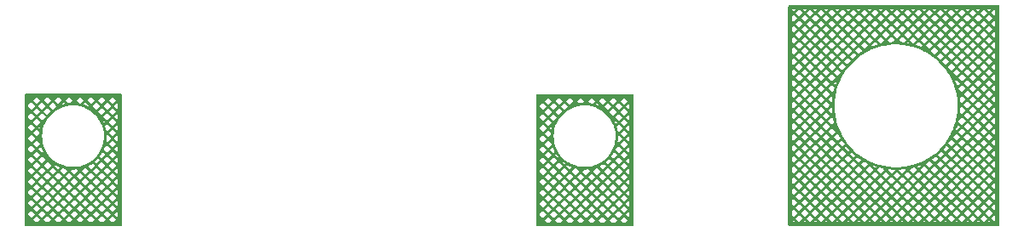
<source format=gbr>
G04 #@! TF.GenerationSoftware,KiCad,Pcbnew,8.0.2*
G04 #@! TF.CreationDate,2025-04-20T14:09:58-07:00*
G04 #@! TF.ProjectId,Exits-1U-panel,45786974-732d-4315-952d-70616e656c2e,2.1*
G04 #@! TF.SameCoordinates,Original*
G04 #@! TF.FileFunction,Copper,L1,Top*
G04 #@! TF.FilePolarity,Positive*
%FSLAX46Y46*%
G04 Gerber Fmt 4.6, Leading zero omitted, Abs format (unit mm)*
G04 Created by KiCad (PCBNEW 8.0.2) date 2025-04-20 14:09:58*
%MOMM*%
%LPD*%
G01*
G04 APERTURE LIST*
G04 APERTURE END LIST*
G04 #@! TA.AperFunction,Conductor*
G36*
X65779839Y-115818285D02*
G01*
X65825594Y-115871089D01*
X65836800Y-115922600D01*
X65836800Y-128831800D01*
X65817115Y-128898839D01*
X65764311Y-128944594D01*
X65712800Y-128955800D01*
X56258000Y-128955800D01*
X56190961Y-128936115D01*
X56145206Y-128883311D01*
X56134000Y-128831800D01*
X56134000Y-128304169D01*
X56983362Y-128304169D01*
X57235993Y-128556800D01*
X57451981Y-128556800D01*
X57704612Y-128304169D01*
X58060993Y-128304169D01*
X58313624Y-128556800D01*
X58529612Y-128556800D01*
X58782243Y-128304169D01*
X59138623Y-128304169D01*
X59391254Y-128556800D01*
X59607242Y-128556800D01*
X59859873Y-128304169D01*
X60216254Y-128304169D01*
X60468885Y-128556800D01*
X60684873Y-128556800D01*
X60937504Y-128304169D01*
X61293885Y-128304169D01*
X61546516Y-128556800D01*
X61762504Y-128556800D01*
X62015135Y-128304169D01*
X62371516Y-128304169D01*
X62624147Y-128556800D01*
X62840135Y-128556800D01*
X63092766Y-128304169D01*
X63449146Y-128304169D01*
X63701777Y-128556800D01*
X63917765Y-128556800D01*
X64170396Y-128304169D01*
X64526777Y-128304169D01*
X64779408Y-128556800D01*
X64995396Y-128556800D01*
X65248027Y-128304169D01*
X64887402Y-127943544D01*
X64526777Y-128304169D01*
X64170396Y-128304169D01*
X63809771Y-127943544D01*
X63449146Y-128304169D01*
X63092766Y-128304169D01*
X62732141Y-127943544D01*
X62371516Y-128304169D01*
X62015135Y-128304169D01*
X61654510Y-127943544D01*
X61293885Y-128304169D01*
X60937504Y-128304169D01*
X60576879Y-127943544D01*
X60216254Y-128304169D01*
X59859873Y-128304169D01*
X59499248Y-127943544D01*
X59138623Y-128304169D01*
X58782243Y-128304169D01*
X58421618Y-127943544D01*
X58060993Y-128304169D01*
X57704612Y-128304169D01*
X57343987Y-127943544D01*
X56983362Y-128304169D01*
X56134000Y-128304169D01*
X56134000Y-127676901D01*
X56533000Y-127676901D01*
X56533000Y-127853807D01*
X56805171Y-128125978D01*
X57165796Y-127765354D01*
X57522177Y-127765354D01*
X57882802Y-128125979D01*
X58243427Y-127765354D01*
X58599808Y-127765354D01*
X58960433Y-128125979D01*
X59321058Y-127765354D01*
X59677439Y-127765354D01*
X60038064Y-128125979D01*
X60398689Y-127765354D01*
X60755069Y-127765354D01*
X61115694Y-128125978D01*
X61476319Y-127765354D01*
X61832700Y-127765354D01*
X62193325Y-128125979D01*
X62553950Y-127765354D01*
X62910331Y-127765354D01*
X63270956Y-128125979D01*
X63631581Y-127765354D01*
X63987962Y-127765354D01*
X64348587Y-128125979D01*
X64709212Y-127765354D01*
X65065592Y-127765354D01*
X65426217Y-128125979D01*
X65437800Y-128114396D01*
X65437800Y-127416312D01*
X65426217Y-127404729D01*
X65065592Y-127765354D01*
X64709212Y-127765354D01*
X64348587Y-127404729D01*
X63987962Y-127765354D01*
X63631581Y-127765354D01*
X63270956Y-127404729D01*
X62910331Y-127765354D01*
X62553950Y-127765354D01*
X62193325Y-127404729D01*
X61832700Y-127765354D01*
X61476319Y-127765354D01*
X61115694Y-127404729D01*
X60755069Y-127765354D01*
X60398689Y-127765354D01*
X60038064Y-127404729D01*
X59677439Y-127765354D01*
X59321058Y-127765354D01*
X58960433Y-127404729D01*
X58599808Y-127765354D01*
X58243427Y-127765354D01*
X57882802Y-127404729D01*
X57522177Y-127765354D01*
X57165796Y-127765354D01*
X56805171Y-127404729D01*
X56533000Y-127676901D01*
X56134000Y-127676901D01*
X56134000Y-127226538D01*
X56983362Y-127226538D01*
X57343987Y-127587163D01*
X57704612Y-127226538D01*
X58060993Y-127226538D01*
X58421618Y-127587163D01*
X58782243Y-127226538D01*
X59138623Y-127226538D01*
X59499248Y-127587163D01*
X59859873Y-127226538D01*
X60216254Y-127226538D01*
X60576879Y-127587163D01*
X60937504Y-127226538D01*
X61293885Y-127226538D01*
X61654510Y-127587163D01*
X62015135Y-127226538D01*
X62371516Y-127226538D01*
X62732141Y-127587163D01*
X63092766Y-127226538D01*
X63449146Y-127226538D01*
X63809771Y-127587163D01*
X64170396Y-127226538D01*
X64526777Y-127226538D01*
X64887402Y-127587163D01*
X65248027Y-127226538D01*
X64887402Y-126865913D01*
X64526777Y-127226538D01*
X64170396Y-127226538D01*
X63809771Y-126865913D01*
X63449146Y-127226538D01*
X63092766Y-127226538D01*
X62732141Y-126865913D01*
X62371516Y-127226538D01*
X62015135Y-127226538D01*
X61654510Y-126865913D01*
X61293885Y-127226538D01*
X60937504Y-127226538D01*
X60576879Y-126865913D01*
X60216254Y-127226538D01*
X59859873Y-127226538D01*
X59499248Y-126865913D01*
X59138623Y-127226538D01*
X58782243Y-127226538D01*
X58421618Y-126865913D01*
X58060993Y-127226538D01*
X57704612Y-127226538D01*
X57343987Y-126865913D01*
X56983362Y-127226538D01*
X56134000Y-127226538D01*
X56134000Y-126599270D01*
X56533000Y-126599270D01*
X56533000Y-126776176D01*
X56805171Y-127048347D01*
X57165796Y-126687723D01*
X57522177Y-126687723D01*
X57882802Y-127048348D01*
X58243427Y-126687723D01*
X58599808Y-126687723D01*
X58960433Y-127048348D01*
X59321058Y-126687723D01*
X59677439Y-126687723D01*
X60038064Y-127048348D01*
X60398689Y-126687723D01*
X60755069Y-126687723D01*
X61115694Y-127048347D01*
X61476319Y-126687723D01*
X61832700Y-126687723D01*
X62193325Y-127048348D01*
X62553950Y-126687723D01*
X62910331Y-126687723D01*
X63270956Y-127048348D01*
X63631581Y-126687723D01*
X63987962Y-126687723D01*
X64348587Y-127048348D01*
X64709212Y-126687723D01*
X65065592Y-126687723D01*
X65426217Y-127048348D01*
X65437800Y-127036765D01*
X65437800Y-126338681D01*
X65426217Y-126327098D01*
X65065592Y-126687723D01*
X64709212Y-126687723D01*
X64348587Y-126327098D01*
X63987962Y-126687723D01*
X63631581Y-126687723D01*
X63270956Y-126327098D01*
X62910331Y-126687723D01*
X62553950Y-126687723D01*
X62193325Y-126327098D01*
X61832700Y-126687723D01*
X61476319Y-126687723D01*
X61115694Y-126327098D01*
X60755069Y-126687723D01*
X60398689Y-126687723D01*
X60038064Y-126327098D01*
X59677439Y-126687723D01*
X59321058Y-126687723D01*
X58960433Y-126327098D01*
X58599808Y-126687723D01*
X58243427Y-126687723D01*
X57882802Y-126327098D01*
X57522177Y-126687723D01*
X57165796Y-126687723D01*
X56805171Y-126327098D01*
X56533000Y-126599270D01*
X56134000Y-126599270D01*
X56134000Y-126148908D01*
X56983362Y-126148908D01*
X57343987Y-126509533D01*
X57704612Y-126148908D01*
X58060993Y-126148908D01*
X58421618Y-126509533D01*
X58782243Y-126148908D01*
X59138623Y-126148908D01*
X59499248Y-126509533D01*
X59859873Y-126148908D01*
X60216254Y-126148908D01*
X60576879Y-126509533D01*
X60937504Y-126148908D01*
X61293885Y-126148908D01*
X61654510Y-126509533D01*
X62015135Y-126148908D01*
X62371516Y-126148908D01*
X62732141Y-126509533D01*
X63092766Y-126148908D01*
X63449146Y-126148908D01*
X63809771Y-126509533D01*
X64170396Y-126148908D01*
X64526777Y-126148908D01*
X64887402Y-126509533D01*
X65248027Y-126148908D01*
X64887402Y-125788283D01*
X64526777Y-126148908D01*
X64170396Y-126148908D01*
X63809771Y-125788283D01*
X63449146Y-126148908D01*
X63092766Y-126148908D01*
X62732141Y-125788283D01*
X62371516Y-126148908D01*
X62015135Y-126148908D01*
X61654510Y-125788283D01*
X61293885Y-126148908D01*
X60937504Y-126148908D01*
X60576879Y-125788283D01*
X60216254Y-126148908D01*
X59859873Y-126148908D01*
X59499248Y-125788283D01*
X59138623Y-126148908D01*
X58782243Y-126148908D01*
X58421618Y-125788283D01*
X58060993Y-126148908D01*
X57704612Y-126148908D01*
X57343987Y-125788283D01*
X56983362Y-126148908D01*
X56134000Y-126148908D01*
X56134000Y-125521639D01*
X56533000Y-125521639D01*
X56533000Y-125698545D01*
X56805171Y-125970716D01*
X57165796Y-125610092D01*
X57522177Y-125610092D01*
X57882802Y-125970717D01*
X58243427Y-125610092D01*
X58599808Y-125610092D01*
X58960433Y-125970717D01*
X59321058Y-125610092D01*
X59677439Y-125610092D01*
X60038064Y-125970717D01*
X60398689Y-125610092D01*
X60755069Y-125610092D01*
X61115694Y-125970716D01*
X61476319Y-125610092D01*
X61832700Y-125610092D01*
X62193325Y-125970717D01*
X62553950Y-125610092D01*
X62910331Y-125610092D01*
X63270956Y-125970717D01*
X63631581Y-125610092D01*
X63987962Y-125610092D01*
X64348587Y-125970717D01*
X64709212Y-125610092D01*
X65065592Y-125610092D01*
X65426217Y-125970717D01*
X65437800Y-125959134D01*
X65437800Y-125261050D01*
X65426217Y-125249467D01*
X65065592Y-125610092D01*
X64709212Y-125610092D01*
X64348587Y-125249467D01*
X63987962Y-125610092D01*
X63631581Y-125610092D01*
X63270956Y-125249467D01*
X62910331Y-125610092D01*
X62553950Y-125610092D01*
X62193325Y-125249467D01*
X61832700Y-125610092D01*
X61476319Y-125610092D01*
X61115694Y-125249467D01*
X60755069Y-125610092D01*
X60398689Y-125610092D01*
X60038064Y-125249467D01*
X59677439Y-125610092D01*
X59321058Y-125610092D01*
X58960433Y-125249467D01*
X58599808Y-125610092D01*
X58243427Y-125610092D01*
X57882802Y-125249467D01*
X57522177Y-125610092D01*
X57165796Y-125610092D01*
X56805171Y-125249467D01*
X56533000Y-125521639D01*
X56134000Y-125521639D01*
X56134000Y-125071277D01*
X56983362Y-125071277D01*
X57343987Y-125431902D01*
X57704612Y-125071277D01*
X58060993Y-125071277D01*
X58421618Y-125431902D01*
X58782243Y-125071277D01*
X59138623Y-125071277D01*
X59499248Y-125431902D01*
X59859873Y-125071277D01*
X60216254Y-125071277D01*
X60576879Y-125431902D01*
X60937504Y-125071277D01*
X61293885Y-125071277D01*
X61654510Y-125431902D01*
X62015135Y-125071277D01*
X62371516Y-125071277D01*
X62732141Y-125431902D01*
X63092766Y-125071277D01*
X63449146Y-125071277D01*
X63809771Y-125431902D01*
X64170396Y-125071277D01*
X64526777Y-125071277D01*
X64887402Y-125431902D01*
X65248027Y-125071277D01*
X64887402Y-124710652D01*
X64526777Y-125071277D01*
X64170396Y-125071277D01*
X63809771Y-124710652D01*
X63449146Y-125071277D01*
X63092766Y-125071277D01*
X62732141Y-124710652D01*
X62371516Y-125071277D01*
X62015135Y-125071277D01*
X61654510Y-124710652D01*
X61293885Y-125071277D01*
X60937504Y-125071277D01*
X60576879Y-124710652D01*
X60216254Y-125071277D01*
X59859873Y-125071277D01*
X59499248Y-124710652D01*
X59138623Y-125071277D01*
X58782243Y-125071277D01*
X58421618Y-124710652D01*
X58060993Y-125071277D01*
X57704612Y-125071277D01*
X57343987Y-124710652D01*
X56983362Y-125071277D01*
X56134000Y-125071277D01*
X56134000Y-124444008D01*
X56533000Y-124444008D01*
X56533000Y-124620914D01*
X56805171Y-124893085D01*
X57165796Y-124532461D01*
X57522177Y-124532461D01*
X57882802Y-124893086D01*
X58243426Y-124532461D01*
X58599808Y-124532461D01*
X58960433Y-124893086D01*
X59321057Y-124532461D01*
X59677439Y-124532461D01*
X60038064Y-124893086D01*
X60398688Y-124532461D01*
X60755069Y-124532461D01*
X61115694Y-124893085D01*
X61476318Y-124532461D01*
X61832700Y-124532461D01*
X62193325Y-124893086D01*
X62553949Y-124532461D01*
X62910331Y-124532461D01*
X63270956Y-124893086D01*
X63631580Y-124532461D01*
X63987962Y-124532461D01*
X64348587Y-124893086D01*
X64709211Y-124532461D01*
X65065592Y-124532461D01*
X65426217Y-124893086D01*
X65437800Y-124881503D01*
X65437800Y-124183420D01*
X65426216Y-124171837D01*
X65065592Y-124532461D01*
X64709211Y-124532461D01*
X64348587Y-124171836D01*
X63987962Y-124532461D01*
X63631580Y-124532461D01*
X63270956Y-124171836D01*
X62910331Y-124532461D01*
X62553949Y-124532461D01*
X62193325Y-124171836D01*
X61832700Y-124532461D01*
X61476318Y-124532461D01*
X61115694Y-124171836D01*
X60755069Y-124532461D01*
X60398688Y-124532461D01*
X60038064Y-124171836D01*
X59677439Y-124532461D01*
X59321057Y-124532461D01*
X58960433Y-124171836D01*
X58599808Y-124532461D01*
X58243426Y-124532461D01*
X57882802Y-124171836D01*
X57522177Y-124532461D01*
X57165796Y-124532461D01*
X56805171Y-124171836D01*
X56533000Y-124444008D01*
X56134000Y-124444008D01*
X56134000Y-123993646D01*
X56983362Y-123993646D01*
X57343987Y-124354271D01*
X57704612Y-123993646D01*
X58060993Y-123993646D01*
X58421618Y-124354271D01*
X58782243Y-123993646D01*
X59138623Y-123993646D01*
X59499248Y-124354271D01*
X59859873Y-123993646D01*
X60216254Y-123993646D01*
X60576879Y-124354271D01*
X60937504Y-123993646D01*
X61293885Y-123993646D01*
X61654510Y-124354271D01*
X62015135Y-123993646D01*
X62371516Y-123993646D01*
X62732141Y-124354271D01*
X63092766Y-123993646D01*
X63449146Y-123993646D01*
X63809771Y-124354271D01*
X64170396Y-123993646D01*
X64526777Y-123993646D01*
X64887402Y-124354271D01*
X65248027Y-123993646D01*
X64887402Y-123633021D01*
X64526777Y-123993646D01*
X64170396Y-123993646D01*
X63809771Y-123633021D01*
X63449146Y-123993646D01*
X63092766Y-123993646D01*
X62732141Y-123633021D01*
X62371516Y-123993646D01*
X62015135Y-123993646D01*
X61654510Y-123633021D01*
X61293885Y-123993646D01*
X60937504Y-123993646D01*
X60576879Y-123633021D01*
X60216254Y-123993646D01*
X59859873Y-123993646D01*
X59499248Y-123633021D01*
X59138623Y-123993646D01*
X58782243Y-123993646D01*
X58421618Y-123633021D01*
X58060993Y-123993646D01*
X57704612Y-123993646D01*
X57343987Y-123633021D01*
X56983362Y-123993646D01*
X56134000Y-123993646D01*
X56134000Y-123366378D01*
X56533000Y-123366378D01*
X56533000Y-123543284D01*
X56805171Y-123815455D01*
X57165796Y-123454831D01*
X57522177Y-123454831D01*
X57882802Y-123815456D01*
X58243427Y-123454831D01*
X58599808Y-123454831D01*
X58960433Y-123815456D01*
X59321058Y-123454831D01*
X59321057Y-123454830D01*
X59677438Y-123454830D01*
X60038064Y-123815456D01*
X60398689Y-123454831D01*
X60398688Y-123454830D01*
X60755069Y-123454830D01*
X61115694Y-123815455D01*
X61476319Y-123454831D01*
X61476318Y-123454830D01*
X61832699Y-123454830D01*
X62193325Y-123815456D01*
X62553950Y-123454831D01*
X62910331Y-123454831D01*
X63270956Y-123815456D01*
X63631581Y-123454831D01*
X63987962Y-123454831D01*
X64348587Y-123815456D01*
X64709212Y-123454831D01*
X65065592Y-123454831D01*
X65426217Y-123815456D01*
X65437800Y-123803873D01*
X65437800Y-123105789D01*
X65426217Y-123094206D01*
X65065592Y-123454831D01*
X64709212Y-123454831D01*
X64348587Y-123094206D01*
X63987962Y-123454831D01*
X63631581Y-123454831D01*
X63270956Y-123094206D01*
X62910331Y-123454831D01*
X62553950Y-123454831D01*
X62206650Y-123107531D01*
X62161153Y-123126376D01*
X61832699Y-123454830D01*
X61476318Y-123454830D01*
X61351887Y-123330399D01*
X61345242Y-123331529D01*
X61341783Y-123332066D01*
X61341088Y-123332164D01*
X61337647Y-123332601D01*
X61330035Y-123333458D01*
X61326606Y-123333795D01*
X61325908Y-123333854D01*
X61322417Y-123334100D01*
X60971484Y-123353808D01*
X60968067Y-123353953D01*
X60967366Y-123353973D01*
X60963830Y-123354023D01*
X60956170Y-123354023D01*
X60952634Y-123353973D01*
X60951933Y-123353953D01*
X60948516Y-123353808D01*
X60861006Y-123348893D01*
X60755069Y-123454830D01*
X60398688Y-123454830D01*
X60213325Y-123269467D01*
X60213266Y-123269454D01*
X60209953Y-123268650D01*
X60209273Y-123268475D01*
X60205851Y-123267542D01*
X59941022Y-123191246D01*
X59677438Y-123454830D01*
X59321057Y-123454830D01*
X58960433Y-123094206D01*
X58599808Y-123454831D01*
X58243427Y-123454831D01*
X57882802Y-123094206D01*
X57522177Y-123454831D01*
X57165796Y-123454831D01*
X56805171Y-123094206D01*
X56533000Y-123366378D01*
X56134000Y-123366378D01*
X56134000Y-122916015D01*
X56983362Y-122916015D01*
X57343987Y-123276640D01*
X57704612Y-122916015D01*
X58060993Y-122916015D01*
X58421618Y-123276640D01*
X58782243Y-122916015D01*
X58782242Y-122916014D01*
X59138622Y-122916014D01*
X59499247Y-123276639D01*
X59681534Y-123094353D01*
X59521692Y-123028145D01*
X59518406Y-123026728D01*
X59517766Y-123026441D01*
X59514707Y-123025019D01*
X59507806Y-123021696D01*
X59504668Y-123020130D01*
X59504045Y-123019808D01*
X59500999Y-123018180D01*
X59201811Y-122852825D01*
X59138622Y-122916014D01*
X58782242Y-122916014D01*
X58421618Y-122555390D01*
X58060993Y-122916015D01*
X57704612Y-122916015D01*
X57343987Y-122555390D01*
X56983362Y-122916015D01*
X56134000Y-122916015D01*
X56134000Y-122288747D01*
X56533000Y-122288747D01*
X56533000Y-122465653D01*
X56805171Y-122737824D01*
X57165796Y-122377200D01*
X57522177Y-122377200D01*
X57882802Y-122737825D01*
X58243427Y-122377200D01*
X58243426Y-122377199D01*
X58599807Y-122377199D01*
X58960432Y-122737824D01*
X58991648Y-122706609D01*
X58887264Y-122632544D01*
X58884507Y-122630530D01*
X58883947Y-122630109D01*
X58881150Y-122627943D01*
X58875162Y-122623168D01*
X58872431Y-122620926D01*
X58871895Y-122620473D01*
X58869309Y-122618226D01*
X58607226Y-122384014D01*
X58604774Y-122381762D01*
X58604264Y-122381281D01*
X58601662Y-122378754D01*
X58599957Y-122377049D01*
X58599807Y-122377199D01*
X58243426Y-122377199D01*
X57882802Y-122016575D01*
X57522177Y-122377200D01*
X57165796Y-122377200D01*
X56805171Y-122016575D01*
X56533000Y-122288747D01*
X56134000Y-122288747D01*
X56134000Y-121838385D01*
X56983362Y-121838385D01*
X57343987Y-122199010D01*
X57704612Y-121838385D01*
X57704611Y-121838384D01*
X58060992Y-121838384D01*
X58421617Y-122199009D01*
X58431414Y-122189212D01*
X58356775Y-122105691D01*
X58354527Y-122103105D01*
X58354074Y-122102569D01*
X58351832Y-122099838D01*
X58347057Y-122093850D01*
X58344891Y-122091053D01*
X58344470Y-122090493D01*
X58342456Y-122087736D01*
X58139060Y-121801078D01*
X58137069Y-121798186D01*
X58136679Y-121797602D01*
X58134807Y-121794712D01*
X58130732Y-121788227D01*
X58128899Y-121785216D01*
X58128543Y-121784612D01*
X58126840Y-121781630D01*
X58123603Y-121775773D01*
X58060992Y-121838384D01*
X57704611Y-121838384D01*
X57343987Y-121477760D01*
X56983362Y-121838385D01*
X56134000Y-121838385D01*
X56134000Y-121211116D01*
X56533000Y-121211116D01*
X56533000Y-121388022D01*
X56805171Y-121660193D01*
X57165796Y-121299569D01*
X57165795Y-121299568D01*
X57522176Y-121299568D01*
X57882801Y-121660193D01*
X57996748Y-121546246D01*
X57956820Y-121474001D01*
X57955192Y-121470955D01*
X57954870Y-121470332D01*
X57953304Y-121467194D01*
X57949981Y-121460293D01*
X57948559Y-121457234D01*
X57948272Y-121456594D01*
X57946855Y-121453308D01*
X57812348Y-121128577D01*
X57811047Y-121125305D01*
X57810798Y-121124652D01*
X57809626Y-121121448D01*
X57807095Y-121114219D01*
X57806008Y-121110971D01*
X57805794Y-121110301D01*
X57804761Y-121106900D01*
X57784650Y-121037094D01*
X57522176Y-121299568D01*
X57165795Y-121299568D01*
X56805171Y-120938944D01*
X56533000Y-121211116D01*
X56134000Y-121211116D01*
X56134000Y-120760754D01*
X56983362Y-120760754D01*
X57343986Y-121121378D01*
X57704611Y-120760753D01*
X57343987Y-120400129D01*
X56983362Y-120760754D01*
X56134000Y-120760754D01*
X56134000Y-120133486D01*
X56533000Y-120133486D01*
X56533000Y-120310391D01*
X56805172Y-120582563D01*
X57165796Y-120221938D01*
X57522176Y-120221938D01*
X57638713Y-120338474D01*
X57626319Y-120117795D01*
X57522176Y-120221938D01*
X57165796Y-120221938D01*
X56805171Y-119861314D01*
X56533000Y-120133486D01*
X56134000Y-120133486D01*
X56134000Y-119683123D01*
X56983362Y-119683123D01*
X57343986Y-120043747D01*
X57372733Y-120015000D01*
X57893977Y-120015000D01*
X57913255Y-120358281D01*
X57913257Y-120358293D01*
X57970848Y-120697250D01*
X57970850Y-120697259D01*
X58066030Y-121027637D01*
X58197605Y-121345291D01*
X58197607Y-121345295D01*
X58363925Y-121646225D01*
X58549074Y-121907167D01*
X58562887Y-121926634D01*
X58791994Y-122183006D01*
X59048366Y-122412113D01*
X59328777Y-122611076D01*
X59535418Y-122725282D01*
X59629704Y-122777392D01*
X59629708Y-122777394D01*
X59732812Y-122820100D01*
X59947357Y-122908968D01*
X60277746Y-123004151D01*
X60616714Y-123061744D01*
X60960000Y-123081023D01*
X61303286Y-123061744D01*
X61642254Y-123004151D01*
X61661119Y-122998716D01*
X62454217Y-122998716D01*
X62732141Y-123276640D01*
X63092766Y-122916015D01*
X63449146Y-122916015D01*
X63809771Y-123276640D01*
X64170396Y-122916015D01*
X64526777Y-122916015D01*
X64887402Y-123276640D01*
X65248027Y-122916015D01*
X64887402Y-122555390D01*
X64526777Y-122916015D01*
X64170396Y-122916015D01*
X63809771Y-122555390D01*
X63449146Y-122916015D01*
X63092766Y-122916015D01*
X62902033Y-122725282D01*
X62746078Y-122835940D01*
X62743186Y-122837931D01*
X62742602Y-122838321D01*
X62739712Y-122840193D01*
X62733227Y-122844268D01*
X62730216Y-122846101D01*
X62729612Y-122846457D01*
X62726630Y-122848160D01*
X62454217Y-122998716D01*
X61661119Y-122998716D01*
X61972643Y-122908968D01*
X62290298Y-122777391D01*
X62591223Y-122611076D01*
X62648101Y-122570719D01*
X63103850Y-122570719D01*
X63270956Y-122737825D01*
X63631581Y-122377200D01*
X63987962Y-122377200D01*
X64348587Y-122737825D01*
X64709212Y-122377200D01*
X65065592Y-122377200D01*
X65426217Y-122737825D01*
X65437800Y-122726242D01*
X65437800Y-122028158D01*
X65426217Y-122016575D01*
X65065592Y-122377200D01*
X64709212Y-122377200D01*
X64348587Y-122016575D01*
X63987962Y-122377200D01*
X63631581Y-122377200D01*
X63467352Y-122212971D01*
X63329014Y-122367774D01*
X63326762Y-122370226D01*
X63326281Y-122370736D01*
X63323754Y-122373338D01*
X63318338Y-122378754D01*
X63315736Y-122381281D01*
X63315226Y-122381762D01*
X63312774Y-122384014D01*
X63103850Y-122570719D01*
X62648101Y-122570719D01*
X62871634Y-122412113D01*
X63128006Y-122183006D01*
X63276372Y-122016984D01*
X63627745Y-122016984D01*
X63809771Y-122199010D01*
X64170396Y-121838385D01*
X64526777Y-121838385D01*
X64887402Y-122199010D01*
X65248027Y-121838385D01*
X64887402Y-121477760D01*
X64526777Y-121838385D01*
X64170396Y-121838385D01*
X63907235Y-121575224D01*
X63793160Y-121781630D01*
X63791457Y-121784612D01*
X63791101Y-121785216D01*
X63789268Y-121788227D01*
X63785193Y-121794712D01*
X63783321Y-121797602D01*
X63782931Y-121798186D01*
X63780940Y-121801078D01*
X63627745Y-122016984D01*
X63276372Y-122016984D01*
X63357113Y-121926634D01*
X63556076Y-121646223D01*
X63722391Y-121345298D01*
X63727021Y-121334120D01*
X64022513Y-121334120D01*
X64348587Y-121660194D01*
X64709212Y-121299569D01*
X65065592Y-121299569D01*
X65426217Y-121660194D01*
X65437800Y-121648611D01*
X65437800Y-120950527D01*
X65426217Y-120938944D01*
X65065592Y-121299569D01*
X64709212Y-121299569D01*
X64348586Y-120938943D01*
X64071375Y-121216154D01*
X64022513Y-121334120D01*
X63727021Y-121334120D01*
X63853968Y-121027643D01*
X63930857Y-120760754D01*
X64526777Y-120760754D01*
X64887402Y-121121379D01*
X65248027Y-120760754D01*
X64887402Y-120400129D01*
X64526777Y-120760754D01*
X63930857Y-120760754D01*
X63949151Y-120697254D01*
X63983602Y-120494490D01*
X64260514Y-120494490D01*
X64348587Y-120582563D01*
X64709211Y-120221938D01*
X65065592Y-120221938D01*
X65426216Y-120582563D01*
X65437800Y-120570980D01*
X65437800Y-119872897D01*
X65426217Y-119861314D01*
X65065592Y-120221938D01*
X64709211Y-120221938D01*
X64348586Y-119861313D01*
X64293893Y-119916006D01*
X64298808Y-120003516D01*
X64298953Y-120006933D01*
X64298973Y-120007634D01*
X64299023Y-120011170D01*
X64299023Y-120018830D01*
X64298973Y-120022366D01*
X64298953Y-120023067D01*
X64298808Y-120026484D01*
X64279100Y-120377417D01*
X64278854Y-120380908D01*
X64278795Y-120381606D01*
X64278458Y-120385035D01*
X64277601Y-120392647D01*
X64277164Y-120396088D01*
X64277066Y-120396783D01*
X64276529Y-120400240D01*
X64260514Y-120494490D01*
X63983602Y-120494490D01*
X64006744Y-120358286D01*
X64026023Y-120015000D01*
X64007385Y-119683123D01*
X64526777Y-119683123D01*
X64887402Y-120043748D01*
X65248027Y-119683123D01*
X64887402Y-119322498D01*
X64526777Y-119683123D01*
X64007385Y-119683123D01*
X64006744Y-119671714D01*
X63949151Y-119332746D01*
X63853968Y-119002357D01*
X63851344Y-118996022D01*
X64136246Y-118996022D01*
X64212542Y-119260851D01*
X64213475Y-119264273D01*
X64213650Y-119264953D01*
X64214454Y-119268266D01*
X64216158Y-119275732D01*
X64216879Y-119279108D01*
X64217016Y-119279796D01*
X64217652Y-119283241D01*
X64236228Y-119392574D01*
X64348587Y-119504933D01*
X64709212Y-119144308D01*
X65065592Y-119144308D01*
X65426217Y-119504933D01*
X65437800Y-119493350D01*
X65437800Y-118795266D01*
X65426217Y-118783683D01*
X65065592Y-119144308D01*
X64709212Y-119144308D01*
X64348586Y-118783682D01*
X64136246Y-118996022D01*
X63851344Y-118996022D01*
X63728003Y-118698250D01*
X63722394Y-118684708D01*
X63722392Y-118684704D01*
X63660526Y-118572766D01*
X63556076Y-118383777D01*
X63465989Y-118256812D01*
X63797825Y-118256812D01*
X63963180Y-118555999D01*
X63964808Y-118559045D01*
X63965130Y-118559668D01*
X63966696Y-118562806D01*
X63970019Y-118569707D01*
X63971441Y-118572766D01*
X63971728Y-118573406D01*
X63973145Y-118576692D01*
X64039353Y-118736534D01*
X64170394Y-118605492D01*
X64526777Y-118605492D01*
X64887402Y-118966117D01*
X65248026Y-118605492D01*
X64887402Y-118244867D01*
X64526777Y-118605492D01*
X64170394Y-118605492D01*
X64170395Y-118605491D01*
X63809770Y-118244867D01*
X63797825Y-118256812D01*
X63465989Y-118256812D01*
X63357113Y-118103366D01*
X63324326Y-118066677D01*
X63987962Y-118066677D01*
X64348587Y-118427302D01*
X64709212Y-118066677D01*
X65065592Y-118066677D01*
X65426217Y-118427302D01*
X65437800Y-118415719D01*
X65437800Y-117717635D01*
X65426217Y-117706052D01*
X65065592Y-118066677D01*
X64709212Y-118066677D01*
X64348587Y-117706052D01*
X63987962Y-118066677D01*
X63324326Y-118066677D01*
X63128006Y-117846994D01*
X62871634Y-117617887D01*
X62871633Y-117617886D01*
X62744757Y-117527862D01*
X63449146Y-117527862D01*
X63809771Y-117888487D01*
X64170396Y-117527862D01*
X64526777Y-117527862D01*
X64887402Y-117888487D01*
X65248027Y-117527862D01*
X64887402Y-117167237D01*
X64526777Y-117527862D01*
X64170396Y-117527862D01*
X63809771Y-117167237D01*
X63449146Y-117527862D01*
X62744757Y-117527862D01*
X62591225Y-117418925D01*
X62290295Y-117252607D01*
X62290291Y-117252605D01*
X62043792Y-117150503D01*
X61972643Y-117121032D01*
X61972639Y-117121030D01*
X61972637Y-117121030D01*
X61642259Y-117025850D01*
X61642250Y-117025848D01*
X61303293Y-116968257D01*
X61303281Y-116968255D01*
X60960000Y-116948977D01*
X60616718Y-116968255D01*
X60616706Y-116968257D01*
X60277749Y-117025848D01*
X60277740Y-117025850D01*
X59947362Y-117121030D01*
X59629708Y-117252605D01*
X59629704Y-117252607D01*
X59328774Y-117418925D01*
X59048366Y-117617886D01*
X58791994Y-117846994D01*
X58562886Y-118103366D01*
X58363925Y-118383774D01*
X58197607Y-118684704D01*
X58197605Y-118684708D01*
X58066030Y-119002362D01*
X57970850Y-119332740D01*
X57970848Y-119332749D01*
X57913257Y-119671706D01*
X57913255Y-119671718D01*
X57893977Y-120015000D01*
X57372733Y-120015000D01*
X57635291Y-119752442D01*
X57640900Y-119652583D01*
X57641146Y-119649092D01*
X57641205Y-119648394D01*
X57641542Y-119644965D01*
X57642399Y-119637353D01*
X57642836Y-119633912D01*
X57642934Y-119633217D01*
X57643471Y-119629760D01*
X57644600Y-119623111D01*
X57343987Y-119322498D01*
X56983362Y-119683123D01*
X56134000Y-119683123D01*
X56134000Y-119055855D01*
X56533000Y-119055855D01*
X56533000Y-119232761D01*
X56805171Y-119504932D01*
X57165796Y-119144308D01*
X57522177Y-119144308D01*
X57696358Y-119318489D01*
X57702348Y-119283241D01*
X57702984Y-119279796D01*
X57703121Y-119279108D01*
X57703842Y-119275732D01*
X57705546Y-119268266D01*
X57706350Y-119264953D01*
X57706525Y-119264273D01*
X57707458Y-119260851D01*
X57804761Y-118923100D01*
X57805794Y-118919699D01*
X57806008Y-118919029D01*
X57807095Y-118915781D01*
X57809626Y-118908552D01*
X57810798Y-118905348D01*
X57811047Y-118904695D01*
X57812348Y-118901423D01*
X57845783Y-118820701D01*
X57522177Y-119144308D01*
X57165796Y-119144308D01*
X56805171Y-118783683D01*
X56533000Y-119055855D01*
X56134000Y-119055855D01*
X56134000Y-118605492D01*
X56983362Y-118605492D01*
X57343987Y-118966117D01*
X57704611Y-118605492D01*
X57343987Y-118244867D01*
X56983362Y-118605492D01*
X56134000Y-118605492D01*
X56134000Y-117978224D01*
X56533000Y-117978224D01*
X56533000Y-118155130D01*
X56805171Y-118427301D01*
X57165796Y-118066677D01*
X57522177Y-118066677D01*
X57882801Y-118427301D01*
X58243426Y-118066676D01*
X57882802Y-117706052D01*
X57522177Y-118066677D01*
X57165796Y-118066677D01*
X56805171Y-117706052D01*
X56533000Y-117978224D01*
X56134000Y-117978224D01*
X56134000Y-117527862D01*
X56983362Y-117527862D01*
X57343987Y-117888487D01*
X57704612Y-117527862D01*
X58060993Y-117527862D01*
X58404280Y-117871149D01*
X58590986Y-117662226D01*
X58593238Y-117659774D01*
X58593719Y-117659264D01*
X58596246Y-117656662D01*
X58601662Y-117651246D01*
X58604264Y-117648719D01*
X58604774Y-117648238D01*
X58607226Y-117645987D01*
X58762028Y-117507647D01*
X58421618Y-117167237D01*
X58060993Y-117527862D01*
X57704612Y-117527862D01*
X57343987Y-117167237D01*
X56983362Y-117527862D01*
X56134000Y-117527862D01*
X56134000Y-116900593D01*
X56533000Y-116900593D01*
X56533000Y-117077499D01*
X56805171Y-117349670D01*
X57165796Y-116989046D01*
X57522177Y-116989046D01*
X57882802Y-117349671D01*
X58243427Y-116989046D01*
X58599808Y-116989046D01*
X58958015Y-117347253D01*
X58974656Y-117335446D01*
X59321057Y-116989045D01*
X59232795Y-116900783D01*
X59765701Y-116900783D01*
X59846423Y-116867348D01*
X59849695Y-116866047D01*
X59850348Y-116865798D01*
X59853552Y-116864626D01*
X59860781Y-116862095D01*
X59864029Y-116861008D01*
X59864699Y-116860794D01*
X59868100Y-116859761D01*
X59937907Y-116839650D01*
X61982094Y-116839650D01*
X62051900Y-116859761D01*
X62055301Y-116860794D01*
X62055971Y-116861008D01*
X62059219Y-116862095D01*
X62066448Y-116864626D01*
X62069652Y-116865798D01*
X62070305Y-116866047D01*
X62073577Y-116867348D01*
X62398308Y-117001855D01*
X62401594Y-117003272D01*
X62402234Y-117003559D01*
X62405293Y-117004981D01*
X62412194Y-117008304D01*
X62415332Y-117009870D01*
X62415955Y-117010192D01*
X62419001Y-117011820D01*
X62491246Y-117051748D01*
X62553948Y-116989046D01*
X62910331Y-116989046D01*
X63270956Y-117349671D01*
X63631581Y-116989046D01*
X63987962Y-116989046D01*
X64348587Y-117349671D01*
X64709212Y-116989046D01*
X65065592Y-116989046D01*
X65426217Y-117349671D01*
X65437800Y-117338088D01*
X65437800Y-116640004D01*
X65426217Y-116628421D01*
X65065592Y-116989046D01*
X64709212Y-116989046D01*
X64348587Y-116628421D01*
X63987962Y-116989046D01*
X63631581Y-116989046D01*
X63270956Y-116628421D01*
X62910331Y-116989046D01*
X62553948Y-116989046D01*
X62553949Y-116989045D01*
X62193324Y-116628420D01*
X61982094Y-116839650D01*
X59937907Y-116839650D01*
X60179649Y-116770006D01*
X60038064Y-116628421D01*
X59765701Y-116900783D01*
X59232795Y-116900783D01*
X58960433Y-116628421D01*
X58599808Y-116989046D01*
X58243427Y-116989046D01*
X57882802Y-116628421D01*
X57522177Y-116989046D01*
X57165796Y-116989046D01*
X56805171Y-116628421D01*
X56533000Y-116900593D01*
X56134000Y-116900593D01*
X56134000Y-116450231D01*
X56983362Y-116450231D01*
X57343987Y-116810856D01*
X57704612Y-116450231D01*
X58060993Y-116450231D01*
X58421618Y-116810856D01*
X58782243Y-116450231D01*
X59138623Y-116450231D01*
X59499248Y-116810856D01*
X59859873Y-116450231D01*
X60216254Y-116450231D01*
X60480507Y-116714484D01*
X60574761Y-116698471D01*
X60578217Y-116697934D01*
X60578912Y-116697836D01*
X60582353Y-116697399D01*
X60589965Y-116696542D01*
X60593394Y-116696205D01*
X60594092Y-116696146D01*
X60597583Y-116695900D01*
X60697442Y-116690291D01*
X60937502Y-116450231D01*
X61293885Y-116450231D01*
X61582424Y-116738770D01*
X61691760Y-116757348D01*
X61695204Y-116757984D01*
X61695892Y-116758121D01*
X61699268Y-116758842D01*
X61705174Y-116760190D01*
X62015133Y-116450231D01*
X62371516Y-116450231D01*
X62732141Y-116810856D01*
X63092766Y-116450231D01*
X63449146Y-116450231D01*
X63809771Y-116810856D01*
X64170396Y-116450231D01*
X64526777Y-116450231D01*
X64887402Y-116810856D01*
X65248027Y-116450231D01*
X64995396Y-116197600D01*
X64779408Y-116197600D01*
X64526777Y-116450231D01*
X64170396Y-116450231D01*
X63917765Y-116197600D01*
X63701777Y-116197600D01*
X63449146Y-116450231D01*
X63092766Y-116450231D01*
X62840135Y-116197600D01*
X62624147Y-116197600D01*
X62371516Y-116450231D01*
X62015133Y-116450231D01*
X62015134Y-116450230D01*
X61762504Y-116197600D01*
X61546516Y-116197600D01*
X61293885Y-116450231D01*
X60937502Y-116450231D01*
X60937503Y-116450230D01*
X60684873Y-116197600D01*
X60468885Y-116197600D01*
X60216254Y-116450231D01*
X59859873Y-116450231D01*
X59607242Y-116197600D01*
X59391254Y-116197600D01*
X59138623Y-116450231D01*
X58782243Y-116450231D01*
X58529612Y-116197600D01*
X58313624Y-116197600D01*
X58060993Y-116450231D01*
X57704612Y-116450231D01*
X57451981Y-116197600D01*
X57235993Y-116197600D01*
X56983362Y-116450231D01*
X56134000Y-116450231D01*
X56134000Y-115922600D01*
X56153685Y-115855561D01*
X56206489Y-115809806D01*
X56258000Y-115798600D01*
X65712800Y-115798600D01*
X65779839Y-115818285D01*
G37*
G04 #@! TD.AperFunction*
G04 #@! TA.AperFunction,Conductor*
G36*
X116579839Y-115869085D02*
G01*
X116625594Y-115921889D01*
X116636800Y-115973400D01*
X116636800Y-128882600D01*
X116617115Y-128949639D01*
X116564311Y-128995394D01*
X116512800Y-129006600D01*
X107058000Y-129006600D01*
X106990961Y-128986915D01*
X106945206Y-128934111D01*
X106934000Y-128882600D01*
X106934000Y-128354969D01*
X107783361Y-128354969D01*
X108035992Y-128607600D01*
X108251980Y-128607600D01*
X108504611Y-128354969D01*
X108860992Y-128354969D01*
X109113623Y-128607600D01*
X109329611Y-128607600D01*
X109582242Y-128354969D01*
X109938623Y-128354969D01*
X110191254Y-128607600D01*
X110407242Y-128607600D01*
X110659873Y-128354969D01*
X111016253Y-128354969D01*
X111268884Y-128607600D01*
X111484872Y-128607600D01*
X111737503Y-128354969D01*
X112093884Y-128354969D01*
X112346515Y-128607600D01*
X112562503Y-128607600D01*
X112815134Y-128354969D01*
X113171515Y-128354969D01*
X113424146Y-128607600D01*
X113640134Y-128607600D01*
X113892765Y-128354969D01*
X114249146Y-128354969D01*
X114501777Y-128607600D01*
X114717765Y-128607600D01*
X114970396Y-128354969D01*
X115326776Y-128354969D01*
X115579407Y-128607600D01*
X115795395Y-128607600D01*
X116048026Y-128354969D01*
X115687401Y-127994344D01*
X115326776Y-128354969D01*
X114970396Y-128354969D01*
X114609771Y-127994344D01*
X114249146Y-128354969D01*
X113892765Y-128354969D01*
X113532140Y-127994344D01*
X113171515Y-128354969D01*
X112815134Y-128354969D01*
X112454509Y-127994344D01*
X112093884Y-128354969D01*
X111737503Y-128354969D01*
X111376878Y-127994344D01*
X111016253Y-128354969D01*
X110659873Y-128354969D01*
X110299248Y-127994344D01*
X109938623Y-128354969D01*
X109582242Y-128354969D01*
X109221617Y-127994344D01*
X108860992Y-128354969D01*
X108504611Y-128354969D01*
X108143986Y-127994344D01*
X107783361Y-128354969D01*
X106934000Y-128354969D01*
X106934000Y-127727700D01*
X107333000Y-127727700D01*
X107333000Y-127904608D01*
X107605171Y-128176779D01*
X107965796Y-127816154D01*
X108322177Y-127816154D01*
X108682802Y-128176779D01*
X109043427Y-127816154D01*
X109399807Y-127816154D01*
X109760432Y-128176779D01*
X110121057Y-127816154D01*
X110477438Y-127816154D01*
X110838063Y-128176779D01*
X111198688Y-127816154D01*
X111555069Y-127816154D01*
X111915694Y-128176779D01*
X112276319Y-127816154D01*
X112632700Y-127816154D01*
X112993324Y-128176778D01*
X113353949Y-127816154D01*
X113710330Y-127816154D01*
X114070955Y-128176779D01*
X114431580Y-127816154D01*
X114787961Y-127816154D01*
X115148586Y-128176779D01*
X115509211Y-127816154D01*
X115865592Y-127816154D01*
X116226217Y-128176779D01*
X116237800Y-128165196D01*
X116237800Y-127467112D01*
X116226217Y-127455529D01*
X115865592Y-127816154D01*
X115509211Y-127816154D01*
X115148586Y-127455529D01*
X114787961Y-127816154D01*
X114431580Y-127816154D01*
X114070955Y-127455529D01*
X113710330Y-127816154D01*
X113353949Y-127816154D01*
X112993324Y-127455529D01*
X112632700Y-127816154D01*
X112276319Y-127816154D01*
X111915694Y-127455529D01*
X111555069Y-127816154D01*
X111198688Y-127816154D01*
X110838063Y-127455529D01*
X110477438Y-127816154D01*
X110121057Y-127816154D01*
X109760432Y-127455529D01*
X109399807Y-127816154D01*
X109043427Y-127816154D01*
X108682802Y-127455529D01*
X108322177Y-127816154D01*
X107965796Y-127816154D01*
X107605171Y-127455529D01*
X107333000Y-127727700D01*
X106934000Y-127727700D01*
X106934000Y-127277338D01*
X107783361Y-127277338D01*
X108143986Y-127637963D01*
X108504611Y-127277338D01*
X108860992Y-127277338D01*
X109221617Y-127637963D01*
X109582242Y-127277338D01*
X109938623Y-127277338D01*
X110299248Y-127637963D01*
X110659873Y-127277338D01*
X111016253Y-127277338D01*
X111376878Y-127637963D01*
X111737503Y-127277338D01*
X112093884Y-127277338D01*
X112454509Y-127637963D01*
X112815134Y-127277338D01*
X113171515Y-127277338D01*
X113532140Y-127637963D01*
X113892765Y-127277338D01*
X114249146Y-127277338D01*
X114609771Y-127637963D01*
X114970396Y-127277338D01*
X115326776Y-127277338D01*
X115687401Y-127637963D01*
X116048026Y-127277338D01*
X115687401Y-126916713D01*
X115326776Y-127277338D01*
X114970396Y-127277338D01*
X114609771Y-126916713D01*
X114249146Y-127277338D01*
X113892765Y-127277338D01*
X113532140Y-126916713D01*
X113171515Y-127277338D01*
X112815134Y-127277338D01*
X112454509Y-126916713D01*
X112093884Y-127277338D01*
X111737503Y-127277338D01*
X111376878Y-126916713D01*
X111016253Y-127277338D01*
X110659873Y-127277338D01*
X110299248Y-126916713D01*
X109938623Y-127277338D01*
X109582242Y-127277338D01*
X109221617Y-126916713D01*
X108860992Y-127277338D01*
X108504611Y-127277338D01*
X108143986Y-126916713D01*
X107783361Y-127277338D01*
X106934000Y-127277338D01*
X106934000Y-126650069D01*
X107333000Y-126650069D01*
X107333000Y-126826977D01*
X107605171Y-127099148D01*
X107965796Y-126738523D01*
X108322177Y-126738523D01*
X108682802Y-127099148D01*
X109043427Y-126738523D01*
X109399807Y-126738523D01*
X109760432Y-127099148D01*
X110121057Y-126738523D01*
X110477438Y-126738523D01*
X110838063Y-127099148D01*
X111198688Y-126738523D01*
X111555069Y-126738523D01*
X111915694Y-127099148D01*
X112276319Y-126738523D01*
X112632700Y-126738523D01*
X112993324Y-127099147D01*
X113353949Y-126738523D01*
X113710330Y-126738523D01*
X114070955Y-127099148D01*
X114431580Y-126738523D01*
X114787961Y-126738523D01*
X115148586Y-127099148D01*
X115509211Y-126738523D01*
X115865592Y-126738523D01*
X116226217Y-127099148D01*
X116237800Y-127087565D01*
X116237800Y-126389481D01*
X116226217Y-126377898D01*
X115865592Y-126738523D01*
X115509211Y-126738523D01*
X115148586Y-126377898D01*
X114787961Y-126738523D01*
X114431580Y-126738523D01*
X114070955Y-126377898D01*
X113710330Y-126738523D01*
X113353949Y-126738523D01*
X112993324Y-126377898D01*
X112632700Y-126738523D01*
X112276319Y-126738523D01*
X111915694Y-126377898D01*
X111555069Y-126738523D01*
X111198688Y-126738523D01*
X110838063Y-126377898D01*
X110477438Y-126738523D01*
X110121057Y-126738523D01*
X109760432Y-126377898D01*
X109399807Y-126738523D01*
X109043427Y-126738523D01*
X108682802Y-126377898D01*
X108322177Y-126738523D01*
X107965796Y-126738523D01*
X107605171Y-126377898D01*
X107333000Y-126650069D01*
X106934000Y-126650069D01*
X106934000Y-126199708D01*
X107783361Y-126199708D01*
X108143986Y-126560333D01*
X108504611Y-126199708D01*
X108860992Y-126199708D01*
X109221617Y-126560333D01*
X109582242Y-126199708D01*
X109938623Y-126199708D01*
X110299248Y-126560333D01*
X110659873Y-126199708D01*
X111016253Y-126199708D01*
X111376878Y-126560333D01*
X111737503Y-126199708D01*
X112093884Y-126199708D01*
X112454509Y-126560333D01*
X112815134Y-126199708D01*
X113171515Y-126199708D01*
X113532140Y-126560333D01*
X113892765Y-126199708D01*
X114249146Y-126199708D01*
X114609771Y-126560333D01*
X114970396Y-126199708D01*
X115326776Y-126199708D01*
X115687401Y-126560333D01*
X116048026Y-126199708D01*
X115687401Y-125839083D01*
X115326776Y-126199708D01*
X114970396Y-126199708D01*
X114609771Y-125839083D01*
X114249146Y-126199708D01*
X113892765Y-126199708D01*
X113532140Y-125839083D01*
X113171515Y-126199708D01*
X112815134Y-126199708D01*
X112454509Y-125839083D01*
X112093884Y-126199708D01*
X111737503Y-126199708D01*
X111376878Y-125839083D01*
X111016253Y-126199708D01*
X110659873Y-126199708D01*
X110299248Y-125839083D01*
X109938623Y-126199708D01*
X109582242Y-126199708D01*
X109221617Y-125839083D01*
X108860992Y-126199708D01*
X108504611Y-126199708D01*
X108143986Y-125839083D01*
X107783361Y-126199708D01*
X106934000Y-126199708D01*
X106934000Y-125572438D01*
X107333000Y-125572438D01*
X107333000Y-125749346D01*
X107605171Y-126021517D01*
X107965796Y-125660892D01*
X108322177Y-125660892D01*
X108682802Y-126021517D01*
X109043427Y-125660892D01*
X109399807Y-125660892D01*
X109760432Y-126021517D01*
X110121057Y-125660892D01*
X110477438Y-125660892D01*
X110838063Y-126021517D01*
X111198688Y-125660892D01*
X111555069Y-125660892D01*
X111915694Y-126021517D01*
X112276319Y-125660892D01*
X112632700Y-125660892D01*
X112993324Y-126021516D01*
X113353949Y-125660892D01*
X113710330Y-125660892D01*
X114070955Y-126021517D01*
X114431580Y-125660892D01*
X114787961Y-125660892D01*
X115148586Y-126021517D01*
X115509211Y-125660892D01*
X115865592Y-125660892D01*
X116226217Y-126021517D01*
X116237800Y-126009934D01*
X116237800Y-125311850D01*
X116226217Y-125300267D01*
X115865592Y-125660892D01*
X115509211Y-125660892D01*
X115148586Y-125300267D01*
X114787961Y-125660892D01*
X114431580Y-125660892D01*
X114070955Y-125300267D01*
X113710330Y-125660892D01*
X113353949Y-125660892D01*
X112993324Y-125300267D01*
X112632700Y-125660892D01*
X112276319Y-125660892D01*
X111915694Y-125300267D01*
X111555069Y-125660892D01*
X111198688Y-125660892D01*
X110838063Y-125300267D01*
X110477438Y-125660892D01*
X110121057Y-125660892D01*
X109760432Y-125300267D01*
X109399807Y-125660892D01*
X109043427Y-125660892D01*
X108682802Y-125300267D01*
X108322177Y-125660892D01*
X107965796Y-125660892D01*
X107605171Y-125300267D01*
X107333000Y-125572438D01*
X106934000Y-125572438D01*
X106934000Y-125122077D01*
X107783361Y-125122077D01*
X108143986Y-125482702D01*
X108504611Y-125122077D01*
X108860992Y-125122077D01*
X109221617Y-125482702D01*
X109582242Y-125122077D01*
X109938623Y-125122077D01*
X110299248Y-125482702D01*
X110659873Y-125122077D01*
X111016253Y-125122077D01*
X111376878Y-125482702D01*
X111737503Y-125122077D01*
X112093884Y-125122077D01*
X112454509Y-125482702D01*
X112815134Y-125122077D01*
X113171515Y-125122077D01*
X113532140Y-125482702D01*
X113892765Y-125122077D01*
X114249146Y-125122077D01*
X114609771Y-125482702D01*
X114970396Y-125122077D01*
X115326776Y-125122077D01*
X115687401Y-125482702D01*
X116048026Y-125122077D01*
X115687401Y-124761452D01*
X115326776Y-125122077D01*
X114970396Y-125122077D01*
X114609771Y-124761452D01*
X114249146Y-125122077D01*
X113892765Y-125122077D01*
X113532140Y-124761452D01*
X113171515Y-125122077D01*
X112815134Y-125122077D01*
X112454509Y-124761452D01*
X112093884Y-125122077D01*
X111737503Y-125122077D01*
X111376878Y-124761452D01*
X111016253Y-125122077D01*
X110659873Y-125122077D01*
X110299248Y-124761452D01*
X109938623Y-125122077D01*
X109582242Y-125122077D01*
X109221617Y-124761452D01*
X108860992Y-125122077D01*
X108504611Y-125122077D01*
X108143986Y-124761452D01*
X107783361Y-125122077D01*
X106934000Y-125122077D01*
X106934000Y-124494807D01*
X107333000Y-124494807D01*
X107333000Y-124671715D01*
X107605171Y-124943886D01*
X107965795Y-124583261D01*
X108322177Y-124583261D01*
X108682802Y-124943886D01*
X109043426Y-124583261D01*
X109399807Y-124583261D01*
X109760432Y-124943886D01*
X110121056Y-124583261D01*
X110477438Y-124583261D01*
X110838063Y-124943886D01*
X111198687Y-124583261D01*
X111555069Y-124583261D01*
X111915694Y-124943886D01*
X112276318Y-124583261D01*
X112632700Y-124583261D01*
X112993324Y-124943885D01*
X113353949Y-124583261D01*
X113710330Y-124583261D01*
X114070955Y-124943886D01*
X114431579Y-124583261D01*
X114787961Y-124583261D01*
X115148586Y-124943886D01*
X115509210Y-124583261D01*
X115865592Y-124583261D01*
X116226217Y-124943886D01*
X116237800Y-124932303D01*
X116237800Y-124234220D01*
X116226216Y-124222637D01*
X115865592Y-124583261D01*
X115509210Y-124583261D01*
X115148586Y-124222636D01*
X114787961Y-124583261D01*
X114431579Y-124583261D01*
X114070955Y-124222636D01*
X113710330Y-124583261D01*
X113353949Y-124583261D01*
X112993324Y-124222636D01*
X112632700Y-124583261D01*
X112276318Y-124583261D01*
X111915694Y-124222636D01*
X111555069Y-124583261D01*
X111198687Y-124583261D01*
X110838063Y-124222636D01*
X110477438Y-124583261D01*
X110121056Y-124583261D01*
X109760432Y-124222636D01*
X109399807Y-124583261D01*
X109043426Y-124583261D01*
X108682802Y-124222636D01*
X108322177Y-124583261D01*
X107965795Y-124583261D01*
X107605170Y-124222636D01*
X107333000Y-124494807D01*
X106934000Y-124494807D01*
X106934000Y-124044446D01*
X107783361Y-124044446D01*
X108143986Y-124405071D01*
X108504611Y-124044446D01*
X108860992Y-124044446D01*
X109221617Y-124405071D01*
X109582242Y-124044446D01*
X109938623Y-124044446D01*
X110299248Y-124405071D01*
X110659873Y-124044446D01*
X111016253Y-124044446D01*
X111376878Y-124405071D01*
X111737503Y-124044446D01*
X112093884Y-124044446D01*
X112454509Y-124405071D01*
X112815134Y-124044446D01*
X113171515Y-124044446D01*
X113532140Y-124405071D01*
X113892765Y-124044446D01*
X114249146Y-124044446D01*
X114609771Y-124405071D01*
X114970396Y-124044446D01*
X115326776Y-124044446D01*
X115687401Y-124405071D01*
X116048026Y-124044446D01*
X115687401Y-123683821D01*
X115326776Y-124044446D01*
X114970396Y-124044446D01*
X114609771Y-123683821D01*
X114249146Y-124044446D01*
X113892765Y-124044446D01*
X113532140Y-123683821D01*
X113171515Y-124044446D01*
X112815134Y-124044446D01*
X112454509Y-123683821D01*
X112093884Y-124044446D01*
X111737503Y-124044446D01*
X111376878Y-123683821D01*
X111016253Y-124044446D01*
X110659873Y-124044446D01*
X110299248Y-123683821D01*
X109938623Y-124044446D01*
X109582242Y-124044446D01*
X109221617Y-123683821D01*
X108860992Y-124044446D01*
X108504611Y-124044446D01*
X108143986Y-123683821D01*
X107783361Y-124044446D01*
X106934000Y-124044446D01*
X106934000Y-123417177D01*
X107333000Y-123417177D01*
X107333000Y-123594085D01*
X107605171Y-123866256D01*
X107965796Y-123505631D01*
X108322177Y-123505631D01*
X108682802Y-123866256D01*
X109043427Y-123505631D01*
X109399807Y-123505631D01*
X109760432Y-123866256D01*
X110121057Y-123505631D01*
X110121056Y-123505630D01*
X110477437Y-123505630D01*
X110838063Y-123866256D01*
X111198688Y-123505631D01*
X111198687Y-123505630D01*
X111555068Y-123505630D01*
X111915694Y-123866256D01*
X112276319Y-123505631D01*
X112276318Y-123505630D01*
X112632699Y-123505630D01*
X112993324Y-123866255D01*
X113353948Y-123505631D01*
X113710330Y-123505631D01*
X114070955Y-123866256D01*
X114431580Y-123505631D01*
X114787961Y-123505631D01*
X115148586Y-123866256D01*
X115509211Y-123505631D01*
X115865592Y-123505631D01*
X116226217Y-123866256D01*
X116237800Y-123854673D01*
X116237800Y-123156589D01*
X116226217Y-123145006D01*
X115865592Y-123505631D01*
X115509211Y-123505631D01*
X115148586Y-123145006D01*
X114787961Y-123505631D01*
X114431580Y-123505631D01*
X114070955Y-123145006D01*
X113710330Y-123505631D01*
X113353948Y-123505631D01*
X113353949Y-123505630D01*
X112993324Y-123145005D01*
X112632699Y-123505630D01*
X112276318Y-123505630D01*
X112105725Y-123335037D01*
X111771484Y-123353808D01*
X111768067Y-123353953D01*
X111767366Y-123353973D01*
X111763830Y-123354023D01*
X111756170Y-123354023D01*
X111752634Y-123353973D01*
X111751933Y-123353953D01*
X111748516Y-123353808D01*
X111709104Y-123351594D01*
X111555068Y-123505630D01*
X111198687Y-123505630D01*
X110942286Y-123249229D01*
X110780459Y-123202608D01*
X110477437Y-123505630D01*
X110121056Y-123505630D01*
X109760432Y-123145006D01*
X109399807Y-123505631D01*
X109043427Y-123505631D01*
X108682802Y-123145006D01*
X108322177Y-123505631D01*
X107965796Y-123505631D01*
X107605171Y-123145006D01*
X107333000Y-123417177D01*
X106934000Y-123417177D01*
X106934000Y-122966815D01*
X107783361Y-122966815D01*
X108143986Y-123327440D01*
X108504611Y-122966815D01*
X108860992Y-122966815D01*
X109221617Y-123327440D01*
X109582242Y-122966815D01*
X109582241Y-122966814D01*
X109938622Y-122966814D01*
X110299247Y-123327439D01*
X110517455Y-123109232D01*
X110321692Y-123028145D01*
X110318406Y-123026728D01*
X110317766Y-123026441D01*
X110314707Y-123025019D01*
X110307806Y-123021696D01*
X110304668Y-123020130D01*
X110304045Y-123019808D01*
X110300999Y-123018180D01*
X110034529Y-122870907D01*
X109938622Y-122966814D01*
X109582241Y-122966814D01*
X109221617Y-122606190D01*
X108860992Y-122966815D01*
X108504611Y-122966815D01*
X108143986Y-122606190D01*
X107783361Y-122966815D01*
X106934000Y-122966815D01*
X106934000Y-122339546D01*
X107333000Y-122339546D01*
X107333000Y-122516454D01*
X107605171Y-122788625D01*
X107965796Y-122428000D01*
X108322177Y-122428000D01*
X108682802Y-122788625D01*
X109043427Y-122428000D01*
X109043426Y-122427999D01*
X109399806Y-122427999D01*
X109760431Y-122788624D01*
X109821363Y-122727693D01*
X109687264Y-122632544D01*
X109684507Y-122630530D01*
X109683947Y-122630109D01*
X109681150Y-122627943D01*
X109675162Y-122623168D01*
X109672431Y-122620926D01*
X109671895Y-122620473D01*
X109669309Y-122618226D01*
X109426535Y-122401270D01*
X109399806Y-122427999D01*
X109043426Y-122427999D01*
X108682802Y-122067375D01*
X108322177Y-122428000D01*
X107965796Y-122428000D01*
X107605171Y-122067375D01*
X107333000Y-122339546D01*
X106934000Y-122339546D01*
X106934000Y-121889185D01*
X107783361Y-121889185D01*
X108143986Y-122249810D01*
X108504611Y-121889185D01*
X108504610Y-121889184D01*
X108860991Y-121889184D01*
X109221616Y-122249809D01*
X109255387Y-122216038D01*
X109156775Y-122105691D01*
X109154527Y-122103105D01*
X109154074Y-122102569D01*
X109151832Y-122099838D01*
X109147057Y-122093850D01*
X109144891Y-122091053D01*
X109144470Y-122090493D01*
X109142456Y-122087736D01*
X108943226Y-121806949D01*
X108860991Y-121889184D01*
X108504610Y-121889184D01*
X108143986Y-121528560D01*
X107783361Y-121889185D01*
X106934000Y-121889185D01*
X106934000Y-121261915D01*
X107333000Y-121261915D01*
X107333000Y-121438823D01*
X107605171Y-121710994D01*
X107965796Y-121350369D01*
X107965795Y-121350368D01*
X108322176Y-121350368D01*
X108682801Y-121710993D01*
X108814831Y-121578964D01*
X108756820Y-121474001D01*
X108755192Y-121470955D01*
X108754870Y-121470332D01*
X108753304Y-121467194D01*
X108749981Y-121460293D01*
X108748559Y-121457234D01*
X108748272Y-121456594D01*
X108746855Y-121453308D01*
X108612348Y-121128577D01*
X108611047Y-121125305D01*
X108610798Y-121124652D01*
X108609626Y-121121448D01*
X108607095Y-121114219D01*
X108606008Y-121110971D01*
X108605794Y-121110301D01*
X108604761Y-121106900D01*
X108596012Y-121076532D01*
X108322176Y-121350368D01*
X107965795Y-121350368D01*
X107605171Y-120989744D01*
X107333000Y-121261915D01*
X106934000Y-121261915D01*
X106934000Y-120811554D01*
X107783361Y-120811554D01*
X108143985Y-121172178D01*
X108504610Y-120811553D01*
X108143986Y-120450929D01*
X107783361Y-120811554D01*
X106934000Y-120811554D01*
X106934000Y-120184285D01*
X107333000Y-120184285D01*
X107333000Y-120361192D01*
X107605171Y-120633363D01*
X107965795Y-120272738D01*
X108322176Y-120272738D01*
X108442444Y-120393006D01*
X108442399Y-120392647D01*
X108441542Y-120385035D01*
X108441205Y-120381606D01*
X108441146Y-120380908D01*
X108440900Y-120377417D01*
X108429021Y-120165894D01*
X108322176Y-120272738D01*
X107965795Y-120272738D01*
X107605171Y-119912114D01*
X107333000Y-120184285D01*
X106934000Y-120184285D01*
X106934000Y-119733923D01*
X107783361Y-119733923D01*
X108143985Y-120094547D01*
X108223532Y-120015000D01*
X108693977Y-120015000D01*
X108713255Y-120358281D01*
X108713257Y-120358293D01*
X108770848Y-120697250D01*
X108770850Y-120697259D01*
X108863061Y-121017331D01*
X108866032Y-121027643D01*
X108898861Y-121106900D01*
X108997605Y-121345291D01*
X108997607Y-121345295D01*
X109163925Y-121646225D01*
X109336315Y-121889185D01*
X109362887Y-121926634D01*
X109591994Y-122183006D01*
X109848366Y-122412113D01*
X110128777Y-122611076D01*
X110167621Y-122632544D01*
X110429704Y-122777392D01*
X110429708Y-122777394D01*
X110532812Y-122820100D01*
X110747357Y-122908968D01*
X111077746Y-123004151D01*
X111416714Y-123061744D01*
X111760000Y-123081023D01*
X112103286Y-123061744D01*
X112367813Y-123016799D01*
X113221499Y-123016799D01*
X113532140Y-123327440D01*
X113892765Y-122966815D01*
X114249146Y-122966815D01*
X114609771Y-123327440D01*
X114970396Y-122966815D01*
X115326776Y-122966815D01*
X115687401Y-123327440D01*
X116048026Y-122966815D01*
X115687401Y-122606190D01*
X115326776Y-122966815D01*
X114970396Y-122966815D01*
X114609771Y-122606190D01*
X114249146Y-122966815D01*
X113892765Y-122966815D01*
X113672317Y-122746367D01*
X113546078Y-122835940D01*
X113543186Y-122837931D01*
X113542602Y-122838321D01*
X113539712Y-122840193D01*
X113533227Y-122844268D01*
X113530216Y-122846101D01*
X113529612Y-122846457D01*
X113526630Y-122848160D01*
X113221499Y-123016799D01*
X112367813Y-123016799D01*
X112442254Y-123004151D01*
X112772643Y-122908968D01*
X113090298Y-122777391D01*
X113391223Y-122611076D01*
X113414313Y-122594693D01*
X113877023Y-122594693D01*
X114070955Y-122788625D01*
X114431580Y-122428000D01*
X114787961Y-122428000D01*
X115148586Y-122788625D01*
X115509211Y-122428000D01*
X115865592Y-122428000D01*
X116226217Y-122788625D01*
X116237800Y-122777042D01*
X116237800Y-122078958D01*
X116226217Y-122067375D01*
X115865592Y-122428000D01*
X115509211Y-122428000D01*
X115148586Y-122067375D01*
X114787961Y-122428000D01*
X114431580Y-122428000D01*
X114243378Y-122239798D01*
X114129014Y-122367774D01*
X114126762Y-122370226D01*
X114126281Y-122370736D01*
X114123754Y-122373338D01*
X114118338Y-122378754D01*
X114115736Y-122381281D01*
X114115226Y-122381762D01*
X114112774Y-122384014D01*
X113877023Y-122594693D01*
X113414313Y-122594693D01*
X113671634Y-122412113D01*
X113928006Y-122183006D01*
X114049817Y-122046699D01*
X114406660Y-122046699D01*
X114609771Y-122249810D01*
X114970396Y-121889185D01*
X115326776Y-121889185D01*
X115687401Y-122249810D01*
X116048026Y-121889185D01*
X115687401Y-121528560D01*
X115326776Y-121889185D01*
X114970396Y-121889185D01*
X114689153Y-121607942D01*
X114593160Y-121781630D01*
X114591457Y-121784612D01*
X114591101Y-121785216D01*
X114589268Y-121788227D01*
X114585193Y-121794712D01*
X114583321Y-121797602D01*
X114582931Y-121798186D01*
X114580940Y-121801078D01*
X114406660Y-122046699D01*
X114049817Y-122046699D01*
X114157113Y-121926634D01*
X114356076Y-121646223D01*
X114508716Y-121370042D01*
X114807634Y-121370042D01*
X115148586Y-121710994D01*
X115509211Y-121350369D01*
X115865592Y-121350369D01*
X116226217Y-121710994D01*
X116237800Y-121699411D01*
X116237800Y-121001327D01*
X116226217Y-120989744D01*
X115865592Y-121350369D01*
X115509211Y-121350369D01*
X115148585Y-120989743D01*
X114835456Y-121302872D01*
X114807634Y-121370042D01*
X114508716Y-121370042D01*
X114522391Y-121345298D01*
X114653968Y-121027643D01*
X114716222Y-120811554D01*
X115326776Y-120811554D01*
X115687401Y-121172179D01*
X116048026Y-120811554D01*
X115687401Y-120450929D01*
X115326776Y-120811554D01*
X114716222Y-120811554D01*
X114749151Y-120697254D01*
X114776224Y-120537913D01*
X115053136Y-120537913D01*
X115148586Y-120633363D01*
X115509210Y-120272738D01*
X115865592Y-120272738D01*
X116226216Y-120633363D01*
X116237800Y-120621780D01*
X116237800Y-119923697D01*
X116226217Y-119912114D01*
X115865592Y-120272738D01*
X115509210Y-120272738D01*
X115148585Y-119912113D01*
X115096594Y-119964104D01*
X115098808Y-120003516D01*
X115098953Y-120006933D01*
X115098973Y-120007634D01*
X115099023Y-120011170D01*
X115099023Y-120018830D01*
X115098973Y-120022366D01*
X115098953Y-120023067D01*
X115098808Y-120026484D01*
X115079100Y-120377417D01*
X115078854Y-120380908D01*
X115078795Y-120381606D01*
X115078458Y-120385035D01*
X115077601Y-120392647D01*
X115077164Y-120396088D01*
X115077066Y-120396783D01*
X115076529Y-120400240D01*
X115053136Y-120537913D01*
X114776224Y-120537913D01*
X114806744Y-120358286D01*
X114826023Y-120015000D01*
X114810238Y-119733923D01*
X115326776Y-119733923D01*
X115687401Y-120094548D01*
X116048026Y-119733923D01*
X115687401Y-119373298D01*
X115326776Y-119733923D01*
X114810238Y-119733923D01*
X114806744Y-119671714D01*
X114749151Y-119332746D01*
X114663504Y-119035459D01*
X114947608Y-119035459D01*
X115012542Y-119260851D01*
X115013475Y-119264273D01*
X115013650Y-119264953D01*
X115014454Y-119268266D01*
X115016158Y-119275732D01*
X115016879Y-119279108D01*
X115017016Y-119279796D01*
X115017652Y-119283241D01*
X115046626Y-119453773D01*
X115148586Y-119555733D01*
X115509211Y-119195108D01*
X115865592Y-119195108D01*
X116226217Y-119555733D01*
X116237800Y-119544150D01*
X116237800Y-118846066D01*
X116226217Y-118834483D01*
X115865592Y-119195108D01*
X115509211Y-119195108D01*
X115148585Y-118834482D01*
X114947608Y-119035459D01*
X114663504Y-119035459D01*
X114653968Y-119002357D01*
X114565100Y-118787812D01*
X114522394Y-118684708D01*
X114522392Y-118684704D01*
X114460526Y-118572766D01*
X114356076Y-118383777D01*
X114308673Y-118316969D01*
X114631073Y-118316969D01*
X114763180Y-118555999D01*
X114764808Y-118559045D01*
X114765130Y-118559668D01*
X114766696Y-118562806D01*
X114770019Y-118569707D01*
X114771441Y-118572766D01*
X114771728Y-118573406D01*
X114773145Y-118576692D01*
X114854232Y-118772455D01*
X114970394Y-118656292D01*
X115326776Y-118656292D01*
X115687401Y-119016917D01*
X116048026Y-118656292D01*
X115687401Y-118295667D01*
X115326776Y-118656292D01*
X114970394Y-118656292D01*
X114970395Y-118656291D01*
X114631073Y-118316969D01*
X114308673Y-118316969D01*
X114167125Y-118117477D01*
X114787961Y-118117477D01*
X115148586Y-118478102D01*
X115509211Y-118117477D01*
X115865592Y-118117477D01*
X116226217Y-118478102D01*
X116237800Y-118466519D01*
X116237800Y-117768435D01*
X116226217Y-117756852D01*
X115865592Y-118117477D01*
X115509211Y-118117477D01*
X115148586Y-117756852D01*
X114787961Y-118117477D01*
X114167125Y-118117477D01*
X114157113Y-118103366D01*
X113928006Y-117846994D01*
X113671634Y-117617887D01*
X113616352Y-117578662D01*
X114249146Y-117578662D01*
X114609771Y-117939287D01*
X114970396Y-117578662D01*
X115326776Y-117578662D01*
X115687401Y-117939287D01*
X116048026Y-117578662D01*
X115687401Y-117218037D01*
X115326776Y-117578662D01*
X114970396Y-117578662D01*
X114609771Y-117218037D01*
X114249146Y-117578662D01*
X113616352Y-117578662D01*
X113550054Y-117531621D01*
X113391225Y-117418925D01*
X113090295Y-117252607D01*
X113090291Y-117252605D01*
X112843792Y-117150503D01*
X112772643Y-117121032D01*
X112772639Y-117121030D01*
X112772637Y-117121030D01*
X112442259Y-117025850D01*
X112442250Y-117025848D01*
X112103293Y-116968257D01*
X112103281Y-116968255D01*
X111760000Y-116948977D01*
X111416718Y-116968255D01*
X111416706Y-116968257D01*
X111077749Y-117025848D01*
X111077740Y-117025850D01*
X110747362Y-117121030D01*
X110429708Y-117252605D01*
X110429704Y-117252607D01*
X110128774Y-117418925D01*
X109848366Y-117617886D01*
X109591994Y-117846994D01*
X109362886Y-118103366D01*
X109163925Y-118383774D01*
X108997607Y-118684704D01*
X108997605Y-118684708D01*
X108866030Y-119002362D01*
X108770850Y-119332740D01*
X108770848Y-119332749D01*
X108713257Y-119671706D01*
X108713255Y-119671718D01*
X108693977Y-120015000D01*
X108223532Y-120015000D01*
X108432269Y-119806264D01*
X108439962Y-119669274D01*
X108143986Y-119373298D01*
X107783361Y-119733923D01*
X106934000Y-119733923D01*
X106934000Y-119106654D01*
X107333000Y-119106654D01*
X107333000Y-119283562D01*
X107605171Y-119555733D01*
X107965796Y-119195108D01*
X108322177Y-119195108D01*
X108488980Y-119361911D01*
X108502348Y-119283241D01*
X108502984Y-119279796D01*
X108503121Y-119279108D01*
X108503842Y-119275732D01*
X108505546Y-119268266D01*
X108506350Y-119264953D01*
X108506525Y-119264273D01*
X108507458Y-119260851D01*
X108604761Y-118923100D01*
X108605794Y-118919699D01*
X108606008Y-118919029D01*
X108607095Y-118915781D01*
X108609626Y-118908552D01*
X108610141Y-118907143D01*
X108322177Y-119195108D01*
X107965796Y-119195108D01*
X107605171Y-118834483D01*
X107333000Y-119106654D01*
X106934000Y-119106654D01*
X106934000Y-118656292D01*
X107783361Y-118656292D01*
X108143986Y-119016917D01*
X108504611Y-118656292D01*
X108143986Y-118295667D01*
X107783361Y-118656292D01*
X106934000Y-118656292D01*
X106934000Y-118029023D01*
X107333000Y-118029023D01*
X107333000Y-118205931D01*
X107605171Y-118478102D01*
X107965796Y-118117477D01*
X108322177Y-118117477D01*
X108682801Y-118478101D01*
X108956352Y-118204550D01*
X109028632Y-118102682D01*
X108682802Y-117756852D01*
X108322177Y-118117477D01*
X107965796Y-118117477D01*
X107605171Y-117756852D01*
X107333000Y-118029023D01*
X106934000Y-118029023D01*
X106934000Y-117578662D01*
X107783361Y-117578662D01*
X108143986Y-117939287D01*
X108504611Y-117578662D01*
X108860992Y-117578662D01*
X109180306Y-117897976D01*
X109390986Y-117662226D01*
X109393238Y-117659774D01*
X109393719Y-117659264D01*
X109396246Y-117656662D01*
X109401662Y-117651246D01*
X109404264Y-117648719D01*
X109404774Y-117648238D01*
X109407226Y-117645987D01*
X109535201Y-117531621D01*
X109221617Y-117218037D01*
X108860992Y-117578662D01*
X108504611Y-117578662D01*
X108143986Y-117218037D01*
X107783361Y-117578662D01*
X106934000Y-117578662D01*
X106934000Y-116951392D01*
X107333000Y-116951392D01*
X107333000Y-117128300D01*
X107605171Y-117400471D01*
X107965796Y-117039846D01*
X108322177Y-117039846D01*
X108682802Y-117400471D01*
X109043427Y-117039846D01*
X109399807Y-117039846D01*
X109728300Y-117368339D01*
X109949550Y-117211351D01*
X110121056Y-117039845D01*
X109946352Y-116865141D01*
X110652142Y-116865141D01*
X110653552Y-116864626D01*
X110660781Y-116862095D01*
X110664029Y-116861008D01*
X110664699Y-116860794D01*
X110668100Y-116859761D01*
X110698469Y-116851012D01*
X112821532Y-116851012D01*
X112851900Y-116859761D01*
X112855301Y-116860794D01*
X112855971Y-116861008D01*
X112859219Y-116862095D01*
X112866448Y-116864626D01*
X112869652Y-116865798D01*
X112870305Y-116866047D01*
X112873577Y-116867348D01*
X113198308Y-117001855D01*
X113201594Y-117003272D01*
X113202234Y-117003559D01*
X113205293Y-117004981D01*
X113212194Y-117008304D01*
X113215332Y-117009870D01*
X113215955Y-117010192D01*
X113219001Y-117011820D01*
X113323964Y-117069830D01*
X113353948Y-117039846D01*
X113710330Y-117039846D01*
X114070955Y-117400471D01*
X114431580Y-117039846D01*
X114787961Y-117039846D01*
X115148586Y-117400471D01*
X115509211Y-117039846D01*
X115865592Y-117039846D01*
X116226217Y-117400471D01*
X116237800Y-117388888D01*
X116237800Y-116690804D01*
X116226217Y-116679221D01*
X115865592Y-117039846D01*
X115509211Y-117039846D01*
X115148586Y-116679221D01*
X114787961Y-117039846D01*
X114431580Y-117039846D01*
X114070955Y-116679221D01*
X113710330Y-117039846D01*
X113353948Y-117039846D01*
X113353949Y-117039845D01*
X112993324Y-116679220D01*
X112821532Y-116851012D01*
X110698469Y-116851012D01*
X110940210Y-116781368D01*
X110838063Y-116679221D01*
X110652142Y-116865141D01*
X109946352Y-116865141D01*
X109760432Y-116679221D01*
X109399807Y-117039846D01*
X109043427Y-117039846D01*
X108682802Y-116679221D01*
X108322177Y-117039846D01*
X107965796Y-117039846D01*
X107605171Y-116679221D01*
X107333000Y-116951392D01*
X106934000Y-116951392D01*
X106934000Y-116501031D01*
X107783361Y-116501031D01*
X108143986Y-116861656D01*
X108504611Y-116501031D01*
X108860992Y-116501031D01*
X109221617Y-116861656D01*
X109582242Y-116501031D01*
X109938623Y-116501031D01*
X110299248Y-116861656D01*
X110659873Y-116501031D01*
X111016253Y-116501031D01*
X111237084Y-116721862D01*
X111374760Y-116698471D01*
X111378217Y-116697934D01*
X111378912Y-116697836D01*
X111382353Y-116697399D01*
X111389965Y-116696542D01*
X111393394Y-116696205D01*
X111394092Y-116696146D01*
X111397583Y-116695900D01*
X111551264Y-116687269D01*
X111737501Y-116501031D01*
X112093884Y-116501031D01*
X112321225Y-116728372D01*
X112491759Y-116757348D01*
X112495204Y-116757984D01*
X112495892Y-116758121D01*
X112499268Y-116758842D01*
X112506734Y-116760546D01*
X112510047Y-116761350D01*
X112510727Y-116761525D01*
X112514149Y-116762458D01*
X112544858Y-116771305D01*
X112815132Y-116501031D01*
X113171515Y-116501031D01*
X113532140Y-116861656D01*
X113892765Y-116501031D01*
X114249146Y-116501031D01*
X114609771Y-116861656D01*
X114970396Y-116501031D01*
X115326776Y-116501031D01*
X115687401Y-116861656D01*
X116048026Y-116501031D01*
X115795395Y-116248400D01*
X115579407Y-116248400D01*
X115326776Y-116501031D01*
X114970396Y-116501031D01*
X114717765Y-116248400D01*
X114501777Y-116248400D01*
X114249146Y-116501031D01*
X113892765Y-116501031D01*
X113640134Y-116248400D01*
X113424146Y-116248400D01*
X113171515Y-116501031D01*
X112815132Y-116501031D01*
X112815133Y-116501030D01*
X112562503Y-116248400D01*
X112346515Y-116248400D01*
X112093884Y-116501031D01*
X111737501Y-116501031D01*
X111737502Y-116501030D01*
X111484872Y-116248400D01*
X111268884Y-116248400D01*
X111016253Y-116501031D01*
X110659873Y-116501031D01*
X110407242Y-116248400D01*
X110191254Y-116248400D01*
X109938623Y-116501031D01*
X109582242Y-116501031D01*
X109329611Y-116248400D01*
X109113623Y-116248400D01*
X108860992Y-116501031D01*
X108504611Y-116501031D01*
X108251980Y-116248400D01*
X108035992Y-116248400D01*
X107783361Y-116501031D01*
X106934000Y-116501031D01*
X106934000Y-115973400D01*
X106953685Y-115906361D01*
X107006489Y-115860606D01*
X107058000Y-115849400D01*
X116512800Y-115849400D01*
X116579839Y-115869085D01*
G37*
G04 #@! TD.AperFunction*
G04 #@! TA.AperFunction,Conductor*
G36*
X152901839Y-106979085D02*
G01*
X152947594Y-107031889D01*
X152958800Y-107083400D01*
X152958800Y-128831800D01*
X152939115Y-128898839D01*
X152886311Y-128944594D01*
X152834800Y-128955800D01*
X132102400Y-128955800D01*
X132035361Y-128936115D01*
X131989606Y-128883311D01*
X131978400Y-128831800D01*
X131978400Y-128536377D01*
X132377400Y-128536377D01*
X132377400Y-128556800D01*
X132724011Y-128556800D01*
X133434608Y-128556800D01*
X133801642Y-128556800D01*
X134512238Y-128556800D01*
X134879272Y-128556800D01*
X135589869Y-128556800D01*
X135956903Y-128556800D01*
X136667500Y-128556800D01*
X137034534Y-128556800D01*
X137745131Y-128556800D01*
X138112164Y-128556800D01*
X138822761Y-128556800D01*
X139189795Y-128556800D01*
X139900392Y-128556800D01*
X140267426Y-128556800D01*
X140978023Y-128556800D01*
X141345057Y-128556800D01*
X142055654Y-128556800D01*
X142422687Y-128556800D01*
X143133284Y-128556800D01*
X143500318Y-128556800D01*
X144210915Y-128556800D01*
X144577949Y-128556800D01*
X145288546Y-128556800D01*
X145655580Y-128556800D01*
X146366176Y-128556800D01*
X146733210Y-128556800D01*
X147443807Y-128556800D01*
X147810841Y-128556800D01*
X148521438Y-128556800D01*
X148888472Y-128556800D01*
X149599069Y-128556800D01*
X149966103Y-128556800D01*
X150676699Y-128556800D01*
X151043733Y-128556800D01*
X151754330Y-128556800D01*
X152121364Y-128556800D01*
X151937847Y-128373283D01*
X151754330Y-128556800D01*
X151043733Y-128556800D01*
X150860216Y-128373283D01*
X150676699Y-128556800D01*
X149966103Y-128556800D01*
X149782586Y-128373283D01*
X149599069Y-128556800D01*
X148888472Y-128556800D01*
X148704955Y-128373283D01*
X148521438Y-128556800D01*
X147810841Y-128556800D01*
X147627324Y-128373283D01*
X147443807Y-128556800D01*
X146733210Y-128556800D01*
X146549693Y-128373283D01*
X146366176Y-128556800D01*
X145655580Y-128556800D01*
X145472063Y-128373283D01*
X145288546Y-128556800D01*
X144577949Y-128556800D01*
X144394432Y-128373283D01*
X144210915Y-128556800D01*
X143500318Y-128556800D01*
X143316801Y-128373283D01*
X143133284Y-128556800D01*
X142422687Y-128556800D01*
X142239170Y-128373283D01*
X142055654Y-128556800D01*
X141345057Y-128556800D01*
X141161540Y-128373283D01*
X140978023Y-128556800D01*
X140267426Y-128556800D01*
X140083909Y-128373283D01*
X139900392Y-128556800D01*
X139189795Y-128556800D01*
X139006278Y-128373283D01*
X138822761Y-128556800D01*
X138112164Y-128556800D01*
X137928647Y-128373283D01*
X137745131Y-128556800D01*
X137034534Y-128556800D01*
X136851017Y-128373283D01*
X136667500Y-128556800D01*
X135956903Y-128556800D01*
X135773386Y-128373283D01*
X135589869Y-128556800D01*
X134879272Y-128556800D01*
X134695755Y-128373283D01*
X134512238Y-128556800D01*
X133801642Y-128556800D01*
X133618125Y-128373283D01*
X133434608Y-128556800D01*
X132724011Y-128556800D01*
X132540494Y-128373283D01*
X132377400Y-128536377D01*
X131978400Y-128536377D01*
X131978400Y-128195092D01*
X132718684Y-128195092D01*
X133079309Y-128555717D01*
X133439934Y-128195092D01*
X133796315Y-128195092D01*
X134156940Y-128555717D01*
X134517565Y-128195092D01*
X134873946Y-128195092D01*
X135234571Y-128555717D01*
X135595196Y-128195092D01*
X135951576Y-128195092D01*
X136312201Y-128555716D01*
X136672826Y-128195092D01*
X137029207Y-128195092D01*
X137389832Y-128555717D01*
X137750457Y-128195092D01*
X138106838Y-128195092D01*
X138467463Y-128555717D01*
X138828088Y-128195092D01*
X139184469Y-128195092D01*
X139545094Y-128555717D01*
X139905719Y-128195092D01*
X140262099Y-128195092D01*
X140622724Y-128555717D01*
X140983349Y-128195092D01*
X141339730Y-128195092D01*
X141700355Y-128555717D01*
X142060980Y-128195092D01*
X142417361Y-128195092D01*
X142777986Y-128555717D01*
X143138611Y-128195092D01*
X143494992Y-128195092D01*
X143855617Y-128555717D01*
X144216242Y-128195092D01*
X144572622Y-128195092D01*
X144933247Y-128555717D01*
X145293872Y-128195092D01*
X145650253Y-128195092D01*
X146010878Y-128555717D01*
X146371503Y-128195092D01*
X146727884Y-128195092D01*
X147088509Y-128555717D01*
X147449134Y-128195092D01*
X147805515Y-128195092D01*
X148166139Y-128555716D01*
X148526764Y-128195092D01*
X148883145Y-128195092D01*
X149243770Y-128555717D01*
X149604395Y-128195092D01*
X149960776Y-128195092D01*
X150321401Y-128555717D01*
X150682026Y-128195092D01*
X151038407Y-128195092D01*
X151399032Y-128555717D01*
X151759657Y-128195092D01*
X152116037Y-128195092D01*
X152476662Y-128555716D01*
X152559800Y-128472579D01*
X152559800Y-127917605D01*
X152476662Y-127834467D01*
X152116037Y-128195092D01*
X151759657Y-128195092D01*
X151399032Y-127834467D01*
X151038407Y-128195092D01*
X150682026Y-128195092D01*
X150321401Y-127834467D01*
X149960776Y-128195092D01*
X149604395Y-128195092D01*
X149243770Y-127834467D01*
X148883145Y-128195092D01*
X148526764Y-128195092D01*
X148166139Y-127834467D01*
X147805515Y-128195092D01*
X147449134Y-128195092D01*
X147088509Y-127834467D01*
X146727884Y-128195092D01*
X146371503Y-128195092D01*
X146010878Y-127834467D01*
X145650253Y-128195092D01*
X145293872Y-128195092D01*
X144933247Y-127834467D01*
X144572622Y-128195092D01*
X144216242Y-128195092D01*
X143855617Y-127834467D01*
X143494992Y-128195092D01*
X143138611Y-128195092D01*
X142777986Y-127834467D01*
X142417361Y-128195092D01*
X142060980Y-128195092D01*
X141700355Y-127834467D01*
X141339730Y-128195092D01*
X140983349Y-128195092D01*
X140622724Y-127834467D01*
X140262099Y-128195092D01*
X139905719Y-128195092D01*
X139545094Y-127834467D01*
X139184469Y-128195092D01*
X138828088Y-128195092D01*
X138467463Y-127834467D01*
X138106838Y-128195092D01*
X137750457Y-128195092D01*
X137389832Y-127834467D01*
X137029207Y-128195092D01*
X136672826Y-128195092D01*
X136312201Y-127834467D01*
X135951576Y-128195092D01*
X135595196Y-128195092D01*
X135234571Y-127834467D01*
X134873946Y-128195092D01*
X134517565Y-128195092D01*
X134156940Y-127834467D01*
X133796315Y-128195092D01*
X133439934Y-128195092D01*
X133079309Y-127834467D01*
X132718684Y-128195092D01*
X131978400Y-128195092D01*
X131978400Y-127458746D01*
X132377400Y-127458746D01*
X132377400Y-127853808D01*
X132540494Y-128016902D01*
X132901119Y-127656277D01*
X133257500Y-127656277D01*
X133618125Y-128016902D01*
X133978750Y-127656277D01*
X134335130Y-127656277D01*
X134695755Y-128016902D01*
X135056380Y-127656277D01*
X135412761Y-127656277D01*
X135773386Y-128016902D01*
X136134011Y-127656277D01*
X136490392Y-127656277D01*
X136851017Y-128016902D01*
X137211642Y-127656277D01*
X137568023Y-127656277D01*
X137928647Y-128016901D01*
X138289272Y-127656277D01*
X138645653Y-127656277D01*
X139006278Y-128016902D01*
X139366903Y-127656277D01*
X139723284Y-127656277D01*
X140083909Y-128016902D01*
X140444534Y-127656277D01*
X140800915Y-127656277D01*
X141161540Y-128016902D01*
X141522165Y-127656277D01*
X141878545Y-127656277D01*
X142239170Y-128016901D01*
X142599795Y-127656277D01*
X142956176Y-127656277D01*
X143316801Y-128016902D01*
X143677426Y-127656277D01*
X144033807Y-127656277D01*
X144394432Y-128016902D01*
X144755057Y-127656277D01*
X145111438Y-127656277D01*
X145472063Y-128016902D01*
X145832688Y-127656277D01*
X146189068Y-127656277D01*
X146549693Y-128016902D01*
X146910318Y-127656277D01*
X147266699Y-127656277D01*
X147627324Y-128016902D01*
X147987949Y-127656277D01*
X148344330Y-127656277D01*
X148704955Y-128016902D01*
X149065580Y-127656277D01*
X149421961Y-127656277D01*
X149782586Y-128016902D01*
X150143211Y-127656277D01*
X150499591Y-127656277D01*
X150860216Y-128016902D01*
X151220841Y-127656277D01*
X151577222Y-127656277D01*
X151937847Y-128016902D01*
X152298472Y-127656277D01*
X151937847Y-127295652D01*
X151577222Y-127656277D01*
X151220841Y-127656277D01*
X150860216Y-127295652D01*
X150499591Y-127656277D01*
X150143211Y-127656277D01*
X149782586Y-127295652D01*
X149421961Y-127656277D01*
X149065580Y-127656277D01*
X148704955Y-127295652D01*
X148344330Y-127656277D01*
X147987949Y-127656277D01*
X147627324Y-127295652D01*
X147266699Y-127656277D01*
X146910318Y-127656277D01*
X146549693Y-127295652D01*
X146189068Y-127656277D01*
X145832688Y-127656277D01*
X145472063Y-127295652D01*
X145111438Y-127656277D01*
X144755057Y-127656277D01*
X144394432Y-127295652D01*
X144033807Y-127656277D01*
X143677426Y-127656277D01*
X143316801Y-127295652D01*
X142956176Y-127656277D01*
X142599795Y-127656277D01*
X142239170Y-127295652D01*
X141878545Y-127656277D01*
X141522165Y-127656277D01*
X141161540Y-127295652D01*
X140800915Y-127656277D01*
X140444534Y-127656277D01*
X140083909Y-127295652D01*
X139723284Y-127656277D01*
X139366903Y-127656277D01*
X139006278Y-127295652D01*
X138645653Y-127656277D01*
X138289272Y-127656277D01*
X137928647Y-127295652D01*
X137568023Y-127656277D01*
X137211642Y-127656277D01*
X136851017Y-127295652D01*
X136490392Y-127656277D01*
X136134011Y-127656277D01*
X135773386Y-127295652D01*
X135412761Y-127656277D01*
X135056380Y-127656277D01*
X134695755Y-127295652D01*
X134335130Y-127656277D01*
X133978750Y-127656277D01*
X133618125Y-127295652D01*
X133257500Y-127656277D01*
X132901119Y-127656277D01*
X132540494Y-127295652D01*
X132377400Y-127458746D01*
X131978400Y-127458746D01*
X131978400Y-127117461D01*
X132718684Y-127117461D01*
X133079309Y-127478086D01*
X133439933Y-127117461D01*
X133796315Y-127117461D01*
X134156940Y-127478086D01*
X134517564Y-127117461D01*
X134873946Y-127117461D01*
X135234571Y-127478086D01*
X135595195Y-127117461D01*
X135951576Y-127117461D01*
X136312201Y-127478085D01*
X136672825Y-127117461D01*
X137029207Y-127117461D01*
X137389832Y-127478086D01*
X137750456Y-127117461D01*
X138106838Y-127117461D01*
X138467463Y-127478086D01*
X138828087Y-127117461D01*
X139184469Y-127117461D01*
X139545094Y-127478086D01*
X139905718Y-127117461D01*
X140262099Y-127117461D01*
X140622724Y-127478086D01*
X140983348Y-127117461D01*
X141339730Y-127117461D01*
X141700355Y-127478086D01*
X142060979Y-127117461D01*
X142417361Y-127117461D01*
X142777986Y-127478086D01*
X143138610Y-127117461D01*
X143494992Y-127117461D01*
X143855617Y-127478086D01*
X144216241Y-127117461D01*
X144572622Y-127117461D01*
X144933247Y-127478086D01*
X145293871Y-127117461D01*
X145650253Y-127117461D01*
X146010878Y-127478086D01*
X146371502Y-127117461D01*
X146727884Y-127117461D01*
X147088509Y-127478086D01*
X147449133Y-127117461D01*
X147805515Y-127117461D01*
X148166139Y-127478085D01*
X148526764Y-127117461D01*
X148883145Y-127117461D01*
X149243770Y-127478086D01*
X149604394Y-127117461D01*
X149960776Y-127117461D01*
X150321401Y-127478086D01*
X150682025Y-127117461D01*
X151038407Y-127117461D01*
X151399032Y-127478086D01*
X151759656Y-127117461D01*
X152116037Y-127117461D01*
X152476662Y-127478085D01*
X152559800Y-127394948D01*
X152559800Y-126839974D01*
X152476662Y-126756836D01*
X152116037Y-127117461D01*
X151759656Y-127117461D01*
X151399032Y-126756836D01*
X151038407Y-127117461D01*
X150682025Y-127117461D01*
X150321401Y-126756836D01*
X149960776Y-127117461D01*
X149604394Y-127117461D01*
X149243770Y-126756836D01*
X148883145Y-127117461D01*
X148526764Y-127117461D01*
X148166139Y-126756836D01*
X147805515Y-127117461D01*
X147449133Y-127117461D01*
X147088509Y-126756836D01*
X146727884Y-127117461D01*
X146371502Y-127117461D01*
X146010878Y-126756836D01*
X145650253Y-127117461D01*
X145293871Y-127117461D01*
X144933247Y-126756836D01*
X144572622Y-127117461D01*
X144216241Y-127117461D01*
X143855617Y-126756836D01*
X143494992Y-127117461D01*
X143138610Y-127117461D01*
X142777986Y-126756836D01*
X142417361Y-127117461D01*
X142060979Y-127117461D01*
X141700355Y-126756836D01*
X141339730Y-127117461D01*
X140983348Y-127117461D01*
X140622724Y-126756836D01*
X140262099Y-127117461D01*
X139905718Y-127117461D01*
X139545094Y-126756836D01*
X139184469Y-127117461D01*
X138828087Y-127117461D01*
X138467463Y-126756836D01*
X138106838Y-127117461D01*
X137750456Y-127117461D01*
X137389832Y-126756836D01*
X137029207Y-127117461D01*
X136672825Y-127117461D01*
X136312201Y-126756836D01*
X135951576Y-127117461D01*
X135595195Y-127117461D01*
X135234571Y-126756836D01*
X134873946Y-127117461D01*
X134517564Y-127117461D01*
X134156940Y-126756836D01*
X133796315Y-127117461D01*
X133439933Y-127117461D01*
X133079309Y-126756836D01*
X132718684Y-127117461D01*
X131978400Y-127117461D01*
X131978400Y-126381115D01*
X132377400Y-126381115D01*
X132377400Y-126776177D01*
X132540494Y-126939271D01*
X132901119Y-126578646D01*
X133257500Y-126578646D01*
X133618125Y-126939271D01*
X133978750Y-126578646D01*
X134335130Y-126578646D01*
X134695755Y-126939271D01*
X135056380Y-126578646D01*
X135412761Y-126578646D01*
X135773386Y-126939271D01*
X136134011Y-126578646D01*
X136490392Y-126578646D01*
X136851017Y-126939271D01*
X137211642Y-126578646D01*
X137568023Y-126578646D01*
X137928647Y-126939270D01*
X138289272Y-126578646D01*
X138645653Y-126578646D01*
X139006278Y-126939271D01*
X139366903Y-126578646D01*
X139723284Y-126578646D01*
X140083909Y-126939271D01*
X140444534Y-126578646D01*
X140800915Y-126578646D01*
X141161540Y-126939271D01*
X141522165Y-126578646D01*
X141878545Y-126578646D01*
X142239170Y-126939270D01*
X142599795Y-126578646D01*
X142956176Y-126578646D01*
X143316801Y-126939271D01*
X143677426Y-126578646D01*
X144033807Y-126578646D01*
X144394432Y-126939271D01*
X144755057Y-126578646D01*
X145111438Y-126578646D01*
X145472063Y-126939271D01*
X145832688Y-126578646D01*
X146189068Y-126578646D01*
X146549693Y-126939271D01*
X146910318Y-126578646D01*
X147266699Y-126578646D01*
X147627324Y-126939271D01*
X147987949Y-126578646D01*
X148344330Y-126578646D01*
X148704955Y-126939271D01*
X149065580Y-126578646D01*
X149421961Y-126578646D01*
X149782586Y-126939271D01*
X150143211Y-126578646D01*
X150499591Y-126578646D01*
X150860216Y-126939271D01*
X151220841Y-126578646D01*
X151577222Y-126578646D01*
X151937847Y-126939271D01*
X152298472Y-126578646D01*
X151937847Y-126218021D01*
X151577222Y-126578646D01*
X151220841Y-126578646D01*
X150860216Y-126218021D01*
X150499591Y-126578646D01*
X150143211Y-126578646D01*
X149782586Y-126218021D01*
X149421961Y-126578646D01*
X149065580Y-126578646D01*
X148704955Y-126218021D01*
X148344330Y-126578646D01*
X147987949Y-126578646D01*
X147627324Y-126218021D01*
X147266699Y-126578646D01*
X146910318Y-126578646D01*
X146549693Y-126218021D01*
X146189068Y-126578646D01*
X145832688Y-126578646D01*
X145472063Y-126218021D01*
X145111438Y-126578646D01*
X144755057Y-126578646D01*
X144394432Y-126218021D01*
X144033807Y-126578646D01*
X143677426Y-126578646D01*
X143316801Y-126218021D01*
X142956176Y-126578646D01*
X142599795Y-126578646D01*
X142239170Y-126218021D01*
X141878545Y-126578646D01*
X141522165Y-126578646D01*
X141161540Y-126218021D01*
X140800915Y-126578646D01*
X140444534Y-126578646D01*
X140083909Y-126218021D01*
X139723284Y-126578646D01*
X139366903Y-126578646D01*
X139006278Y-126218021D01*
X138645653Y-126578646D01*
X138289272Y-126578646D01*
X137928647Y-126218021D01*
X137568023Y-126578646D01*
X137211642Y-126578646D01*
X136851017Y-126218021D01*
X136490392Y-126578646D01*
X136134011Y-126578646D01*
X135773386Y-126218021D01*
X135412761Y-126578646D01*
X135056380Y-126578646D01*
X134695755Y-126218021D01*
X134335130Y-126578646D01*
X133978750Y-126578646D01*
X133618125Y-126218021D01*
X133257500Y-126578646D01*
X132901119Y-126578646D01*
X132540494Y-126218021D01*
X132377400Y-126381115D01*
X131978400Y-126381115D01*
X131978400Y-126039831D01*
X132718684Y-126039831D01*
X133079309Y-126400456D01*
X133439934Y-126039831D01*
X133796315Y-126039831D01*
X134156940Y-126400456D01*
X134517565Y-126039831D01*
X134873946Y-126039831D01*
X135234571Y-126400456D01*
X135595196Y-126039831D01*
X135951576Y-126039831D01*
X136312201Y-126400455D01*
X136672826Y-126039831D01*
X137029207Y-126039831D01*
X137389832Y-126400456D01*
X137750457Y-126039831D01*
X138106838Y-126039831D01*
X138467463Y-126400456D01*
X138828088Y-126039831D01*
X139184469Y-126039831D01*
X139545094Y-126400456D01*
X139905719Y-126039831D01*
X140262099Y-126039831D01*
X140622724Y-126400456D01*
X140983349Y-126039831D01*
X141339730Y-126039831D01*
X141700355Y-126400456D01*
X142060980Y-126039831D01*
X142417361Y-126039831D01*
X142777986Y-126400456D01*
X143138611Y-126039831D01*
X143494992Y-126039831D01*
X143855617Y-126400456D01*
X144216242Y-126039831D01*
X144572622Y-126039831D01*
X144933247Y-126400456D01*
X145293872Y-126039831D01*
X145650253Y-126039831D01*
X146010878Y-126400456D01*
X146371503Y-126039831D01*
X146727884Y-126039831D01*
X147088509Y-126400456D01*
X147449134Y-126039831D01*
X147805515Y-126039831D01*
X148166139Y-126400455D01*
X148526764Y-126039831D01*
X148883145Y-126039831D01*
X149243770Y-126400456D01*
X149604395Y-126039831D01*
X149960776Y-126039831D01*
X150321401Y-126400456D01*
X150682026Y-126039831D01*
X151038407Y-126039831D01*
X151399032Y-126400456D01*
X151759657Y-126039831D01*
X152116037Y-126039831D01*
X152476662Y-126400455D01*
X152559800Y-126317318D01*
X152559800Y-125762344D01*
X152476662Y-125679206D01*
X152116037Y-126039831D01*
X151759657Y-126039831D01*
X151399032Y-125679206D01*
X151038407Y-126039831D01*
X150682026Y-126039831D01*
X150321401Y-125679206D01*
X149960776Y-126039831D01*
X149604395Y-126039831D01*
X149243770Y-125679206D01*
X148883145Y-126039831D01*
X148526764Y-126039831D01*
X148166139Y-125679206D01*
X147805515Y-126039831D01*
X147449134Y-126039831D01*
X147088509Y-125679206D01*
X146727884Y-126039831D01*
X146371503Y-126039831D01*
X146010878Y-125679206D01*
X145650253Y-126039831D01*
X145293872Y-126039831D01*
X144933247Y-125679206D01*
X144572622Y-126039831D01*
X144216242Y-126039831D01*
X143855617Y-125679206D01*
X143494992Y-126039831D01*
X143138611Y-126039831D01*
X142777986Y-125679206D01*
X142417361Y-126039831D01*
X142060980Y-126039831D01*
X141700355Y-125679206D01*
X141339730Y-126039831D01*
X140983349Y-126039831D01*
X140622724Y-125679206D01*
X140262099Y-126039831D01*
X139905719Y-126039831D01*
X139545094Y-125679206D01*
X139184469Y-126039831D01*
X138828088Y-126039831D01*
X138467463Y-125679206D01*
X138106838Y-126039831D01*
X137750457Y-126039831D01*
X137389832Y-125679206D01*
X137029207Y-126039831D01*
X136672826Y-126039831D01*
X136312201Y-125679206D01*
X135951576Y-126039831D01*
X135595196Y-126039831D01*
X135234571Y-125679206D01*
X134873946Y-126039831D01*
X134517565Y-126039831D01*
X134156940Y-125679206D01*
X133796315Y-126039831D01*
X133439934Y-126039831D01*
X133079309Y-125679206D01*
X132718684Y-126039831D01*
X131978400Y-126039831D01*
X131978400Y-125303484D01*
X132377400Y-125303484D01*
X132377400Y-125698546D01*
X132540494Y-125861640D01*
X132901119Y-125501015D01*
X133257500Y-125501015D01*
X133618125Y-125861640D01*
X133978750Y-125501015D01*
X134335130Y-125501015D01*
X134695755Y-125861640D01*
X135056380Y-125501015D01*
X135412761Y-125501015D01*
X135773386Y-125861640D01*
X136134011Y-125501015D01*
X136490392Y-125501015D01*
X136851017Y-125861640D01*
X137211642Y-125501015D01*
X137568023Y-125501015D01*
X137928647Y-125861639D01*
X138289272Y-125501015D01*
X138645653Y-125501015D01*
X139006278Y-125861640D01*
X139366903Y-125501015D01*
X139723284Y-125501015D01*
X140083909Y-125861640D01*
X140444534Y-125501015D01*
X140800915Y-125501015D01*
X141161540Y-125861640D01*
X141522165Y-125501015D01*
X141878545Y-125501015D01*
X142239170Y-125861639D01*
X142599795Y-125501015D01*
X142956176Y-125501015D01*
X143316801Y-125861640D01*
X143677426Y-125501015D01*
X144033807Y-125501015D01*
X144394432Y-125861640D01*
X144755057Y-125501015D01*
X145111438Y-125501015D01*
X145472063Y-125861640D01*
X145832688Y-125501015D01*
X146189068Y-125501015D01*
X146549693Y-125861640D01*
X146910318Y-125501015D01*
X147266699Y-125501015D01*
X147627324Y-125861640D01*
X147987949Y-125501015D01*
X148344330Y-125501015D01*
X148704955Y-125861640D01*
X149065580Y-125501015D01*
X149421961Y-125501015D01*
X149782586Y-125861640D01*
X150143211Y-125501015D01*
X150499591Y-125501015D01*
X150860216Y-125861640D01*
X151220841Y-125501015D01*
X151577222Y-125501015D01*
X151937847Y-125861640D01*
X152298472Y-125501015D01*
X151937847Y-125140390D01*
X151577222Y-125501015D01*
X151220841Y-125501015D01*
X150860216Y-125140390D01*
X150499591Y-125501015D01*
X150143211Y-125501015D01*
X149782586Y-125140390D01*
X149421961Y-125501015D01*
X149065580Y-125501015D01*
X148704955Y-125140390D01*
X148344330Y-125501015D01*
X147987949Y-125501015D01*
X147627324Y-125140390D01*
X147266699Y-125501015D01*
X146910318Y-125501015D01*
X146549693Y-125140390D01*
X146189068Y-125501015D01*
X145832688Y-125501015D01*
X145472063Y-125140390D01*
X145111438Y-125501015D01*
X144755057Y-125501015D01*
X144394432Y-125140390D01*
X144033807Y-125501015D01*
X143677426Y-125501015D01*
X143316801Y-125140390D01*
X142956176Y-125501015D01*
X142599795Y-125501015D01*
X142239170Y-125140390D01*
X141878545Y-125501015D01*
X141522165Y-125501015D01*
X141161540Y-125140390D01*
X140800915Y-125501015D01*
X140444534Y-125501015D01*
X140083909Y-125140390D01*
X139723284Y-125501015D01*
X139366903Y-125501015D01*
X139006278Y-125140390D01*
X138645653Y-125501015D01*
X138289272Y-125501015D01*
X137928647Y-125140390D01*
X137568023Y-125501015D01*
X137211642Y-125501015D01*
X136851017Y-125140390D01*
X136490392Y-125501015D01*
X136134011Y-125501015D01*
X135773386Y-125140390D01*
X135412761Y-125501015D01*
X135056380Y-125501015D01*
X134695755Y-125140390D01*
X134335130Y-125501015D01*
X133978750Y-125501015D01*
X133618125Y-125140390D01*
X133257500Y-125501015D01*
X132901119Y-125501015D01*
X132540494Y-125140390D01*
X132377400Y-125303484D01*
X131978400Y-125303484D01*
X131978400Y-124962200D01*
X132718684Y-124962200D01*
X133079309Y-125322825D01*
X133439934Y-124962200D01*
X133796315Y-124962200D01*
X134156940Y-125322825D01*
X134517565Y-124962200D01*
X134873946Y-124962200D01*
X135234571Y-125322825D01*
X135595196Y-124962200D01*
X135951576Y-124962200D01*
X136312201Y-125322824D01*
X136672826Y-124962200D01*
X137029207Y-124962200D01*
X137389832Y-125322825D01*
X137750457Y-124962200D01*
X138106838Y-124962200D01*
X138467463Y-125322825D01*
X138828088Y-124962200D01*
X139184469Y-124962200D01*
X139545094Y-125322825D01*
X139905719Y-124962200D01*
X140262099Y-124962200D01*
X140622724Y-125322825D01*
X140983349Y-124962200D01*
X141339730Y-124962200D01*
X141700355Y-125322825D01*
X142060980Y-124962200D01*
X142417361Y-124962200D01*
X142777986Y-125322825D01*
X143138611Y-124962200D01*
X143494992Y-124962200D01*
X143855617Y-125322825D01*
X144216242Y-124962200D01*
X144572622Y-124962200D01*
X144933247Y-125322825D01*
X145293872Y-124962200D01*
X145650253Y-124962200D01*
X146010878Y-125322825D01*
X146371503Y-124962200D01*
X146727884Y-124962200D01*
X147088509Y-125322825D01*
X147449134Y-124962200D01*
X147805515Y-124962200D01*
X148166139Y-125322824D01*
X148526764Y-124962200D01*
X148883145Y-124962200D01*
X149243770Y-125322825D01*
X149604395Y-124962200D01*
X149960776Y-124962200D01*
X150321401Y-125322825D01*
X150682026Y-124962200D01*
X151038407Y-124962200D01*
X151399032Y-125322825D01*
X151759657Y-124962200D01*
X152116037Y-124962200D01*
X152476662Y-125322824D01*
X152559800Y-125239687D01*
X152559800Y-124684713D01*
X152476662Y-124601575D01*
X152116037Y-124962200D01*
X151759657Y-124962200D01*
X151399032Y-124601575D01*
X151038407Y-124962200D01*
X150682026Y-124962200D01*
X150321401Y-124601575D01*
X149960776Y-124962200D01*
X149604395Y-124962200D01*
X149243770Y-124601575D01*
X148883145Y-124962200D01*
X148526764Y-124962200D01*
X148166139Y-124601575D01*
X147805515Y-124962200D01*
X147449134Y-124962200D01*
X147088509Y-124601575D01*
X146727884Y-124962200D01*
X146371503Y-124962200D01*
X146010878Y-124601575D01*
X145650253Y-124962200D01*
X145293872Y-124962200D01*
X144933247Y-124601575D01*
X144572622Y-124962200D01*
X144216242Y-124962200D01*
X143855617Y-124601575D01*
X143494992Y-124962200D01*
X143138611Y-124962200D01*
X142777986Y-124601575D01*
X142417361Y-124962200D01*
X142060980Y-124962200D01*
X141700355Y-124601575D01*
X141339730Y-124962200D01*
X140983349Y-124962200D01*
X140622724Y-124601575D01*
X140262099Y-124962200D01*
X139905719Y-124962200D01*
X139545094Y-124601575D01*
X139184469Y-124962200D01*
X138828088Y-124962200D01*
X138467463Y-124601575D01*
X138106838Y-124962200D01*
X137750457Y-124962200D01*
X137389832Y-124601575D01*
X137029207Y-124962200D01*
X136672826Y-124962200D01*
X136312201Y-124601575D01*
X135951576Y-124962200D01*
X135595196Y-124962200D01*
X135234571Y-124601575D01*
X134873946Y-124962200D01*
X134517565Y-124962200D01*
X134156940Y-124601575D01*
X133796315Y-124962200D01*
X133439934Y-124962200D01*
X133079309Y-124601575D01*
X132718684Y-124962200D01*
X131978400Y-124962200D01*
X131978400Y-124225854D01*
X132377400Y-124225854D01*
X132377400Y-124620916D01*
X132540494Y-124784010D01*
X132901119Y-124423385D01*
X133257500Y-124423385D01*
X133618125Y-124784010D01*
X133978750Y-124423385D01*
X134335130Y-124423385D01*
X134695755Y-124784010D01*
X135056380Y-124423385D01*
X135412761Y-124423385D01*
X135773386Y-124784010D01*
X136134011Y-124423385D01*
X136490392Y-124423385D01*
X136851017Y-124784010D01*
X137211642Y-124423385D01*
X137568023Y-124423385D01*
X137928647Y-124784009D01*
X138289272Y-124423385D01*
X138645653Y-124423385D01*
X139006278Y-124784010D01*
X139366903Y-124423385D01*
X139723284Y-124423385D01*
X140083909Y-124784010D01*
X140444534Y-124423385D01*
X140800915Y-124423385D01*
X141161540Y-124784010D01*
X141522165Y-124423385D01*
X141878545Y-124423385D01*
X142239170Y-124784009D01*
X142599795Y-124423385D01*
X142956176Y-124423385D01*
X143316801Y-124784010D01*
X143677426Y-124423385D01*
X144033807Y-124423385D01*
X144394432Y-124784010D01*
X144755057Y-124423385D01*
X145111438Y-124423385D01*
X145472063Y-124784010D01*
X145832688Y-124423385D01*
X146189068Y-124423385D01*
X146549693Y-124784010D01*
X146910318Y-124423385D01*
X147266699Y-124423385D01*
X147627324Y-124784010D01*
X147987949Y-124423385D01*
X148344330Y-124423385D01*
X148704955Y-124784010D01*
X149065580Y-124423385D01*
X149421961Y-124423385D01*
X149782586Y-124784010D01*
X150143211Y-124423385D01*
X150499591Y-124423385D01*
X150860216Y-124784010D01*
X151220841Y-124423385D01*
X151577222Y-124423385D01*
X151937847Y-124784010D01*
X152298472Y-124423385D01*
X151937847Y-124062760D01*
X151577222Y-124423385D01*
X151220841Y-124423385D01*
X150860216Y-124062760D01*
X150499591Y-124423385D01*
X150143211Y-124423385D01*
X149782586Y-124062760D01*
X149421961Y-124423385D01*
X149065580Y-124423385D01*
X148704955Y-124062760D01*
X148344330Y-124423385D01*
X147987949Y-124423385D01*
X147627324Y-124062760D01*
X147266699Y-124423385D01*
X146910318Y-124423385D01*
X146549693Y-124062760D01*
X146189068Y-124423385D01*
X145832688Y-124423385D01*
X145472063Y-124062760D01*
X145111438Y-124423385D01*
X144755057Y-124423385D01*
X144394432Y-124062760D01*
X144033807Y-124423385D01*
X143677426Y-124423385D01*
X143316801Y-124062760D01*
X142956176Y-124423385D01*
X142599795Y-124423385D01*
X142239170Y-124062760D01*
X141878545Y-124423385D01*
X141522165Y-124423385D01*
X141161540Y-124062760D01*
X140800915Y-124423385D01*
X140444534Y-124423385D01*
X140083909Y-124062760D01*
X139723284Y-124423385D01*
X139366903Y-124423385D01*
X139006278Y-124062760D01*
X138645653Y-124423385D01*
X138289272Y-124423385D01*
X137928647Y-124062760D01*
X137568023Y-124423385D01*
X137211642Y-124423385D01*
X136851017Y-124062760D01*
X136490392Y-124423385D01*
X136134011Y-124423385D01*
X135773386Y-124062760D01*
X135412761Y-124423385D01*
X135056380Y-124423385D01*
X134695755Y-124062760D01*
X134335130Y-124423385D01*
X133978750Y-124423385D01*
X133618125Y-124062760D01*
X133257500Y-124423385D01*
X132901119Y-124423385D01*
X132540494Y-124062760D01*
X132377400Y-124225854D01*
X131978400Y-124225854D01*
X131978400Y-123884569D01*
X132718684Y-123884569D01*
X133079309Y-124245194D01*
X133439934Y-123884569D01*
X133796315Y-123884569D01*
X134156940Y-124245194D01*
X134517565Y-123884569D01*
X134873946Y-123884569D01*
X135234571Y-124245194D01*
X135595196Y-123884569D01*
X135951576Y-123884569D01*
X136312201Y-124245193D01*
X136672826Y-123884569D01*
X137029207Y-123884569D01*
X137389832Y-124245194D01*
X137750457Y-123884569D01*
X138106838Y-123884569D01*
X138467463Y-124245194D01*
X138828088Y-123884569D01*
X139184469Y-123884569D01*
X139545094Y-124245194D01*
X139905719Y-123884569D01*
X140262099Y-123884569D01*
X140622724Y-124245194D01*
X140983349Y-123884569D01*
X141339730Y-123884569D01*
X141700355Y-124245194D01*
X142060980Y-123884569D01*
X142417361Y-123884569D01*
X142777986Y-124245194D01*
X143138611Y-123884569D01*
X143494992Y-123884569D01*
X143855617Y-124245194D01*
X144216242Y-123884569D01*
X144572622Y-123884569D01*
X144933247Y-124245194D01*
X145293872Y-123884569D01*
X145650253Y-123884569D01*
X146010878Y-124245194D01*
X146371503Y-123884569D01*
X146727884Y-123884569D01*
X147088509Y-124245194D01*
X147449134Y-123884569D01*
X147805515Y-123884569D01*
X148166139Y-124245193D01*
X148526764Y-123884569D01*
X148883145Y-123884569D01*
X149243770Y-124245194D01*
X149604395Y-123884569D01*
X149960776Y-123884569D01*
X150321401Y-124245194D01*
X150682026Y-123884569D01*
X151038407Y-123884569D01*
X151399032Y-124245194D01*
X151759657Y-123884569D01*
X152116037Y-123884569D01*
X152476662Y-124245193D01*
X152559800Y-124162056D01*
X152559800Y-123607082D01*
X152476662Y-123523944D01*
X152116037Y-123884569D01*
X151759657Y-123884569D01*
X151399032Y-123523944D01*
X151038407Y-123884569D01*
X150682026Y-123884569D01*
X150321401Y-123523944D01*
X149960776Y-123884569D01*
X149604395Y-123884569D01*
X149243770Y-123523944D01*
X148883145Y-123884569D01*
X148526764Y-123884569D01*
X148166139Y-123523944D01*
X147805515Y-123884569D01*
X147449134Y-123884569D01*
X147088509Y-123523944D01*
X146727884Y-123884569D01*
X146371503Y-123884569D01*
X146010878Y-123523944D01*
X145650253Y-123884569D01*
X145293872Y-123884569D01*
X144933247Y-123523944D01*
X144572622Y-123884569D01*
X144216242Y-123884569D01*
X143855617Y-123523944D01*
X143494992Y-123884569D01*
X143138611Y-123884569D01*
X142777986Y-123523944D01*
X142417361Y-123884569D01*
X142060980Y-123884569D01*
X141700355Y-123523944D01*
X141339730Y-123884569D01*
X140983349Y-123884569D01*
X140622724Y-123523944D01*
X140262099Y-123884569D01*
X139905719Y-123884569D01*
X139545094Y-123523944D01*
X139184469Y-123884569D01*
X138828088Y-123884569D01*
X138467463Y-123523944D01*
X138106838Y-123884569D01*
X137750457Y-123884569D01*
X137389832Y-123523944D01*
X137029207Y-123884569D01*
X136672826Y-123884569D01*
X136312201Y-123523944D01*
X135951576Y-123884569D01*
X135595196Y-123884569D01*
X135234571Y-123523944D01*
X134873946Y-123884569D01*
X134517565Y-123884569D01*
X134156940Y-123523944D01*
X133796315Y-123884569D01*
X133439934Y-123884569D01*
X133079309Y-123523944D01*
X132718684Y-123884569D01*
X131978400Y-123884569D01*
X131978400Y-123148223D01*
X132377400Y-123148223D01*
X132377400Y-123543285D01*
X132540494Y-123706379D01*
X132901119Y-123345754D01*
X133257500Y-123345754D01*
X133618125Y-123706379D01*
X133978750Y-123345754D01*
X134335130Y-123345754D01*
X134695755Y-123706379D01*
X135056380Y-123345754D01*
X135412761Y-123345754D01*
X135773386Y-123706379D01*
X136134011Y-123345754D01*
X136490392Y-123345754D01*
X136851017Y-123706379D01*
X137211642Y-123345754D01*
X137568023Y-123345754D01*
X137928647Y-123706378D01*
X138289272Y-123345754D01*
X138645653Y-123345754D01*
X139006278Y-123706379D01*
X139366903Y-123345754D01*
X139723284Y-123345754D01*
X140083909Y-123706379D01*
X140444534Y-123345754D01*
X140444533Y-123345753D01*
X140800914Y-123345753D01*
X141161540Y-123706379D01*
X141522165Y-123345754D01*
X141522164Y-123345753D01*
X141878545Y-123345753D01*
X142239170Y-123706378D01*
X142570949Y-123374600D01*
X142448008Y-123374600D01*
X142443008Y-123374499D01*
X142437011Y-123374257D01*
X142432033Y-123373956D01*
X142411656Y-123372311D01*
X142982733Y-123372311D01*
X143316801Y-123706379D01*
X143677426Y-123345754D01*
X143677425Y-123345753D01*
X144033806Y-123345753D01*
X144394432Y-123706379D01*
X144755057Y-123345754D01*
X145111438Y-123345754D01*
X145472063Y-123706379D01*
X145832688Y-123345754D01*
X146189068Y-123345754D01*
X146549693Y-123706379D01*
X146910318Y-123345754D01*
X147266699Y-123345754D01*
X147627324Y-123706379D01*
X147987949Y-123345754D01*
X148344330Y-123345754D01*
X148704955Y-123706379D01*
X149065580Y-123345754D01*
X149421961Y-123345754D01*
X149782586Y-123706379D01*
X150143211Y-123345754D01*
X150499591Y-123345754D01*
X150860216Y-123706379D01*
X151220841Y-123345754D01*
X151577222Y-123345754D01*
X151937847Y-123706379D01*
X152298472Y-123345754D01*
X151937847Y-122985129D01*
X151577222Y-123345754D01*
X151220841Y-123345754D01*
X150860216Y-122985129D01*
X150499591Y-123345754D01*
X150143211Y-123345754D01*
X149782586Y-122985129D01*
X149421961Y-123345754D01*
X149065580Y-123345754D01*
X148704955Y-122985129D01*
X148344330Y-123345754D01*
X147987949Y-123345754D01*
X147627324Y-122985129D01*
X147266699Y-123345754D01*
X146910318Y-123345754D01*
X146549693Y-122985129D01*
X146189068Y-123345754D01*
X145832688Y-123345754D01*
X145472063Y-122985129D01*
X145111438Y-123345754D01*
X144755057Y-123345754D01*
X144521224Y-123111921D01*
X144481872Y-123125060D01*
X144477100Y-123126547D01*
X144471334Y-123128217D01*
X144466513Y-123129509D01*
X144179246Y-123200313D01*
X144033806Y-123345753D01*
X143677425Y-123345753D01*
X143637233Y-123305561D01*
X143475010Y-123331926D01*
X143470054Y-123332629D01*
X143464095Y-123333352D01*
X143459138Y-123333853D01*
X142982733Y-123372311D01*
X142411656Y-123372311D01*
X141935262Y-123333853D01*
X141930305Y-123333352D01*
X141924346Y-123332629D01*
X141919389Y-123331926D01*
X141896150Y-123328149D01*
X141878545Y-123345753D01*
X141522164Y-123345753D01*
X141428571Y-123252160D01*
X141427455Y-123251979D01*
X141422535Y-123251077D01*
X141416654Y-123249876D01*
X141411790Y-123248781D01*
X140999506Y-123147161D01*
X140800914Y-123345753D01*
X140444533Y-123345753D01*
X140083909Y-122985129D01*
X139723284Y-123345754D01*
X139366903Y-123345754D01*
X139006278Y-122985129D01*
X138645653Y-123345754D01*
X138289272Y-123345754D01*
X137928647Y-122985129D01*
X137568023Y-123345754D01*
X137211642Y-123345754D01*
X136851017Y-122985129D01*
X136490392Y-123345754D01*
X136134011Y-123345754D01*
X135773386Y-122985129D01*
X135412761Y-123345754D01*
X135056380Y-123345754D01*
X134695755Y-122985129D01*
X134335130Y-123345754D01*
X133978750Y-123345754D01*
X133618125Y-122985129D01*
X133257500Y-123345754D01*
X132901119Y-123345754D01*
X132540494Y-122985129D01*
X132377400Y-123148223D01*
X131978400Y-123148223D01*
X131978400Y-122806938D01*
X132718684Y-122806938D01*
X133079309Y-123167563D01*
X133439933Y-122806938D01*
X133796315Y-122806938D01*
X134156940Y-123167563D01*
X134517564Y-122806938D01*
X134873946Y-122806938D01*
X135234571Y-123167563D01*
X135595195Y-122806938D01*
X135951576Y-122806938D01*
X136312201Y-123167563D01*
X136672825Y-122806938D01*
X137029207Y-122806938D01*
X137389832Y-123167563D01*
X137750456Y-122806938D01*
X138106838Y-122806938D01*
X138467463Y-123167563D01*
X138828087Y-122806938D01*
X139184468Y-122806938D01*
X139545094Y-123167563D01*
X139757111Y-122955545D01*
X140410706Y-122955545D01*
X140622723Y-123167562D01*
X140727122Y-123063163D01*
X140439790Y-122967238D01*
X140435074Y-122965557D01*
X140429462Y-122963428D01*
X140424841Y-122961568D01*
X140410706Y-122955545D01*
X139757111Y-122955545D01*
X139905718Y-122806938D01*
X139754590Y-122655810D01*
X139510593Y-122527752D01*
X139506204Y-122525334D01*
X139501006Y-122522332D01*
X139496745Y-122519756D01*
X139481372Y-122510034D01*
X139184468Y-122806938D01*
X138828087Y-122806938D01*
X138467463Y-122446314D01*
X138106838Y-122806938D01*
X137750456Y-122806938D01*
X137389832Y-122446314D01*
X137029207Y-122806938D01*
X136672825Y-122806938D01*
X136312201Y-122446314D01*
X135951576Y-122806938D01*
X135595195Y-122806938D01*
X135234571Y-122446314D01*
X134873946Y-122806938D01*
X134517564Y-122806938D01*
X134156940Y-122446314D01*
X133796315Y-122806938D01*
X133439933Y-122806938D01*
X133079309Y-122446314D01*
X132718684Y-122806938D01*
X131978400Y-122806938D01*
X131978400Y-122070592D01*
X132377400Y-122070592D01*
X132377400Y-122465654D01*
X132540494Y-122628748D01*
X132901119Y-122268123D01*
X133257500Y-122268123D01*
X133618125Y-122628748D01*
X133978750Y-122268123D01*
X134335130Y-122268123D01*
X134695755Y-122628748D01*
X135056380Y-122268123D01*
X135412761Y-122268123D01*
X135773386Y-122628748D01*
X136134011Y-122268123D01*
X136490392Y-122268123D01*
X136851017Y-122628748D01*
X137211642Y-122268123D01*
X137568023Y-122268123D01*
X137928647Y-122628747D01*
X138289272Y-122268123D01*
X138289271Y-122268122D01*
X138645652Y-122268122D01*
X139006277Y-122628747D01*
X139263049Y-122371976D01*
X139075514Y-122253386D01*
X139071336Y-122250624D01*
X139066397Y-122247214D01*
X139062357Y-122244303D01*
X138838036Y-122075738D01*
X138645652Y-122268122D01*
X138289271Y-122268122D01*
X137928647Y-121907498D01*
X137568023Y-122268123D01*
X137211642Y-122268123D01*
X136851017Y-121907498D01*
X136490392Y-122268123D01*
X136134011Y-122268123D01*
X135773386Y-121907498D01*
X135412761Y-122268123D01*
X135056380Y-122268123D01*
X134695755Y-121907498D01*
X134335130Y-122268123D01*
X133978750Y-122268123D01*
X133618125Y-121907498D01*
X133257500Y-122268123D01*
X132901119Y-122268123D01*
X132540494Y-121907498D01*
X132377400Y-122070592D01*
X131978400Y-122070592D01*
X131978400Y-121729308D01*
X132718684Y-121729308D01*
X133079309Y-122089933D01*
X133439934Y-121729308D01*
X133796315Y-121729308D01*
X134156940Y-122089933D01*
X134517565Y-121729308D01*
X134873946Y-121729308D01*
X135234571Y-122089933D01*
X135595196Y-121729308D01*
X135951576Y-121729308D01*
X136312201Y-122089932D01*
X136672826Y-121729308D01*
X137029207Y-121729308D01*
X137389832Y-122089933D01*
X137750457Y-121729308D01*
X137750456Y-121729307D01*
X138106837Y-121729307D01*
X138467462Y-122089932D01*
X138636198Y-121921197D01*
X138278494Y-121604299D01*
X138274824Y-121600914D01*
X138270495Y-121596756D01*
X138266963Y-121593224D01*
X138255184Y-121580961D01*
X138106837Y-121729307D01*
X137750456Y-121729307D01*
X137389832Y-121368683D01*
X137029207Y-121729308D01*
X136672826Y-121729308D01*
X136312201Y-121368683D01*
X135951576Y-121729308D01*
X135595196Y-121729308D01*
X135234571Y-121368683D01*
X134873946Y-121729308D01*
X134517565Y-121729308D01*
X134156940Y-121368683D01*
X133796315Y-121729308D01*
X133439934Y-121729308D01*
X133079309Y-121368683D01*
X132718684Y-121729308D01*
X131978400Y-121729308D01*
X131978400Y-120992961D01*
X132377400Y-120992961D01*
X132377400Y-121388023D01*
X132540494Y-121551117D01*
X132901119Y-121190492D01*
X133257500Y-121190492D01*
X133618125Y-121551117D01*
X133978750Y-121190492D01*
X134335130Y-121190492D01*
X134695755Y-121551117D01*
X135056380Y-121190492D01*
X135412761Y-121190492D01*
X135773386Y-121551117D01*
X136134011Y-121190492D01*
X136490392Y-121190492D01*
X136851017Y-121551117D01*
X137211642Y-121190492D01*
X137211641Y-121190491D01*
X137568022Y-121190491D01*
X137928647Y-121551116D01*
X138080581Y-121399180D01*
X137921719Y-121233786D01*
X137918337Y-121230120D01*
X137914357Y-121225628D01*
X137911117Y-121221819D01*
X137742820Y-121015693D01*
X137568022Y-121190491D01*
X137211641Y-121190491D01*
X136851017Y-120829867D01*
X136490392Y-121190492D01*
X136134011Y-121190492D01*
X135773386Y-120829867D01*
X135412761Y-121190492D01*
X135056380Y-121190492D01*
X134695755Y-120829867D01*
X134335130Y-121190492D01*
X133978750Y-121190492D01*
X133618125Y-120829867D01*
X133257500Y-121190492D01*
X132901119Y-121190492D01*
X132540494Y-120829867D01*
X132377400Y-120992961D01*
X131978400Y-120992961D01*
X131978400Y-120651677D01*
X132718684Y-120651677D01*
X133079309Y-121012302D01*
X133439934Y-120651677D01*
X133796315Y-120651677D01*
X134156940Y-121012302D01*
X134517565Y-120651677D01*
X134873946Y-120651677D01*
X135234571Y-121012302D01*
X135595196Y-120651677D01*
X135951576Y-120651677D01*
X136312201Y-121012301D01*
X136672826Y-120651677D01*
X136672825Y-120651676D01*
X137029206Y-120651676D01*
X137389831Y-121012301D01*
X137583385Y-120818747D01*
X137303192Y-120412820D01*
X137300429Y-120408639D01*
X137297222Y-120403566D01*
X137294648Y-120399307D01*
X137289863Y-120391019D01*
X137029206Y-120651676D01*
X136672825Y-120651676D01*
X136312201Y-120291052D01*
X135951576Y-120651677D01*
X135595196Y-120651677D01*
X135234571Y-120291052D01*
X134873946Y-120651677D01*
X134517565Y-120651677D01*
X134156940Y-120291052D01*
X133796315Y-120651677D01*
X133439934Y-120651677D01*
X133079309Y-120291052D01*
X132718684Y-120651677D01*
X131978400Y-120651677D01*
X131978400Y-119915331D01*
X132377400Y-119915331D01*
X132377400Y-120310393D01*
X132540494Y-120473487D01*
X132901119Y-120112862D01*
X133257500Y-120112862D01*
X133618125Y-120473487D01*
X133978750Y-120112862D01*
X134335130Y-120112862D01*
X134695755Y-120473487D01*
X135056380Y-120112862D01*
X135412761Y-120112862D01*
X135773386Y-120473487D01*
X136134011Y-120112862D01*
X136490392Y-120112862D01*
X136851016Y-120473486D01*
X137159419Y-120165084D01*
X137045455Y-119967691D01*
X137043041Y-119963308D01*
X137040252Y-119957993D01*
X137038026Y-119953535D01*
X137025122Y-119926342D01*
X136851017Y-119752237D01*
X136490392Y-120112862D01*
X136134011Y-120112862D01*
X135773386Y-119752237D01*
X135412761Y-120112862D01*
X135056380Y-120112862D01*
X134695755Y-119752237D01*
X134335130Y-120112862D01*
X133978750Y-120112862D01*
X133618125Y-119752237D01*
X133257500Y-120112862D01*
X132901119Y-120112862D01*
X132540494Y-119752237D01*
X132377400Y-119915331D01*
X131978400Y-119915331D01*
X131978400Y-119574046D01*
X132718684Y-119574046D01*
X133079309Y-119934671D01*
X133439934Y-119574046D01*
X133796315Y-119574046D01*
X134156940Y-119934671D01*
X134517565Y-119574046D01*
X134873946Y-119574046D01*
X135234571Y-119934671D01*
X135595196Y-119574046D01*
X135951576Y-119574046D01*
X136312201Y-119934670D01*
X136672826Y-119574046D01*
X136312201Y-119213421D01*
X135951576Y-119574046D01*
X135595196Y-119574046D01*
X135234571Y-119213421D01*
X134873946Y-119574046D01*
X134517565Y-119574046D01*
X134156940Y-119213421D01*
X133796315Y-119574046D01*
X133439934Y-119574046D01*
X133079309Y-119213421D01*
X132718684Y-119574046D01*
X131978400Y-119574046D01*
X131978400Y-118837700D01*
X132377400Y-118837700D01*
X132377400Y-119232762D01*
X132540494Y-119395856D01*
X132901119Y-119035231D01*
X133257500Y-119035231D01*
X133618125Y-119395856D01*
X133978750Y-119035231D01*
X134335130Y-119035231D01*
X134695755Y-119395856D01*
X135056380Y-119035231D01*
X135412761Y-119035231D01*
X135773386Y-119395856D01*
X136134011Y-119035231D01*
X136134010Y-119035230D01*
X136490391Y-119035230D01*
X136741357Y-119286196D01*
X136641372Y-119022558D01*
X136639683Y-119017818D01*
X136637784Y-119012124D01*
X136636311Y-119007393D01*
X136609789Y-118915832D01*
X136490391Y-119035230D01*
X136134010Y-119035230D01*
X135773386Y-118674606D01*
X135412761Y-119035231D01*
X135056380Y-119035231D01*
X134695755Y-118674606D01*
X134335130Y-119035231D01*
X133978750Y-119035231D01*
X133618125Y-118674606D01*
X133257500Y-119035231D01*
X132901119Y-119035231D01*
X132540494Y-118674606D01*
X132377400Y-118837700D01*
X131978400Y-118837700D01*
X131978400Y-118496416D01*
X132718684Y-118496416D01*
X133079309Y-118857041D01*
X133439934Y-118496416D01*
X133796315Y-118496416D01*
X134156940Y-118857041D01*
X134517565Y-118496416D01*
X134873946Y-118496416D01*
X135234571Y-118857041D01*
X135595196Y-118496416D01*
X135951576Y-118496416D01*
X136312200Y-118857040D01*
X136529747Y-118639494D01*
X136497651Y-118528686D01*
X136496361Y-118523872D01*
X136494924Y-118518044D01*
X136493824Y-118513162D01*
X136443610Y-118267200D01*
X136312201Y-118135791D01*
X135951576Y-118496416D01*
X135595196Y-118496416D01*
X135234571Y-118135791D01*
X134873946Y-118496416D01*
X134517565Y-118496416D01*
X134156940Y-118135791D01*
X133796315Y-118496416D01*
X133439934Y-118496416D01*
X133079309Y-118135791D01*
X132718684Y-118496416D01*
X131978400Y-118496416D01*
X131978400Y-117760069D01*
X132377400Y-117760069D01*
X132377400Y-118155131D01*
X132540494Y-118318225D01*
X132901119Y-117957600D01*
X133257500Y-117957600D01*
X133618125Y-118318225D01*
X133978750Y-117957600D01*
X134335130Y-117957600D01*
X134695755Y-118318225D01*
X135056380Y-117957600D01*
X135412761Y-117957600D01*
X135773386Y-118318225D01*
X136134011Y-117957600D01*
X135773386Y-117596975D01*
X135412761Y-117957600D01*
X135056380Y-117957600D01*
X134695755Y-117596975D01*
X134335130Y-117957600D01*
X133978750Y-117957600D01*
X133618125Y-117596975D01*
X133257500Y-117957600D01*
X132901119Y-117957600D01*
X132540494Y-117596975D01*
X132377400Y-117760069D01*
X131978400Y-117760069D01*
X131978400Y-117418785D01*
X132718684Y-117418785D01*
X133079309Y-117779410D01*
X133439934Y-117418785D01*
X133796315Y-117418785D01*
X134156940Y-117779410D01*
X134517565Y-117418785D01*
X134873946Y-117418785D01*
X135234571Y-117779410D01*
X135595196Y-117418785D01*
X135951576Y-117418785D01*
X136312200Y-117779409D01*
X136358109Y-117733500D01*
X136331496Y-117514312D01*
X136330994Y-117509344D01*
X136330511Y-117503361D01*
X136330210Y-117498376D01*
X136312480Y-117058439D01*
X136312201Y-117058160D01*
X135951576Y-117418785D01*
X135595196Y-117418785D01*
X135234571Y-117058160D01*
X134873946Y-117418785D01*
X134517565Y-117418785D01*
X134156940Y-117058160D01*
X133796315Y-117418785D01*
X133439934Y-117418785D01*
X133079309Y-117058160D01*
X132718684Y-117418785D01*
X131978400Y-117418785D01*
X131978400Y-116682438D01*
X132377400Y-116682438D01*
X132377400Y-117077500D01*
X132540494Y-117240594D01*
X132901118Y-116879969D01*
X133257500Y-116879969D01*
X133618125Y-117240594D01*
X133978749Y-116879969D01*
X134335130Y-116879969D01*
X134695755Y-117240594D01*
X135056379Y-116879969D01*
X135412761Y-116879969D01*
X135773386Y-117240594D01*
X136021590Y-116992389D01*
X136583041Y-116992389D01*
X136583041Y-116992410D01*
X136602865Y-117484368D01*
X136602867Y-117484384D01*
X136662218Y-117973185D01*
X136760705Y-118455608D01*
X136897698Y-118928564D01*
X137005731Y-119213421D01*
X137072299Y-119388946D01*
X137244683Y-119752237D01*
X137283384Y-119833797D01*
X137529575Y-120260212D01*
X137529578Y-120260218D01*
X137676788Y-120473487D01*
X137799784Y-120651677D01*
X137809288Y-120665445D01*
X138103708Y-121026043D01*
X138120686Y-121046837D01*
X138440050Y-121379330D01*
X138461775Y-121401948D01*
X138461780Y-121401953D01*
X138830329Y-121728459D01*
X138830332Y-121728462D01*
X138985814Y-121845298D01*
X139223962Y-122024254D01*
X139640120Y-122287417D01*
X140076106Y-122516240D01*
X140529089Y-122709238D01*
X140996134Y-122865160D01*
X141474211Y-122982996D01*
X141474225Y-122982998D01*
X141474232Y-122983000D01*
X141940438Y-123058765D01*
X141960220Y-123061980D01*
X142451008Y-123101600D01*
X142451018Y-123101600D01*
X142943382Y-123101600D01*
X142943392Y-123101600D01*
X143434180Y-123061980D01*
X143625731Y-123030850D01*
X143675733Y-123022724D01*
X144788407Y-123022724D01*
X144933246Y-123167563D01*
X145265207Y-122835602D01*
X144969559Y-122961567D01*
X144964938Y-122963428D01*
X144959326Y-122965557D01*
X144954610Y-122967238D01*
X144788407Y-123022724D01*
X143675733Y-123022724D01*
X143920167Y-122983000D01*
X143920171Y-122982998D01*
X143920189Y-122982996D01*
X144398266Y-122865160D01*
X144572663Y-122806938D01*
X145650252Y-122806938D01*
X146010878Y-123167563D01*
X146371502Y-122806938D01*
X146727884Y-122806938D01*
X147088509Y-123167563D01*
X147449133Y-122806938D01*
X147805515Y-122806938D01*
X148166139Y-123167563D01*
X148526764Y-122806938D01*
X148883145Y-122806938D01*
X149243770Y-123167563D01*
X149604394Y-122806938D01*
X149960776Y-122806938D01*
X150321401Y-123167563D01*
X150682025Y-122806938D01*
X151038407Y-122806938D01*
X151399032Y-123167563D01*
X151759656Y-122806938D01*
X152116037Y-122806938D01*
X152476662Y-123167563D01*
X152559800Y-123084425D01*
X152559800Y-122529452D01*
X152476662Y-122446314D01*
X152116037Y-122806938D01*
X151759656Y-122806938D01*
X151399032Y-122446314D01*
X151038407Y-122806938D01*
X150682025Y-122806938D01*
X150321401Y-122446314D01*
X149960776Y-122806938D01*
X149604394Y-122806938D01*
X149243770Y-122446314D01*
X148883145Y-122806938D01*
X148526764Y-122806938D01*
X148166139Y-122446314D01*
X147805515Y-122806938D01*
X147449133Y-122806938D01*
X147088509Y-122446314D01*
X146727884Y-122806938D01*
X146371502Y-122806938D01*
X146012007Y-122447443D01*
X146005860Y-122451330D01*
X145650252Y-122806938D01*
X144572663Y-122806938D01*
X144865311Y-122709238D01*
X145318294Y-122516240D01*
X145712423Y-122309385D01*
X146230330Y-122309385D01*
X146549693Y-122628748D01*
X146910318Y-122268123D01*
X147266699Y-122268123D01*
X147627324Y-122628748D01*
X147987949Y-122268123D01*
X148344330Y-122268123D01*
X148704955Y-122628748D01*
X149065580Y-122268123D01*
X149421961Y-122268123D01*
X149782586Y-122628748D01*
X150143211Y-122268123D01*
X150499591Y-122268123D01*
X150860216Y-122628748D01*
X151220841Y-122268123D01*
X151577222Y-122268123D01*
X151937847Y-122628748D01*
X152298472Y-122268123D01*
X151937847Y-121907498D01*
X151577222Y-122268123D01*
X151220841Y-122268123D01*
X150860216Y-121907498D01*
X150499591Y-122268123D01*
X150143211Y-122268123D01*
X149782586Y-121907498D01*
X149421961Y-122268123D01*
X149065580Y-122268123D01*
X148704955Y-121907498D01*
X148344330Y-122268123D01*
X147987949Y-122268123D01*
X147627324Y-121907498D01*
X147266699Y-122268123D01*
X146910318Y-122268123D01*
X146648612Y-122006417D01*
X146332043Y-122244303D01*
X146328003Y-122247214D01*
X146323064Y-122250624D01*
X146318886Y-122253386D01*
X146230330Y-122309385D01*
X145712423Y-122309385D01*
X145754280Y-122287417D01*
X146170438Y-122024254D01*
X146408586Y-121845298D01*
X146843874Y-121845298D01*
X147088509Y-122089933D01*
X147449134Y-121729308D01*
X147805515Y-121729308D01*
X148166139Y-122089932D01*
X148526764Y-121729308D01*
X148883145Y-121729308D01*
X149243770Y-122089933D01*
X149604395Y-121729308D01*
X149960776Y-121729308D01*
X150321401Y-122089933D01*
X150682026Y-121729308D01*
X151038407Y-121729308D01*
X151399032Y-122089933D01*
X151759657Y-121729308D01*
X152116037Y-121729308D01*
X152476662Y-122089932D01*
X152559800Y-122006795D01*
X152559800Y-121451821D01*
X152476662Y-121368683D01*
X152116037Y-121729308D01*
X151759657Y-121729308D01*
X151399032Y-121368683D01*
X151038407Y-121729308D01*
X150682026Y-121729308D01*
X150321401Y-121368683D01*
X149960776Y-121729308D01*
X149604395Y-121729308D01*
X149243770Y-121368683D01*
X148883145Y-121729308D01*
X148526764Y-121729308D01*
X148166139Y-121368683D01*
X147805515Y-121729308D01*
X147449134Y-121729308D01*
X147218373Y-121498547D01*
X147127438Y-121593223D01*
X147123905Y-121596756D01*
X147119576Y-121600914D01*
X147115906Y-121604299D01*
X146843874Y-121845298D01*
X146408586Y-121845298D01*
X146564072Y-121728458D01*
X146932627Y-121401946D01*
X147014442Y-121316768D01*
X147392975Y-121316768D01*
X147627324Y-121551117D01*
X147987949Y-121190492D01*
X148344330Y-121190492D01*
X148704955Y-121551117D01*
X149065580Y-121190492D01*
X149421961Y-121190492D01*
X149782586Y-121551117D01*
X150143211Y-121190492D01*
X150499591Y-121190492D01*
X150860216Y-121551117D01*
X151220841Y-121190492D01*
X151577222Y-121190492D01*
X151937847Y-121551117D01*
X152298472Y-121190492D01*
X151937847Y-120829867D01*
X151577222Y-121190492D01*
X151220841Y-121190492D01*
X150860216Y-120829867D01*
X150499591Y-121190492D01*
X150143211Y-121190492D01*
X149782586Y-120829867D01*
X149421961Y-121190492D01*
X149065580Y-121190492D01*
X148704955Y-120829867D01*
X148344330Y-121190492D01*
X147987949Y-121190492D01*
X147724203Y-120926746D01*
X147483283Y-121221819D01*
X147480043Y-121225628D01*
X147476063Y-121230120D01*
X147472681Y-121233786D01*
X147392975Y-121316768D01*
X147014442Y-121316768D01*
X147273714Y-121046837D01*
X147537991Y-120723157D01*
X147876995Y-120723157D01*
X148166139Y-121012301D01*
X148526764Y-120651677D01*
X148883145Y-120651677D01*
X149243770Y-121012302D01*
X149604395Y-120651677D01*
X149960776Y-120651677D01*
X150321401Y-121012302D01*
X150682026Y-120651677D01*
X151038407Y-120651677D01*
X151399032Y-121012302D01*
X151759657Y-120651677D01*
X152116037Y-120651677D01*
X152476662Y-121012301D01*
X152559800Y-120929164D01*
X152559800Y-120374190D01*
X152476662Y-120291052D01*
X152116037Y-120651677D01*
X151759657Y-120651677D01*
X151399032Y-120291052D01*
X151038407Y-120651677D01*
X150682026Y-120651677D01*
X150321401Y-120291052D01*
X149960776Y-120651677D01*
X149604395Y-120651677D01*
X149243770Y-120291052D01*
X148883145Y-120651677D01*
X148526764Y-120651677D01*
X148166140Y-120291052D01*
X148156940Y-120300251D01*
X148099752Y-120399306D01*
X148097178Y-120403566D01*
X148093971Y-120408639D01*
X148091208Y-120412820D01*
X147876995Y-120723157D01*
X147537991Y-120723157D01*
X147585120Y-120665434D01*
X147864827Y-120260209D01*
X147949898Y-120112862D01*
X148344330Y-120112862D01*
X148704955Y-120473487D01*
X149065580Y-120112862D01*
X149421961Y-120112862D01*
X149782586Y-120473487D01*
X150143211Y-120112862D01*
X150499591Y-120112862D01*
X150860216Y-120473487D01*
X151220841Y-120112862D01*
X151577222Y-120112862D01*
X151937847Y-120473487D01*
X152298472Y-120112862D01*
X151937847Y-119752237D01*
X151577222Y-120112862D01*
X151220841Y-120112862D01*
X150860216Y-119752237D01*
X150499591Y-120112862D01*
X150143211Y-120112862D01*
X149782586Y-119752237D01*
X149421961Y-120112862D01*
X149065580Y-120112862D01*
X148704955Y-119752237D01*
X148344330Y-120112862D01*
X147949898Y-120112862D01*
X148111019Y-119833791D01*
X148234270Y-119574046D01*
X148883145Y-119574046D01*
X149243770Y-119934671D01*
X149604395Y-119574046D01*
X149960776Y-119574046D01*
X150321401Y-119934671D01*
X150682026Y-119574046D01*
X151038407Y-119574046D01*
X151399032Y-119934671D01*
X151759657Y-119574046D01*
X152116037Y-119574046D01*
X152476662Y-119934670D01*
X152559800Y-119851533D01*
X152559800Y-119296559D01*
X152476662Y-119213421D01*
X152116037Y-119574046D01*
X151759657Y-119574046D01*
X151399032Y-119213421D01*
X151038407Y-119574046D01*
X150682026Y-119574046D01*
X150321401Y-119213421D01*
X149960776Y-119574046D01*
X149604395Y-119574046D01*
X149243770Y-119213421D01*
X148883145Y-119574046D01*
X148234270Y-119574046D01*
X148322101Y-119388946D01*
X148345190Y-119328064D01*
X148637163Y-119328064D01*
X148704955Y-119395856D01*
X149065580Y-119035231D01*
X149421961Y-119035231D01*
X149782586Y-119395856D01*
X150143211Y-119035231D01*
X150499591Y-119035231D01*
X150860216Y-119395856D01*
X151220841Y-119035231D01*
X151577222Y-119035231D01*
X151937847Y-119395856D01*
X152298472Y-119035231D01*
X151937847Y-118674606D01*
X151577222Y-119035231D01*
X151220841Y-119035231D01*
X150860216Y-118674606D01*
X150499591Y-119035231D01*
X150143211Y-119035231D01*
X149782586Y-118674606D01*
X149421961Y-119035231D01*
X149065580Y-119035231D01*
X148820898Y-118790549D01*
X148758089Y-119007392D01*
X148756616Y-119012124D01*
X148754717Y-119017818D01*
X148753028Y-119022558D01*
X148637163Y-119328064D01*
X148345190Y-119328064D01*
X148496703Y-118928558D01*
X148616862Y-118513720D01*
X148900449Y-118513720D01*
X149243770Y-118857041D01*
X149604395Y-118496416D01*
X149960776Y-118496416D01*
X150321401Y-118857041D01*
X150682026Y-118496416D01*
X151038407Y-118496416D01*
X151399032Y-118857041D01*
X151759657Y-118496416D01*
X152116037Y-118496416D01*
X152476662Y-118857040D01*
X152559800Y-118773903D01*
X152559800Y-118218929D01*
X152476662Y-118135791D01*
X152116037Y-118496416D01*
X151759657Y-118496416D01*
X151399032Y-118135791D01*
X151038407Y-118496416D01*
X150682026Y-118496416D01*
X150321401Y-118135791D01*
X149960776Y-118496416D01*
X149604395Y-118496416D01*
X149243769Y-118135790D01*
X148909342Y-118470217D01*
X148900576Y-118513161D01*
X148900449Y-118513720D01*
X148616862Y-118513720D01*
X148633693Y-118455614D01*
X148732182Y-117973180D01*
X148734074Y-117957600D01*
X149421961Y-117957600D01*
X149782586Y-118318225D01*
X150143211Y-117957600D01*
X150499591Y-117957600D01*
X150860216Y-118318225D01*
X151220841Y-117957600D01*
X151577222Y-117957600D01*
X151937847Y-118318225D01*
X152298472Y-117957600D01*
X151937847Y-117596975D01*
X151577222Y-117957600D01*
X151220841Y-117957600D01*
X150860216Y-117596975D01*
X150499591Y-117957600D01*
X150143211Y-117957600D01*
X149782586Y-117596975D01*
X149421961Y-117957600D01*
X148734074Y-117957600D01*
X148778779Y-117589423D01*
X149053783Y-117589423D01*
X149243770Y-117779410D01*
X149604395Y-117418785D01*
X149960776Y-117418785D01*
X150321401Y-117779410D01*
X150682026Y-117418785D01*
X151038407Y-117418785D01*
X151399032Y-117779410D01*
X151759657Y-117418785D01*
X152116037Y-117418785D01*
X152476662Y-117779409D01*
X152559800Y-117696272D01*
X152559800Y-117141298D01*
X152476662Y-117058160D01*
X152116037Y-117418785D01*
X151759657Y-117418785D01*
X151399032Y-117058160D01*
X151038407Y-117418785D01*
X150682026Y-117418785D01*
X150321401Y-117058160D01*
X149960776Y-117418785D01*
X149604395Y-117418785D01*
X149243769Y-117058159D01*
X149075133Y-117226795D01*
X149064190Y-117498376D01*
X149063889Y-117503361D01*
X149063406Y-117509344D01*
X149062904Y-117514313D01*
X149053783Y-117589423D01*
X148778779Y-117589423D01*
X148791533Y-117484385D01*
X148794177Y-117418785D01*
X148811359Y-116992410D01*
X148811359Y-116992389D01*
X148806829Y-116879969D01*
X149421961Y-116879969D01*
X149782586Y-117240594D01*
X150143210Y-116879969D01*
X150499591Y-116879969D01*
X150860216Y-117240594D01*
X151220840Y-116879969D01*
X151577222Y-116879969D01*
X151937847Y-117240594D01*
X152298471Y-116879969D01*
X151937847Y-116519344D01*
X151577222Y-116879969D01*
X151220840Y-116879969D01*
X150860216Y-116519344D01*
X150499591Y-116879969D01*
X150143210Y-116879969D01*
X149782586Y-116519344D01*
X149421961Y-116879969D01*
X148806829Y-116879969D01*
X148791534Y-116500431D01*
X148791533Y-116500426D01*
X148791533Y-116500415D01*
X148754432Y-116194861D01*
X149029436Y-116194861D01*
X149062904Y-116470487D01*
X149063406Y-116475456D01*
X149063889Y-116481439D01*
X149064190Y-116486425D01*
X149065691Y-116523700D01*
X149243770Y-116701779D01*
X149604395Y-116341154D01*
X149960776Y-116341154D01*
X150321401Y-116701779D01*
X150682026Y-116341154D01*
X151038407Y-116341154D01*
X151399032Y-116701779D01*
X151759657Y-116341154D01*
X152116037Y-116341154D01*
X152476662Y-116701778D01*
X152559800Y-116618641D01*
X152559800Y-116063667D01*
X152476662Y-115980529D01*
X152116037Y-116341154D01*
X151759657Y-116341154D01*
X151399032Y-115980529D01*
X151038407Y-116341154D01*
X150682026Y-116341154D01*
X150321401Y-115980529D01*
X149960776Y-116341154D01*
X149604395Y-116341154D01*
X149243769Y-115980528D01*
X149029436Y-116194861D01*
X148754432Y-116194861D01*
X148732182Y-116011620D01*
X148689457Y-115802339D01*
X149421961Y-115802339D01*
X149782586Y-116162964D01*
X150143211Y-115802339D01*
X150499591Y-115802339D01*
X150860216Y-116162964D01*
X151220841Y-115802339D01*
X151577222Y-115802339D01*
X151937847Y-116162964D01*
X152298472Y-115802339D01*
X151937847Y-115441714D01*
X151577222Y-115802339D01*
X151220841Y-115802339D01*
X150860216Y-115441714D01*
X150499591Y-115802339D01*
X150143211Y-115802339D01*
X149782586Y-115441714D01*
X149421961Y-115802339D01*
X148689457Y-115802339D01*
X148633693Y-115529186D01*
X148556742Y-115263522D01*
X148883144Y-115263522D01*
X149243770Y-115624148D01*
X149604395Y-115263523D01*
X149960776Y-115263523D01*
X150321401Y-115624148D01*
X150682026Y-115263523D01*
X151038407Y-115263523D01*
X151399032Y-115624148D01*
X151759657Y-115263523D01*
X152116037Y-115263523D01*
X152476662Y-115624147D01*
X152559800Y-115541010D01*
X152559800Y-114986036D01*
X152476662Y-114902898D01*
X152116037Y-115263523D01*
X151759657Y-115263523D01*
X151399032Y-114902898D01*
X151038407Y-115263523D01*
X150682026Y-115263523D01*
X150321401Y-114902898D01*
X149960776Y-115263523D01*
X149604395Y-115263523D01*
X149243769Y-114902897D01*
X148883144Y-115263522D01*
X148556742Y-115263522D01*
X148496703Y-115056242D01*
X148496701Y-115056235D01*
X148427615Y-114874072D01*
X148322101Y-114595854D01*
X148273650Y-114493745D01*
X148575291Y-114493745D01*
X148576296Y-114496241D01*
X148753028Y-114962242D01*
X148754717Y-114966982D01*
X148756616Y-114972676D01*
X148758089Y-114977408D01*
X148770394Y-115019892D01*
X149065578Y-114724708D01*
X149421961Y-114724708D01*
X149782586Y-115085333D01*
X150143211Y-114724708D01*
X150499591Y-114724708D01*
X150860216Y-115085333D01*
X151220841Y-114724708D01*
X151577222Y-114724708D01*
X151937847Y-115085333D01*
X152298472Y-114724708D01*
X151937847Y-114364083D01*
X151577222Y-114724708D01*
X151220841Y-114724708D01*
X150860216Y-114364083D01*
X150499591Y-114724708D01*
X150143211Y-114724708D01*
X149782586Y-114364083D01*
X149421961Y-114724708D01*
X149065578Y-114724708D01*
X149065579Y-114724707D01*
X148704954Y-114364082D01*
X148575291Y-114493745D01*
X148273650Y-114493745D01*
X148111019Y-114151009D01*
X148021369Y-113995730D01*
X148336602Y-113995730D01*
X148348945Y-114017109D01*
X148351359Y-114021492D01*
X148354148Y-114026807D01*
X148356375Y-114031266D01*
X148460967Y-114251689D01*
X148526763Y-114185893D01*
X148883145Y-114185893D01*
X149243770Y-114546518D01*
X149604395Y-114185893D01*
X149960776Y-114185893D01*
X150321401Y-114546518D01*
X150682026Y-114185893D01*
X151038407Y-114185893D01*
X151399032Y-114546518D01*
X151759657Y-114185893D01*
X152116037Y-114185893D01*
X152476662Y-114546517D01*
X152559800Y-114463380D01*
X152559800Y-113908406D01*
X152476662Y-113825268D01*
X152116037Y-114185893D01*
X151759657Y-114185893D01*
X151399032Y-113825268D01*
X151038407Y-114185893D01*
X150682026Y-114185893D01*
X150321401Y-113825268D01*
X149960776Y-114185893D01*
X149604395Y-114185893D01*
X149243770Y-113825268D01*
X148883145Y-114185893D01*
X148526763Y-114185893D01*
X148526764Y-114185892D01*
X148336602Y-113995730D01*
X148021369Y-113995730D01*
X147864827Y-113724591D01*
X147864823Y-113724585D01*
X147864821Y-113724581D01*
X147811324Y-113647077D01*
X148344330Y-113647077D01*
X148704955Y-114007702D01*
X149065580Y-113647077D01*
X149421961Y-113647077D01*
X149782586Y-114007702D01*
X150143211Y-113647077D01*
X150499591Y-113647077D01*
X150860216Y-114007702D01*
X151220841Y-113647077D01*
X151577222Y-113647077D01*
X151937847Y-114007702D01*
X152298472Y-113647077D01*
X151937847Y-113286452D01*
X151577222Y-113647077D01*
X151220841Y-113647077D01*
X150860216Y-113286452D01*
X150499591Y-113647077D01*
X150143211Y-113647077D01*
X149782586Y-113286452D01*
X149421961Y-113647077D01*
X149065580Y-113647077D01*
X148704955Y-113286452D01*
X148344330Y-113647077D01*
X147811324Y-113647077D01*
X147674977Y-113449546D01*
X147585120Y-113319366D01*
X147585115Y-113319360D01*
X147585111Y-113319354D01*
X147412759Y-113108262D01*
X147805515Y-113108262D01*
X148166139Y-113468886D01*
X148526764Y-113108262D01*
X148883145Y-113108262D01*
X149243770Y-113468887D01*
X149604395Y-113108262D01*
X149960776Y-113108262D01*
X150321401Y-113468887D01*
X150682026Y-113108262D01*
X151038407Y-113108262D01*
X151399032Y-113468887D01*
X151759657Y-113108262D01*
X152116037Y-113108262D01*
X152476662Y-113468886D01*
X152559800Y-113385749D01*
X152559800Y-112830775D01*
X152476662Y-112747637D01*
X152116037Y-113108262D01*
X151759657Y-113108262D01*
X151399032Y-112747637D01*
X151038407Y-113108262D01*
X150682026Y-113108262D01*
X150321401Y-112747637D01*
X149960776Y-113108262D01*
X149604395Y-113108262D01*
X149243770Y-112747637D01*
X148883145Y-113108262D01*
X148526764Y-113108262D01*
X148166139Y-112747637D01*
X147805515Y-113108262D01*
X147412759Y-113108262D01*
X147273715Y-112937964D01*
X147273709Y-112937958D01*
X147266133Y-112930071D01*
X146932627Y-112582854D01*
X146932624Y-112582851D01*
X146932619Y-112582846D01*
X146899309Y-112553336D01*
X147282809Y-112553336D01*
X147472681Y-112751014D01*
X147476063Y-112754680D01*
X147480043Y-112759172D01*
X147483283Y-112762981D01*
X147585826Y-112888573D01*
X147627324Y-112930071D01*
X147987948Y-112569446D01*
X148344330Y-112569446D01*
X148704955Y-112930071D01*
X149065579Y-112569446D01*
X149421961Y-112569446D01*
X149782586Y-112930071D01*
X150143210Y-112569446D01*
X150499591Y-112569446D01*
X150860216Y-112930071D01*
X151220840Y-112569446D01*
X151577222Y-112569446D01*
X151937847Y-112930071D01*
X152298471Y-112569446D01*
X151937847Y-112208822D01*
X151577222Y-112569446D01*
X151220840Y-112569446D01*
X150860216Y-112208822D01*
X150499591Y-112569446D01*
X150143210Y-112569446D01*
X149782586Y-112208822D01*
X149421961Y-112569446D01*
X149065579Y-112569446D01*
X148704955Y-112208822D01*
X148344330Y-112569446D01*
X147987948Y-112569446D01*
X147627323Y-112208821D01*
X147282809Y-112553336D01*
X146899309Y-112553336D01*
X146564070Y-112256340D01*
X146564067Y-112256337D01*
X146335008Y-112084212D01*
X146263704Y-112030631D01*
X146727884Y-112030631D01*
X146781465Y-112084212D01*
X147107081Y-112372682D01*
X147449132Y-112030631D01*
X147805515Y-112030631D01*
X148166139Y-112391255D01*
X148526764Y-112030631D01*
X148883145Y-112030631D01*
X149243770Y-112391256D01*
X149604395Y-112030631D01*
X149960776Y-112030631D01*
X150321401Y-112391256D01*
X150682026Y-112030631D01*
X151038407Y-112030631D01*
X151399032Y-112391256D01*
X151759657Y-112030631D01*
X152116037Y-112030631D01*
X152476662Y-112391255D01*
X152559800Y-112308118D01*
X152559800Y-111753144D01*
X152476662Y-111670006D01*
X152116037Y-112030631D01*
X151759657Y-112030631D01*
X151399032Y-111670006D01*
X151038407Y-112030631D01*
X150682026Y-112030631D01*
X150321401Y-111670006D01*
X149960776Y-112030631D01*
X149604395Y-112030631D01*
X149243770Y-111670006D01*
X148883145Y-112030631D01*
X148526764Y-112030631D01*
X148166139Y-111670006D01*
X147805515Y-112030631D01*
X147449132Y-112030631D01*
X147449133Y-112030630D01*
X147088509Y-111670006D01*
X146727884Y-112030631D01*
X146263704Y-112030631D01*
X146170438Y-111960546D01*
X145754280Y-111697383D01*
X145362605Y-111491816D01*
X146189068Y-111491816D01*
X146549693Y-111852441D01*
X146910318Y-111491816D01*
X147266699Y-111491816D01*
X147627324Y-111852441D01*
X147987949Y-111491816D01*
X148344330Y-111491816D01*
X148704955Y-111852441D01*
X149065580Y-111491816D01*
X149421961Y-111491816D01*
X149782586Y-111852441D01*
X150143211Y-111491816D01*
X150499591Y-111491816D01*
X150860216Y-111852441D01*
X151220841Y-111491816D01*
X151577222Y-111491816D01*
X151937847Y-111852441D01*
X152298472Y-111491816D01*
X151937847Y-111131191D01*
X151577222Y-111491816D01*
X151220841Y-111491816D01*
X150860216Y-111131191D01*
X150499591Y-111491816D01*
X150143211Y-111491816D01*
X149782586Y-111131191D01*
X149421961Y-111491816D01*
X149065580Y-111491816D01*
X148704955Y-111131191D01*
X148344330Y-111491816D01*
X147987949Y-111491816D01*
X147627324Y-111131191D01*
X147266699Y-111491816D01*
X146910318Y-111491816D01*
X146549693Y-111131191D01*
X146189068Y-111491816D01*
X145362605Y-111491816D01*
X145318294Y-111468560D01*
X145318286Y-111468556D01*
X145318283Y-111468555D01*
X145068613Y-111362181D01*
X144865311Y-111275562D01*
X144865303Y-111275559D01*
X144865300Y-111275558D01*
X144655799Y-111205617D01*
X145397635Y-111205617D01*
X145428064Y-111218582D01*
X145432648Y-111220646D01*
X145438069Y-111223220D01*
X145442507Y-111225437D01*
X145703053Y-111362181D01*
X145472062Y-111131190D01*
X145397635Y-111205617D01*
X144655799Y-111205617D01*
X144634499Y-111198506D01*
X144398266Y-111119640D01*
X144398262Y-111119639D01*
X144398255Y-111119637D01*
X144215068Y-111074485D01*
X143920189Y-111001804D01*
X143920183Y-111001803D01*
X143920179Y-111001802D01*
X143920167Y-111001799D01*
X143434185Y-110922820D01*
X143223292Y-110905795D01*
X144619826Y-110905795D01*
X144954610Y-111017562D01*
X144959326Y-111019243D01*
X144964938Y-111021372D01*
X144969558Y-111023232D01*
X145147728Y-111099142D01*
X145293870Y-110953000D01*
X145650253Y-110953000D01*
X146010878Y-111313625D01*
X146371503Y-110953000D01*
X146727884Y-110953000D01*
X147088509Y-111313625D01*
X147449134Y-110953000D01*
X147805515Y-110953000D01*
X148166139Y-111313624D01*
X148526764Y-110953000D01*
X148883145Y-110953000D01*
X149243770Y-111313625D01*
X149604395Y-110953000D01*
X149960776Y-110953000D01*
X150321401Y-111313625D01*
X150682026Y-110953000D01*
X151038407Y-110953000D01*
X151399032Y-111313625D01*
X151759657Y-110953000D01*
X152116037Y-110953000D01*
X152476662Y-111313624D01*
X152559800Y-111230487D01*
X152559800Y-110675513D01*
X152476662Y-110592375D01*
X152116037Y-110953000D01*
X151759657Y-110953000D01*
X151399032Y-110592375D01*
X151038407Y-110953000D01*
X150682026Y-110953000D01*
X150321401Y-110592375D01*
X149960776Y-110953000D01*
X149604395Y-110953000D01*
X149243770Y-110592375D01*
X148883145Y-110953000D01*
X148526764Y-110953000D01*
X148166139Y-110592375D01*
X147805515Y-110953000D01*
X147449134Y-110953000D01*
X147088509Y-110592375D01*
X146727884Y-110953000D01*
X146371503Y-110953000D01*
X146010878Y-110592375D01*
X145650253Y-110953000D01*
X145293870Y-110953000D01*
X145293871Y-110952999D01*
X144933247Y-110592375D01*
X144619826Y-110905795D01*
X143223292Y-110905795D01*
X142943401Y-110883200D01*
X142943392Y-110883200D01*
X142451008Y-110883200D01*
X142450998Y-110883200D01*
X141960214Y-110922820D01*
X141474232Y-111001799D01*
X141474220Y-111001802D01*
X141474213Y-111001803D01*
X141474211Y-111001804D01*
X141335710Y-111035941D01*
X140996144Y-111119637D01*
X140996137Y-111119639D01*
X140529099Y-111275558D01*
X140529091Y-111275561D01*
X140529089Y-111275562D01*
X140460270Y-111304883D01*
X140076116Y-111468555D01*
X140076108Y-111468558D01*
X140076106Y-111468560D01*
X140022124Y-111496892D01*
X139640124Y-111697381D01*
X139223967Y-111960542D01*
X139223964Y-111960544D01*
X139223962Y-111960546D01*
X139189618Y-111986354D01*
X138830332Y-112256337D01*
X138830329Y-112256340D01*
X138461780Y-112582846D01*
X138461775Y-112582851D01*
X138120690Y-112937958D01*
X138120684Y-112937964D01*
X137809288Y-113319354D01*
X137529578Y-113724581D01*
X137529575Y-113724587D01*
X137283384Y-114151002D01*
X137072299Y-114595854D01*
X136897698Y-115056235D01*
X136760705Y-115529191D01*
X136662218Y-116011614D01*
X136602867Y-116500415D01*
X136602865Y-116500431D01*
X136583041Y-116992389D01*
X136021590Y-116992389D01*
X136134010Y-116879969D01*
X135773386Y-116519344D01*
X135412761Y-116879969D01*
X135056379Y-116879969D01*
X134695755Y-116519344D01*
X134335130Y-116879969D01*
X133978749Y-116879969D01*
X133618125Y-116519344D01*
X133257500Y-116879969D01*
X132901118Y-116879969D01*
X132540493Y-116519344D01*
X132377400Y-116682438D01*
X131978400Y-116682438D01*
X131978400Y-116341154D01*
X132718684Y-116341154D01*
X133079309Y-116701779D01*
X133439934Y-116341154D01*
X133796315Y-116341154D01*
X134156940Y-116701779D01*
X134517565Y-116341154D01*
X134873946Y-116341154D01*
X135234571Y-116701779D01*
X135595196Y-116341154D01*
X135951576Y-116341154D01*
X136312200Y-116701778D01*
X136321922Y-116692055D01*
X136330210Y-116486424D01*
X136330511Y-116481439D01*
X136330994Y-116475456D01*
X136331496Y-116470488D01*
X136382456Y-116050784D01*
X136312201Y-115980529D01*
X135951576Y-116341154D01*
X135595196Y-116341154D01*
X135234571Y-115980529D01*
X134873946Y-116341154D01*
X134517565Y-116341154D01*
X134156940Y-115980529D01*
X133796315Y-116341154D01*
X133439934Y-116341154D01*
X133079309Y-115980529D01*
X132718684Y-116341154D01*
X131978400Y-116341154D01*
X131978400Y-115604808D01*
X132377400Y-115604808D01*
X132377400Y-115999870D01*
X132540494Y-116162964D01*
X132901119Y-115802339D01*
X133257500Y-115802339D01*
X133618125Y-116162964D01*
X133978750Y-115802339D01*
X134335130Y-115802339D01*
X134695755Y-116162964D01*
X135056380Y-115802339D01*
X135412761Y-115802339D01*
X135773386Y-116162964D01*
X136134011Y-115802339D01*
X135773386Y-115441714D01*
X135412761Y-115802339D01*
X135056380Y-115802339D01*
X134695755Y-115441714D01*
X134335130Y-115802339D01*
X133978750Y-115802339D01*
X133618125Y-115441714D01*
X133257500Y-115802339D01*
X132901119Y-115802339D01*
X132540494Y-115441714D01*
X132377400Y-115604808D01*
X131978400Y-115604808D01*
X131978400Y-115263523D01*
X132718684Y-115263523D01*
X133079309Y-115624148D01*
X133439934Y-115263523D01*
X133796315Y-115263523D01*
X134156940Y-115624148D01*
X134517565Y-115263523D01*
X134873946Y-115263523D01*
X135234571Y-115624148D01*
X135595196Y-115263523D01*
X135951576Y-115263523D01*
X136312200Y-115624147D01*
X136504752Y-115431595D01*
X136580250Y-115170947D01*
X136312201Y-114902898D01*
X135951576Y-115263523D01*
X135595196Y-115263523D01*
X135234571Y-114902898D01*
X134873946Y-115263523D01*
X134517565Y-115263523D01*
X134156940Y-114902898D01*
X133796315Y-115263523D01*
X133439934Y-115263523D01*
X133079309Y-114902898D01*
X132718684Y-115263523D01*
X131978400Y-115263523D01*
X131978400Y-114527177D01*
X132377400Y-114527177D01*
X132377400Y-114922239D01*
X132540494Y-115085333D01*
X132901119Y-114724708D01*
X133257500Y-114724708D01*
X133618125Y-115085333D01*
X133978750Y-114724708D01*
X134335130Y-114724708D01*
X134695755Y-115085333D01*
X135056380Y-114724708D01*
X135412761Y-114724708D01*
X135773386Y-115085333D01*
X136134011Y-114724708D01*
X136490392Y-114724708D01*
X136665171Y-114899487D01*
X136818104Y-114496241D01*
X136819971Y-114491603D01*
X136822324Y-114486081D01*
X136824371Y-114481533D01*
X136870741Y-114383807D01*
X136851017Y-114364083D01*
X136490392Y-114724708D01*
X136134011Y-114724708D01*
X135773386Y-114364083D01*
X135412761Y-114724708D01*
X135056380Y-114724708D01*
X134695755Y-114364083D01*
X134335130Y-114724708D01*
X133978750Y-114724708D01*
X133618125Y-114364083D01*
X133257500Y-114724708D01*
X132901119Y-114724708D01*
X132540494Y-114364083D01*
X132377400Y-114527177D01*
X131978400Y-114527177D01*
X131978400Y-114185893D01*
X132718684Y-114185893D01*
X133079309Y-114546518D01*
X133439934Y-114185893D01*
X133796315Y-114185893D01*
X134156940Y-114546518D01*
X134517565Y-114185893D01*
X134873946Y-114185893D01*
X135234571Y-114546518D01*
X135595196Y-114185893D01*
X135951576Y-114185893D01*
X136312201Y-114546517D01*
X136672826Y-114185893D01*
X136312201Y-113825268D01*
X135951576Y-114185893D01*
X135595196Y-114185893D01*
X135234571Y-113825268D01*
X134873946Y-114185893D01*
X134517565Y-114185893D01*
X134156940Y-113825268D01*
X133796315Y-114185893D01*
X133439934Y-114185893D01*
X133079309Y-113825268D01*
X132718684Y-114185893D01*
X131978400Y-114185893D01*
X131978400Y-113449546D01*
X132377400Y-113449546D01*
X132377400Y-113844608D01*
X132540494Y-114007702D01*
X132901119Y-113647077D01*
X133257500Y-113647077D01*
X133618125Y-114007702D01*
X133978750Y-113647077D01*
X134335130Y-113647077D01*
X134695755Y-114007702D01*
X135056380Y-113647077D01*
X135412761Y-113647077D01*
X135773386Y-114007702D01*
X136134011Y-113647077D01*
X136490392Y-113647077D01*
X136851017Y-114007702D01*
X137211642Y-113647077D01*
X136851017Y-113286452D01*
X136490392Y-113647077D01*
X136134011Y-113647077D01*
X135773386Y-113286452D01*
X135412761Y-113647077D01*
X135056380Y-113647077D01*
X134695755Y-113286452D01*
X134335130Y-113647077D01*
X133978750Y-113647077D01*
X133618125Y-113286452D01*
X133257500Y-113647077D01*
X132901119Y-113647077D01*
X132540494Y-113286452D01*
X132377400Y-113449546D01*
X131978400Y-113449546D01*
X131978400Y-113108262D01*
X132718684Y-113108262D01*
X133079309Y-113468887D01*
X133439934Y-113108262D01*
X133796315Y-113108262D01*
X134156940Y-113468887D01*
X134517565Y-113108262D01*
X134873946Y-113108262D01*
X135234571Y-113468887D01*
X135595196Y-113108262D01*
X135951576Y-113108262D01*
X136312201Y-113468886D01*
X136672826Y-113108262D01*
X137029207Y-113108262D01*
X137380673Y-113459728D01*
X137586309Y-113161816D01*
X137589216Y-113157781D01*
X137592821Y-113152982D01*
X137595913Y-113149035D01*
X137683704Y-113041509D01*
X137389832Y-112747637D01*
X137029207Y-113108262D01*
X136672826Y-113108262D01*
X136312201Y-112747637D01*
X135951576Y-113108262D01*
X135595196Y-113108262D01*
X135234571Y-112747637D01*
X134873946Y-113108262D01*
X134517565Y-113108262D01*
X134156940Y-112747637D01*
X133796315Y-113108262D01*
X133439934Y-113108262D01*
X133079309Y-112747637D01*
X132718684Y-113108262D01*
X131978400Y-113108262D01*
X131978400Y-112371916D01*
X132377400Y-112371916D01*
X132377400Y-112766977D01*
X132540494Y-112930071D01*
X132901118Y-112569446D01*
X133257500Y-112569446D01*
X133618125Y-112930071D01*
X133978749Y-112569446D01*
X134335130Y-112569446D01*
X134695755Y-112930071D01*
X135056379Y-112569446D01*
X135412761Y-112569446D01*
X135773386Y-112930071D01*
X136134010Y-112569446D01*
X136490392Y-112569446D01*
X136851017Y-112930071D01*
X137211641Y-112569446D01*
X137568023Y-112569446D01*
X137843891Y-112845314D01*
X137911117Y-112762980D01*
X137914357Y-112759172D01*
X137918337Y-112754680D01*
X137921719Y-112751014D01*
X138190748Y-112470923D01*
X137928647Y-112208822D01*
X137568023Y-112569446D01*
X137211641Y-112569446D01*
X136851017Y-112208822D01*
X136490392Y-112569446D01*
X136134010Y-112569446D01*
X135773386Y-112208822D01*
X135412761Y-112569446D01*
X135056379Y-112569446D01*
X134695755Y-112208822D01*
X134335130Y-112569446D01*
X133978749Y-112569446D01*
X133618125Y-112208822D01*
X133257500Y-112569446D01*
X132901118Y-112569446D01*
X132540494Y-112208822D01*
X132377400Y-112371916D01*
X131978400Y-112371916D01*
X131978400Y-112030631D01*
X132718684Y-112030631D01*
X133079309Y-112391256D01*
X133439934Y-112030631D01*
X133796315Y-112030631D01*
X134156940Y-112391256D01*
X134517565Y-112030631D01*
X134873946Y-112030631D01*
X135234571Y-112391256D01*
X135595196Y-112030631D01*
X135951576Y-112030631D01*
X136312201Y-112391255D01*
X136672826Y-112030631D01*
X137029207Y-112030631D01*
X137389832Y-112391256D01*
X137750457Y-112030631D01*
X138106838Y-112030631D01*
X138372990Y-112296783D01*
X138651540Y-112050011D01*
X138655329Y-112046787D01*
X138659978Y-112042990D01*
X138663924Y-112039898D01*
X138762945Y-111965488D01*
X138467463Y-111670006D01*
X138106838Y-112030631D01*
X137750457Y-112030631D01*
X137389832Y-111670006D01*
X137029207Y-112030631D01*
X136672826Y-112030631D01*
X136312201Y-111670006D01*
X135951576Y-112030631D01*
X135595196Y-112030631D01*
X135234571Y-111670006D01*
X134873946Y-112030631D01*
X134517565Y-112030631D01*
X134156940Y-111670006D01*
X133796315Y-112030631D01*
X133439934Y-112030631D01*
X133079309Y-111670006D01*
X132718684Y-112030631D01*
X131978400Y-112030631D01*
X131978400Y-111294285D01*
X132377400Y-111294285D01*
X132377400Y-111689347D01*
X132540494Y-111852441D01*
X132901119Y-111491816D01*
X133257500Y-111491816D01*
X133618125Y-111852441D01*
X133978750Y-111491816D01*
X134335130Y-111491816D01*
X134695755Y-111852441D01*
X135056380Y-111491816D01*
X135412761Y-111491816D01*
X135773386Y-111852441D01*
X136134011Y-111491816D01*
X136490392Y-111491816D01*
X136851017Y-111852441D01*
X137211642Y-111491816D01*
X137568023Y-111491816D01*
X137928647Y-111852440D01*
X138289272Y-111491816D01*
X138645653Y-111491816D01*
X138966422Y-111812585D01*
X139062358Y-111740496D01*
X139066397Y-111737586D01*
X139071336Y-111734176D01*
X139075514Y-111731415D01*
X139216385Y-111642332D01*
X139366902Y-111491815D01*
X139006278Y-111131191D01*
X138645653Y-111491816D01*
X138289272Y-111491816D01*
X137928647Y-111131191D01*
X137568023Y-111491816D01*
X137211642Y-111491816D01*
X136851017Y-111131191D01*
X136490392Y-111491816D01*
X136134011Y-111491816D01*
X135773386Y-111131191D01*
X135412761Y-111491816D01*
X135056380Y-111491816D01*
X134695755Y-111131191D01*
X134335130Y-111491816D01*
X133978750Y-111491816D01*
X133618125Y-111131191D01*
X133257500Y-111491816D01*
X132901119Y-111491816D01*
X132540494Y-111131191D01*
X132377400Y-111294285D01*
X131978400Y-111294285D01*
X131978400Y-110953000D01*
X132718684Y-110953000D01*
X133079309Y-111313625D01*
X133439934Y-110953000D01*
X133796315Y-110953000D01*
X134156940Y-111313625D01*
X134517565Y-110953000D01*
X134873946Y-110953000D01*
X135234571Y-111313625D01*
X135595196Y-110953000D01*
X135951576Y-110953000D01*
X136312201Y-111313624D01*
X136672826Y-110953000D01*
X137029207Y-110953000D01*
X137389832Y-111313625D01*
X137750457Y-110953000D01*
X138106838Y-110953000D01*
X138467463Y-111313625D01*
X138828088Y-110953000D01*
X139184469Y-110953000D01*
X139545094Y-111313625D01*
X139905719Y-110953000D01*
X140262099Y-110953000D01*
X140359969Y-111050870D01*
X140424842Y-111023232D01*
X140429462Y-111021372D01*
X140435074Y-111019243D01*
X140439790Y-111017562D01*
X140895704Y-110865355D01*
X140622724Y-110592375D01*
X140262099Y-110953000D01*
X139905719Y-110953000D01*
X139545094Y-110592375D01*
X139184469Y-110953000D01*
X138828088Y-110953000D01*
X138467463Y-110592375D01*
X138106838Y-110953000D01*
X137750457Y-110953000D01*
X137389832Y-110592375D01*
X137029207Y-110953000D01*
X136672826Y-110953000D01*
X136312201Y-110592375D01*
X135951576Y-110953000D01*
X135595196Y-110953000D01*
X135234571Y-110592375D01*
X134873946Y-110953000D01*
X134517565Y-110953000D01*
X134156940Y-110592375D01*
X133796315Y-110953000D01*
X133439934Y-110953000D01*
X133079309Y-110592375D01*
X132718684Y-110953000D01*
X131978400Y-110953000D01*
X131978400Y-110216654D01*
X132377400Y-110216654D01*
X132377400Y-110611716D01*
X132540494Y-110774810D01*
X132901119Y-110414185D01*
X133257500Y-110414185D01*
X133618125Y-110774810D01*
X133978750Y-110414185D01*
X134335130Y-110414185D01*
X134695755Y-110774810D01*
X135056380Y-110414185D01*
X135412761Y-110414185D01*
X135773386Y-110774810D01*
X136134011Y-110414185D01*
X136490392Y-110414185D01*
X136851017Y-110774810D01*
X137211642Y-110414185D01*
X137568023Y-110414185D01*
X137928647Y-110774809D01*
X138289272Y-110414185D01*
X138645653Y-110414185D01*
X139006278Y-110774810D01*
X139366903Y-110414185D01*
X139723284Y-110414185D01*
X140083909Y-110774810D01*
X140444534Y-110414185D01*
X140800915Y-110414185D01*
X141161539Y-110774809D01*
X141238725Y-110697623D01*
X143750367Y-110697623D01*
X143966945Y-110732821D01*
X143971865Y-110733723D01*
X143977746Y-110734924D01*
X143982610Y-110736019D01*
X144004707Y-110741465D01*
X143855616Y-110592374D01*
X143750367Y-110697623D01*
X141238725Y-110697623D01*
X141522163Y-110414185D01*
X141878545Y-110414185D01*
X142101858Y-110637498D01*
X142400598Y-110613381D01*
X142599795Y-110414185D01*
X142956176Y-110414185D01*
X143169560Y-110627569D01*
X143442043Y-110649566D01*
X143677424Y-110414185D01*
X144033807Y-110414185D01*
X144394432Y-110774810D01*
X144755057Y-110414185D01*
X145111438Y-110414185D01*
X145472063Y-110774810D01*
X145832688Y-110414185D01*
X146189068Y-110414185D01*
X146549693Y-110774810D01*
X146910318Y-110414185D01*
X147266699Y-110414185D01*
X147627324Y-110774810D01*
X147987949Y-110414185D01*
X148344330Y-110414185D01*
X148704955Y-110774810D01*
X149065580Y-110414185D01*
X149421961Y-110414185D01*
X149782586Y-110774810D01*
X150143211Y-110414185D01*
X150499591Y-110414185D01*
X150860216Y-110774810D01*
X151220841Y-110414185D01*
X151577222Y-110414185D01*
X151937847Y-110774810D01*
X152298472Y-110414185D01*
X151937847Y-110053560D01*
X151577222Y-110414185D01*
X151220841Y-110414185D01*
X150860216Y-110053560D01*
X150499591Y-110414185D01*
X150143211Y-110414185D01*
X149782586Y-110053560D01*
X149421961Y-110414185D01*
X149065580Y-110414185D01*
X148704955Y-110053560D01*
X148344330Y-110414185D01*
X147987949Y-110414185D01*
X147627324Y-110053560D01*
X147266699Y-110414185D01*
X146910318Y-110414185D01*
X146549693Y-110053560D01*
X146189068Y-110414185D01*
X145832688Y-110414185D01*
X145472063Y-110053560D01*
X145111438Y-110414185D01*
X144755057Y-110414185D01*
X144394432Y-110053560D01*
X144033807Y-110414185D01*
X143677424Y-110414185D01*
X143677425Y-110414184D01*
X143316801Y-110053560D01*
X142956176Y-110414185D01*
X142599795Y-110414185D01*
X142239170Y-110053560D01*
X141878545Y-110414185D01*
X141522163Y-110414185D01*
X141522164Y-110414184D01*
X141161540Y-110053560D01*
X140800915Y-110414185D01*
X140444534Y-110414185D01*
X140083909Y-110053560D01*
X139723284Y-110414185D01*
X139366903Y-110414185D01*
X139006278Y-110053560D01*
X138645653Y-110414185D01*
X138289272Y-110414185D01*
X137928647Y-110053560D01*
X137568023Y-110414185D01*
X137211642Y-110414185D01*
X136851017Y-110053560D01*
X136490392Y-110414185D01*
X136134011Y-110414185D01*
X135773386Y-110053560D01*
X135412761Y-110414185D01*
X135056380Y-110414185D01*
X134695755Y-110053560D01*
X134335130Y-110414185D01*
X133978750Y-110414185D01*
X133618125Y-110053560D01*
X133257500Y-110414185D01*
X132901119Y-110414185D01*
X132540494Y-110053560D01*
X132377400Y-110216654D01*
X131978400Y-110216654D01*
X131978400Y-109875370D01*
X132718684Y-109875370D01*
X133079309Y-110235995D01*
X133439934Y-109875370D01*
X133796315Y-109875370D01*
X134156940Y-110235995D01*
X134517565Y-109875370D01*
X134873946Y-109875370D01*
X135234571Y-110235995D01*
X135595196Y-109875370D01*
X135951576Y-109875370D01*
X136312201Y-110235994D01*
X136672826Y-109875370D01*
X137029207Y-109875370D01*
X137389832Y-110235995D01*
X137750457Y-109875370D01*
X138106838Y-109875370D01*
X138467463Y-110235995D01*
X138828088Y-109875370D01*
X139184469Y-109875370D01*
X139545094Y-110235995D01*
X139905719Y-109875370D01*
X140262099Y-109875370D01*
X140622724Y-110235995D01*
X140983349Y-109875370D01*
X141339730Y-109875370D01*
X141700355Y-110235995D01*
X142060980Y-109875370D01*
X142417361Y-109875370D01*
X142777986Y-110235995D01*
X143138611Y-109875370D01*
X143494992Y-109875370D01*
X143855617Y-110235995D01*
X144216242Y-109875370D01*
X144572622Y-109875370D01*
X144933247Y-110235995D01*
X145293872Y-109875370D01*
X145650253Y-109875370D01*
X146010878Y-110235995D01*
X146371503Y-109875370D01*
X146727884Y-109875370D01*
X147088509Y-110235995D01*
X147449134Y-109875370D01*
X147805515Y-109875370D01*
X148166139Y-110235994D01*
X148526764Y-109875370D01*
X148883145Y-109875370D01*
X149243770Y-110235995D01*
X149604395Y-109875370D01*
X149960776Y-109875370D01*
X150321401Y-110235995D01*
X150682026Y-109875370D01*
X151038407Y-109875370D01*
X151399032Y-110235995D01*
X151759657Y-109875370D01*
X152116037Y-109875370D01*
X152476662Y-110235994D01*
X152559800Y-110152857D01*
X152559800Y-109597883D01*
X152476662Y-109514745D01*
X152116037Y-109875370D01*
X151759657Y-109875370D01*
X151399032Y-109514745D01*
X151038407Y-109875370D01*
X150682026Y-109875370D01*
X150321401Y-109514745D01*
X149960776Y-109875370D01*
X149604395Y-109875370D01*
X149243770Y-109514745D01*
X148883145Y-109875370D01*
X148526764Y-109875370D01*
X148166139Y-109514745D01*
X147805515Y-109875370D01*
X147449134Y-109875370D01*
X147088509Y-109514745D01*
X146727884Y-109875370D01*
X146371503Y-109875370D01*
X146010878Y-109514745D01*
X145650253Y-109875370D01*
X145293872Y-109875370D01*
X144933247Y-109514745D01*
X144572622Y-109875370D01*
X144216242Y-109875370D01*
X143855617Y-109514745D01*
X143494992Y-109875370D01*
X143138611Y-109875370D01*
X142777986Y-109514745D01*
X142417361Y-109875370D01*
X142060980Y-109875370D01*
X141700355Y-109514745D01*
X141339730Y-109875370D01*
X140983349Y-109875370D01*
X140622724Y-109514745D01*
X140262099Y-109875370D01*
X139905719Y-109875370D01*
X139545094Y-109514745D01*
X139184469Y-109875370D01*
X138828088Y-109875370D01*
X138467463Y-109514745D01*
X138106838Y-109875370D01*
X137750457Y-109875370D01*
X137389832Y-109514745D01*
X137029207Y-109875370D01*
X136672826Y-109875370D01*
X136312201Y-109514745D01*
X135951576Y-109875370D01*
X135595196Y-109875370D01*
X135234571Y-109514745D01*
X134873946Y-109875370D01*
X134517565Y-109875370D01*
X134156940Y-109514745D01*
X133796315Y-109875370D01*
X133439934Y-109875370D01*
X133079309Y-109514745D01*
X132718684Y-109875370D01*
X131978400Y-109875370D01*
X131978400Y-109139023D01*
X132377400Y-109139023D01*
X132377400Y-109534085D01*
X132540494Y-109697179D01*
X132901119Y-109336554D01*
X133257500Y-109336554D01*
X133618125Y-109697179D01*
X133978750Y-109336554D01*
X134335130Y-109336554D01*
X134695755Y-109697179D01*
X135056380Y-109336554D01*
X135412761Y-109336554D01*
X135773386Y-109697179D01*
X136134011Y-109336554D01*
X136490392Y-109336554D01*
X136851017Y-109697179D01*
X137211642Y-109336554D01*
X137568023Y-109336554D01*
X137928647Y-109697178D01*
X138289272Y-109336554D01*
X138645653Y-109336554D01*
X139006278Y-109697179D01*
X139366903Y-109336554D01*
X139723284Y-109336554D01*
X140083909Y-109697179D01*
X140444534Y-109336554D01*
X140800915Y-109336554D01*
X141161540Y-109697179D01*
X141522165Y-109336554D01*
X141878545Y-109336554D01*
X142239170Y-109697178D01*
X142599795Y-109336554D01*
X142956176Y-109336554D01*
X143316801Y-109697179D01*
X143677426Y-109336554D01*
X144033807Y-109336554D01*
X144394432Y-109697179D01*
X144755057Y-109336554D01*
X145111438Y-109336554D01*
X145472063Y-109697179D01*
X145832688Y-109336554D01*
X146189068Y-109336554D01*
X146549693Y-109697179D01*
X146910318Y-109336554D01*
X147266699Y-109336554D01*
X147627324Y-109697179D01*
X147987949Y-109336554D01*
X148344330Y-109336554D01*
X148704955Y-109697179D01*
X149065580Y-109336554D01*
X149421961Y-109336554D01*
X149782586Y-109697179D01*
X150143211Y-109336554D01*
X150499591Y-109336554D01*
X150860216Y-109697179D01*
X151220841Y-109336554D01*
X151577222Y-109336554D01*
X151937847Y-109697179D01*
X152298472Y-109336554D01*
X151937847Y-108975929D01*
X151577222Y-109336554D01*
X151220841Y-109336554D01*
X150860216Y-108975929D01*
X150499591Y-109336554D01*
X150143211Y-109336554D01*
X149782586Y-108975929D01*
X149421961Y-109336554D01*
X149065580Y-109336554D01*
X148704955Y-108975929D01*
X148344330Y-109336554D01*
X147987949Y-109336554D01*
X147627324Y-108975929D01*
X147266699Y-109336554D01*
X146910318Y-109336554D01*
X146549693Y-108975929D01*
X146189068Y-109336554D01*
X145832688Y-109336554D01*
X145472063Y-108975929D01*
X145111438Y-109336554D01*
X144755057Y-109336554D01*
X144394432Y-108975929D01*
X144033807Y-109336554D01*
X143677426Y-109336554D01*
X143316801Y-108975929D01*
X142956176Y-109336554D01*
X142599795Y-109336554D01*
X142239170Y-108975929D01*
X141878545Y-109336554D01*
X141522165Y-109336554D01*
X141161540Y-108975929D01*
X140800915Y-109336554D01*
X140444534Y-109336554D01*
X140083909Y-108975929D01*
X139723284Y-109336554D01*
X139366903Y-109336554D01*
X139006278Y-108975929D01*
X138645653Y-109336554D01*
X138289272Y-109336554D01*
X137928647Y-108975929D01*
X137568023Y-109336554D01*
X137211642Y-109336554D01*
X136851017Y-108975929D01*
X136490392Y-109336554D01*
X136134011Y-109336554D01*
X135773386Y-108975929D01*
X135412761Y-109336554D01*
X135056380Y-109336554D01*
X134695755Y-108975929D01*
X134335130Y-109336554D01*
X133978750Y-109336554D01*
X133618125Y-108975929D01*
X133257500Y-109336554D01*
X132901119Y-109336554D01*
X132540494Y-108975929D01*
X132377400Y-109139023D01*
X131978400Y-109139023D01*
X131978400Y-108797739D01*
X132718684Y-108797739D01*
X133079309Y-109158364D01*
X133439934Y-108797739D01*
X133796315Y-108797739D01*
X134156940Y-109158364D01*
X134517565Y-108797739D01*
X134873946Y-108797739D01*
X135234571Y-109158364D01*
X135595196Y-108797739D01*
X135951576Y-108797739D01*
X136312201Y-109158363D01*
X136672826Y-108797739D01*
X137029207Y-108797739D01*
X137389832Y-109158364D01*
X137750457Y-108797739D01*
X138106838Y-108797739D01*
X138467463Y-109158364D01*
X138828088Y-108797739D01*
X139184469Y-108797739D01*
X139545094Y-109158364D01*
X139905719Y-108797739D01*
X140262099Y-108797739D01*
X140622724Y-109158364D01*
X140983349Y-108797739D01*
X141339730Y-108797739D01*
X141700355Y-109158364D01*
X142060980Y-108797739D01*
X142417361Y-108797739D01*
X142777986Y-109158364D01*
X143138611Y-108797739D01*
X143494992Y-108797739D01*
X143855617Y-109158364D01*
X144216242Y-108797739D01*
X144572622Y-108797739D01*
X144933247Y-109158364D01*
X145293872Y-108797739D01*
X145650253Y-108797739D01*
X146010878Y-109158364D01*
X146371503Y-108797739D01*
X146727884Y-108797739D01*
X147088509Y-109158364D01*
X147449134Y-108797739D01*
X147805515Y-108797739D01*
X148166139Y-109158363D01*
X148526764Y-108797739D01*
X148883145Y-108797739D01*
X149243770Y-109158364D01*
X149604395Y-108797739D01*
X149960776Y-108797739D01*
X150321401Y-109158364D01*
X150682026Y-108797739D01*
X151038407Y-108797739D01*
X151399032Y-109158364D01*
X151759657Y-108797739D01*
X152116037Y-108797739D01*
X152476662Y-109158363D01*
X152559800Y-109075226D01*
X152559800Y-108520252D01*
X152476662Y-108437114D01*
X152116037Y-108797739D01*
X151759657Y-108797739D01*
X151399032Y-108437114D01*
X151038407Y-108797739D01*
X150682026Y-108797739D01*
X150321401Y-108437114D01*
X149960776Y-108797739D01*
X149604395Y-108797739D01*
X149243770Y-108437114D01*
X148883145Y-108797739D01*
X148526764Y-108797739D01*
X148166139Y-108437114D01*
X147805515Y-108797739D01*
X147449134Y-108797739D01*
X147088509Y-108437114D01*
X146727884Y-108797739D01*
X146371503Y-108797739D01*
X146010878Y-108437114D01*
X145650253Y-108797739D01*
X145293872Y-108797739D01*
X144933247Y-108437114D01*
X144572622Y-108797739D01*
X144216242Y-108797739D01*
X143855617Y-108437114D01*
X143494992Y-108797739D01*
X143138611Y-108797739D01*
X142777986Y-108437114D01*
X142417361Y-108797739D01*
X142060980Y-108797739D01*
X141700355Y-108437114D01*
X141339730Y-108797739D01*
X140983349Y-108797739D01*
X140622724Y-108437114D01*
X140262099Y-108797739D01*
X139905719Y-108797739D01*
X139545094Y-108437114D01*
X139184469Y-108797739D01*
X138828088Y-108797739D01*
X138467463Y-108437114D01*
X138106838Y-108797739D01*
X137750457Y-108797739D01*
X137389832Y-108437114D01*
X137029207Y-108797739D01*
X136672826Y-108797739D01*
X136312201Y-108437114D01*
X135951576Y-108797739D01*
X135595196Y-108797739D01*
X135234571Y-108437114D01*
X134873946Y-108797739D01*
X134517565Y-108797739D01*
X134156940Y-108437114D01*
X133796315Y-108797739D01*
X133439934Y-108797739D01*
X133079309Y-108437114D01*
X132718684Y-108797739D01*
X131978400Y-108797739D01*
X131978400Y-108061393D01*
X132377400Y-108061393D01*
X132377400Y-108456455D01*
X132540494Y-108619549D01*
X132901119Y-108258924D01*
X133257500Y-108258924D01*
X133618125Y-108619549D01*
X133978750Y-108258924D01*
X134335130Y-108258924D01*
X134695755Y-108619549D01*
X135056380Y-108258924D01*
X135412761Y-108258924D01*
X135773386Y-108619549D01*
X136134011Y-108258924D01*
X136490392Y-108258924D01*
X136851017Y-108619549D01*
X137211642Y-108258924D01*
X137568023Y-108258924D01*
X137928647Y-108619548D01*
X138289272Y-108258924D01*
X138645653Y-108258924D01*
X139006278Y-108619549D01*
X139366903Y-108258924D01*
X139723284Y-108258924D01*
X140083909Y-108619549D01*
X140444534Y-108258924D01*
X140800915Y-108258924D01*
X141161540Y-108619549D01*
X141522165Y-108258924D01*
X141878545Y-108258924D01*
X142239170Y-108619548D01*
X142599795Y-108258924D01*
X142956176Y-108258924D01*
X143316801Y-108619549D01*
X143677426Y-108258924D01*
X144033807Y-108258924D01*
X144394432Y-108619549D01*
X144755057Y-108258924D01*
X145111438Y-108258924D01*
X145472063Y-108619549D01*
X145832688Y-108258924D01*
X146189068Y-108258924D01*
X146549693Y-108619549D01*
X146910318Y-108258924D01*
X147266699Y-108258924D01*
X147627324Y-108619549D01*
X147987949Y-108258924D01*
X148344330Y-108258924D01*
X148704955Y-108619549D01*
X149065580Y-108258924D01*
X149421961Y-108258924D01*
X149782586Y-108619549D01*
X150143211Y-108258924D01*
X150499591Y-108258924D01*
X150860216Y-108619549D01*
X151220841Y-108258924D01*
X151577222Y-108258924D01*
X151937847Y-108619549D01*
X152298472Y-108258924D01*
X151937847Y-107898299D01*
X151577222Y-108258924D01*
X151220841Y-108258924D01*
X150860216Y-107898299D01*
X150499591Y-108258924D01*
X150143211Y-108258924D01*
X149782586Y-107898299D01*
X149421961Y-108258924D01*
X149065580Y-108258924D01*
X148704955Y-107898299D01*
X148344330Y-108258924D01*
X147987949Y-108258924D01*
X147627324Y-107898299D01*
X147266699Y-108258924D01*
X146910318Y-108258924D01*
X146549693Y-107898299D01*
X146189068Y-108258924D01*
X145832688Y-108258924D01*
X145472063Y-107898299D01*
X145111438Y-108258924D01*
X144755057Y-108258924D01*
X144394432Y-107898299D01*
X144033807Y-108258924D01*
X143677426Y-108258924D01*
X143316801Y-107898299D01*
X142956176Y-108258924D01*
X142599795Y-108258924D01*
X142239170Y-107898299D01*
X141878545Y-108258924D01*
X141522165Y-108258924D01*
X141161540Y-107898299D01*
X140800915Y-108258924D01*
X140444534Y-108258924D01*
X140083909Y-107898299D01*
X139723284Y-108258924D01*
X139366903Y-108258924D01*
X139006278Y-107898299D01*
X138645653Y-108258924D01*
X138289272Y-108258924D01*
X137928647Y-107898299D01*
X137568023Y-108258924D01*
X137211642Y-108258924D01*
X136851017Y-107898299D01*
X136490392Y-108258924D01*
X136134011Y-108258924D01*
X135773386Y-107898299D01*
X135412761Y-108258924D01*
X135056380Y-108258924D01*
X134695755Y-107898299D01*
X134335130Y-108258924D01*
X133978750Y-108258924D01*
X133618125Y-107898299D01*
X133257500Y-108258924D01*
X132901119Y-108258924D01*
X132540494Y-107898299D01*
X132377400Y-108061393D01*
X131978400Y-108061393D01*
X131978400Y-107720108D01*
X132718684Y-107720108D01*
X133079309Y-108080733D01*
X133439934Y-107720108D01*
X133796315Y-107720108D01*
X134156940Y-108080733D01*
X134517565Y-107720108D01*
X134873946Y-107720108D01*
X135234571Y-108080733D01*
X135595196Y-107720108D01*
X135595195Y-107720107D01*
X135951576Y-107720107D01*
X136312201Y-108080732D01*
X136672826Y-107720108D01*
X137029207Y-107720108D01*
X137389832Y-108080733D01*
X137750457Y-107720108D01*
X138106838Y-107720108D01*
X138467463Y-108080733D01*
X138828088Y-107720108D01*
X139184469Y-107720108D01*
X139545094Y-108080733D01*
X139905719Y-107720108D01*
X140262099Y-107720108D01*
X140622724Y-108080733D01*
X140983349Y-107720108D01*
X141339730Y-107720108D01*
X141700355Y-108080733D01*
X142060980Y-107720108D01*
X142417361Y-107720108D01*
X142777986Y-108080733D01*
X143138611Y-107720108D01*
X143494992Y-107720108D01*
X143855617Y-108080733D01*
X144216242Y-107720108D01*
X144572622Y-107720108D01*
X144933247Y-108080733D01*
X145293872Y-107720108D01*
X145650253Y-107720108D01*
X146010878Y-108080733D01*
X146371503Y-107720108D01*
X146727884Y-107720108D01*
X147088509Y-108080733D01*
X147449134Y-107720108D01*
X147805515Y-107720108D01*
X148166139Y-108080732D01*
X148526763Y-107720108D01*
X148883145Y-107720108D01*
X149243770Y-108080733D01*
X149604395Y-107720108D01*
X149960776Y-107720108D01*
X150321401Y-108080733D01*
X150682026Y-107720108D01*
X151038407Y-107720108D01*
X151399032Y-108080733D01*
X151759657Y-107720108D01*
X151759656Y-107720107D01*
X152116037Y-107720107D01*
X152476662Y-108080732D01*
X152559800Y-107997595D01*
X152559800Y-107442621D01*
X152476662Y-107359483D01*
X152116037Y-107720107D01*
X151759656Y-107720107D01*
X151399032Y-107359483D01*
X151038407Y-107720108D01*
X150682026Y-107720108D01*
X150321401Y-107359483D01*
X149960776Y-107720108D01*
X149604395Y-107720108D01*
X149243770Y-107359483D01*
X148883145Y-107720108D01*
X148526763Y-107720108D01*
X148526764Y-107720107D01*
X148166139Y-107359483D01*
X147805515Y-107720108D01*
X147449134Y-107720108D01*
X147088509Y-107359483D01*
X146727884Y-107720108D01*
X146371503Y-107720108D01*
X146010878Y-107359483D01*
X145650253Y-107720108D01*
X145293872Y-107720108D01*
X144933247Y-107359483D01*
X144572622Y-107720108D01*
X144216242Y-107720108D01*
X143855617Y-107359483D01*
X143494992Y-107720108D01*
X143138611Y-107720108D01*
X142777986Y-107359483D01*
X142417361Y-107720108D01*
X142060980Y-107720108D01*
X141700355Y-107359483D01*
X141339730Y-107720108D01*
X140983349Y-107720108D01*
X140622724Y-107359483D01*
X140262099Y-107720108D01*
X139905719Y-107720108D01*
X139545094Y-107359483D01*
X139184469Y-107720108D01*
X138828088Y-107720108D01*
X138467463Y-107359483D01*
X138106838Y-107720108D01*
X137750457Y-107720108D01*
X137389832Y-107359483D01*
X137029207Y-107720108D01*
X136672826Y-107720108D01*
X136312201Y-107359483D01*
X135951576Y-107720107D01*
X135595195Y-107720107D01*
X135234571Y-107359483D01*
X134873946Y-107720108D01*
X134517565Y-107720108D01*
X134156940Y-107359483D01*
X133796315Y-107720108D01*
X133439934Y-107720108D01*
X133079309Y-107359483D01*
X132718684Y-107720108D01*
X131978400Y-107720108D01*
X131978400Y-107378824D01*
X132377400Y-107378824D01*
X132540494Y-107541918D01*
X132724012Y-107358400D01*
X133434607Y-107358400D01*
X133618125Y-107541918D01*
X133801643Y-107358400D01*
X134512237Y-107358400D01*
X134695755Y-107541918D01*
X134879273Y-107358400D01*
X135589868Y-107358400D01*
X135773386Y-107541918D01*
X135956904Y-107358400D01*
X136667499Y-107358400D01*
X136851017Y-107541918D01*
X137034535Y-107358400D01*
X137745130Y-107358400D01*
X137928647Y-107541917D01*
X138112165Y-107358400D01*
X138822760Y-107358400D01*
X139006278Y-107541918D01*
X139189796Y-107358400D01*
X139900391Y-107358400D01*
X140083909Y-107541918D01*
X140267427Y-107358400D01*
X140978022Y-107358400D01*
X141161540Y-107541918D01*
X141345058Y-107358400D01*
X142055653Y-107358400D01*
X142239170Y-107541917D01*
X142422688Y-107358400D01*
X143133283Y-107358400D01*
X143316801Y-107541918D01*
X143500319Y-107358400D01*
X144210914Y-107358400D01*
X144394432Y-107541918D01*
X144577950Y-107358400D01*
X145288545Y-107358400D01*
X145472063Y-107541918D01*
X145655581Y-107358400D01*
X146366175Y-107358400D01*
X146549693Y-107541918D01*
X146733211Y-107358400D01*
X147443806Y-107358400D01*
X147627324Y-107541918D01*
X147810842Y-107358400D01*
X148521437Y-107358400D01*
X148704955Y-107541918D01*
X148888473Y-107358400D01*
X149599068Y-107358400D01*
X149782586Y-107541918D01*
X149966104Y-107358400D01*
X150676698Y-107358400D01*
X150860216Y-107541918D01*
X151043734Y-107358400D01*
X151754329Y-107358400D01*
X151937847Y-107541918D01*
X152121365Y-107358400D01*
X151754329Y-107358400D01*
X151043734Y-107358400D01*
X150676698Y-107358400D01*
X149966104Y-107358400D01*
X149599068Y-107358400D01*
X148888473Y-107358400D01*
X148521437Y-107358400D01*
X147810842Y-107358400D01*
X147443806Y-107358400D01*
X146733211Y-107358400D01*
X146366175Y-107358400D01*
X145655581Y-107358400D01*
X145288545Y-107358400D01*
X144577950Y-107358400D01*
X144210914Y-107358400D01*
X143500319Y-107358400D01*
X143133283Y-107358400D01*
X142422688Y-107358400D01*
X142055653Y-107358400D01*
X141345058Y-107358400D01*
X140978022Y-107358400D01*
X140267427Y-107358400D01*
X139900391Y-107358400D01*
X139189796Y-107358400D01*
X138822760Y-107358400D01*
X138112165Y-107358400D01*
X137745130Y-107358400D01*
X137034535Y-107358400D01*
X136667499Y-107358400D01*
X135956904Y-107358400D01*
X135589868Y-107358400D01*
X134879273Y-107358400D01*
X134512237Y-107358400D01*
X133801643Y-107358400D01*
X133434607Y-107358400D01*
X132724012Y-107358400D01*
X132377400Y-107358400D01*
X132377400Y-107378824D01*
X131978400Y-107378824D01*
X131978400Y-107083400D01*
X131998085Y-107016361D01*
X132050889Y-106970606D01*
X132102400Y-106959400D01*
X152834800Y-106959400D01*
X152901839Y-106979085D01*
G37*
G04 #@! TD.AperFunction*
M02*

</source>
